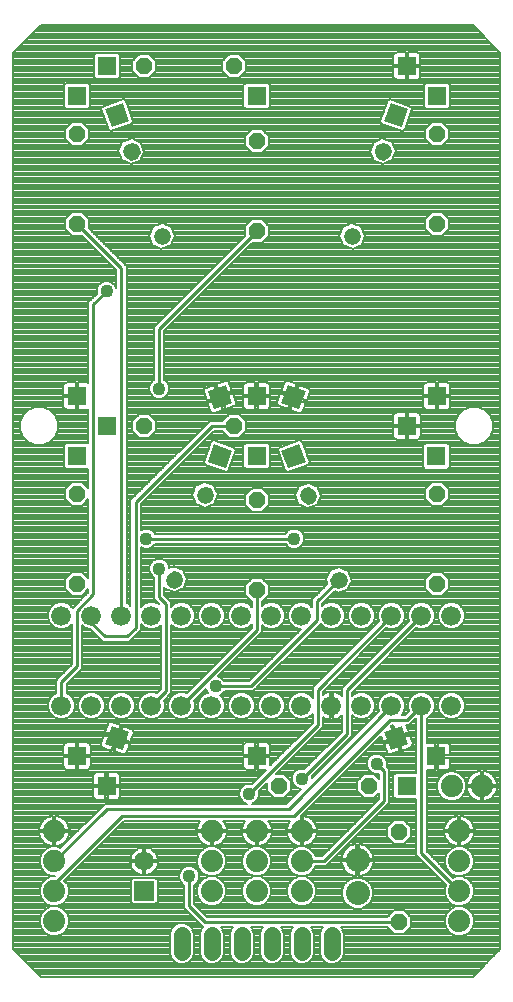
<source format=gbl>
G75*
%MOIN*%
%OFA0B0*%
%FSLAX25Y25*%
%IPPOS*%
%LPD*%
%AMOC8*
5,1,8,0,0,1.08239X$1,22.5*
%
%ADD10R,0.06337X0.06337*%
%ADD11R,0.06337X0.06337*%
%ADD12OC8,0.05600*%
%ADD13C,0.01120*%
%ADD14C,0.06600*%
%ADD15C,0.07400*%
%ADD16C,0.08000*%
%ADD17R,0.06500X0.06500*%
%ADD18C,0.06500*%
%ADD19C,0.05600*%
%ADD20C,0.00787*%
%ADD21C,0.01000*%
%ADD22C,0.04362*%
D10*
X0048844Y0093933D03*
X0038994Y0103933D03*
X0098844Y0103983D03*
X0148844Y0093933D03*
X0158794Y0103833D03*
X0158794Y0203833D03*
X0148944Y0213983D03*
X0158894Y0223933D03*
X0098844Y0223933D03*
X0098844Y0203983D03*
X0048944Y0213983D03*
X0038994Y0203933D03*
X0038894Y0223983D03*
X0038894Y0323983D03*
X0048894Y0333983D03*
X0098844Y0323933D03*
X0148894Y0333983D03*
X0158894Y0323933D03*
D11*
G36*
X0141335Y0315725D02*
X0143502Y0321678D01*
X0149455Y0319511D01*
X0147288Y0313558D01*
X0141335Y0315725D01*
G37*
G36*
X0107133Y0221755D02*
X0109300Y0227708D01*
X0115253Y0225541D01*
X0113086Y0219588D01*
X0107133Y0221755D01*
G37*
G36*
X0109300Y0199858D02*
X0107133Y0205811D01*
X0113086Y0207978D01*
X0115253Y0202025D01*
X0109300Y0199858D01*
G37*
G36*
X0082535Y0202025D02*
X0084702Y0207978D01*
X0090655Y0205811D01*
X0088488Y0199858D01*
X0082535Y0202025D01*
G37*
G36*
X0084702Y0219588D02*
X0082535Y0225541D01*
X0088488Y0227708D01*
X0090655Y0221755D01*
X0084702Y0219588D01*
G37*
G36*
X0050500Y0313558D02*
X0048333Y0319511D01*
X0054286Y0321678D01*
X0056453Y0315725D01*
X0050500Y0313558D01*
G37*
G36*
X0048333Y0108055D02*
X0050500Y0114008D01*
X0056453Y0111841D01*
X0054286Y0105888D01*
X0048333Y0108055D01*
G37*
G36*
X0143502Y0105888D02*
X0141335Y0111841D01*
X0147288Y0114008D01*
X0149455Y0108055D01*
X0143502Y0105888D01*
G37*
D12*
X0136394Y0093933D03*
X0146294Y0078633D03*
X0146294Y0048633D03*
X0106394Y0093933D03*
X0098994Y0159233D03*
X0098994Y0189233D03*
X0091394Y0213933D03*
X0061394Y0213933D03*
X0038894Y0191433D03*
X0038894Y0161433D03*
X0098894Y0278933D03*
X0098894Y0308933D03*
X0091444Y0333883D03*
X0061444Y0333883D03*
X0038894Y0311433D03*
X0038894Y0281433D03*
X0158894Y0281433D03*
X0158894Y0311433D03*
X0158894Y0191433D03*
X0158894Y0161433D03*
D13*
X0125768Y0164499D02*
X0126328Y0165059D01*
X0128011Y0164275D01*
X0128645Y0162534D01*
X0127861Y0160851D01*
X0126120Y0160217D01*
X0124437Y0161001D01*
X0123803Y0162742D01*
X0124587Y0164425D01*
X0126328Y0165059D01*
X0126289Y0164151D01*
X0127341Y0163660D01*
X0127737Y0162573D01*
X0127246Y0161521D01*
X0126159Y0161125D01*
X0125107Y0161616D01*
X0124711Y0162703D01*
X0125202Y0163755D01*
X0126289Y0164151D01*
X0126249Y0163243D01*
X0126671Y0163046D01*
X0126829Y0162613D01*
X0126632Y0162191D01*
X0126199Y0162033D01*
X0125777Y0162230D01*
X0125619Y0162663D01*
X0125816Y0163085D01*
X0126249Y0163243D01*
X0115507Y0192689D02*
X0116067Y0193249D01*
X0117750Y0192465D01*
X0118384Y0190724D01*
X0117600Y0189041D01*
X0115859Y0188407D01*
X0114176Y0189191D01*
X0113542Y0190932D01*
X0114326Y0192615D01*
X0116067Y0193249D01*
X0116028Y0192341D01*
X0117080Y0191850D01*
X0117476Y0190763D01*
X0116985Y0189711D01*
X0115898Y0189315D01*
X0114846Y0189806D01*
X0114450Y0190893D01*
X0114941Y0191945D01*
X0116028Y0192341D01*
X0115988Y0191433D01*
X0116410Y0191236D01*
X0116568Y0190803D01*
X0116371Y0190381D01*
X0115938Y0190223D01*
X0115516Y0190420D01*
X0115358Y0190853D01*
X0115555Y0191275D01*
X0115988Y0191433D01*
X0082701Y0192255D02*
X0083261Y0192815D01*
X0084045Y0191132D01*
X0083411Y0189391D01*
X0081728Y0188607D01*
X0079987Y0189241D01*
X0079203Y0190924D01*
X0079837Y0192665D01*
X0081520Y0193449D01*
X0083261Y0192815D01*
X0082646Y0192145D01*
X0083137Y0191093D01*
X0082741Y0190006D01*
X0081689Y0189515D01*
X0080602Y0189911D01*
X0080111Y0190963D01*
X0080507Y0192050D01*
X0081559Y0192541D01*
X0082646Y0192145D01*
X0082032Y0191475D01*
X0082229Y0191053D01*
X0082071Y0190620D01*
X0081649Y0190423D01*
X0081216Y0190581D01*
X0081019Y0191003D01*
X0081177Y0191436D01*
X0081599Y0191633D01*
X0082032Y0191475D01*
X0072440Y0164065D02*
X0073000Y0164625D01*
X0073784Y0162942D01*
X0073150Y0161201D01*
X0071467Y0160417D01*
X0069726Y0161051D01*
X0068942Y0162734D01*
X0069576Y0164475D01*
X0071259Y0165259D01*
X0073000Y0164625D01*
X0072385Y0163955D01*
X0072876Y0162903D01*
X0072480Y0161816D01*
X0071428Y0161325D01*
X0070341Y0161721D01*
X0069850Y0162773D01*
X0070246Y0163860D01*
X0071298Y0164351D01*
X0072385Y0163955D01*
X0071771Y0163285D01*
X0071968Y0162863D01*
X0071810Y0162430D01*
X0071388Y0162233D01*
X0070955Y0162391D01*
X0070758Y0162813D01*
X0070916Y0163246D01*
X0071338Y0163443D01*
X0071771Y0163285D01*
X0066868Y0279199D02*
X0067428Y0279759D01*
X0069111Y0278975D01*
X0069745Y0277234D01*
X0068961Y0275551D01*
X0067220Y0274917D01*
X0065537Y0275701D01*
X0064903Y0277442D01*
X0065687Y0279125D01*
X0067428Y0279759D01*
X0067389Y0278851D01*
X0068441Y0278360D01*
X0068837Y0277273D01*
X0068346Y0276221D01*
X0067259Y0275825D01*
X0066207Y0276316D01*
X0065811Y0277403D01*
X0066302Y0278455D01*
X0067389Y0278851D01*
X0067349Y0277943D01*
X0067771Y0277746D01*
X0067929Y0277313D01*
X0067732Y0276891D01*
X0067299Y0276733D01*
X0066877Y0276930D01*
X0066719Y0277363D01*
X0066916Y0277785D01*
X0067349Y0277943D01*
X0056607Y0307389D02*
X0057167Y0307949D01*
X0058850Y0307165D01*
X0059484Y0305424D01*
X0058700Y0303741D01*
X0056959Y0303107D01*
X0055276Y0303891D01*
X0054642Y0305632D01*
X0055426Y0307315D01*
X0057167Y0307949D01*
X0057128Y0307041D01*
X0058180Y0306550D01*
X0058576Y0305463D01*
X0058085Y0304411D01*
X0056998Y0304015D01*
X0055946Y0304506D01*
X0055550Y0305593D01*
X0056041Y0306645D01*
X0057128Y0307041D01*
X0057088Y0306133D01*
X0057510Y0305936D01*
X0057668Y0305503D01*
X0057471Y0305081D01*
X0057038Y0304923D01*
X0056616Y0305120D01*
X0056458Y0305553D01*
X0056655Y0305975D01*
X0057088Y0306133D01*
X0131740Y0278565D02*
X0132300Y0279125D01*
X0133084Y0277442D01*
X0132450Y0275701D01*
X0130767Y0274917D01*
X0129026Y0275551D01*
X0128242Y0277234D01*
X0128876Y0278975D01*
X0130559Y0279759D01*
X0132300Y0279125D01*
X0131685Y0278455D01*
X0132176Y0277403D01*
X0131780Y0276316D01*
X0130728Y0275825D01*
X0129641Y0276221D01*
X0129150Y0277273D01*
X0129546Y0278360D01*
X0130598Y0278851D01*
X0131685Y0278455D01*
X0131071Y0277785D01*
X0131268Y0277363D01*
X0131110Y0276930D01*
X0130688Y0276733D01*
X0130255Y0276891D01*
X0130058Y0277313D01*
X0130216Y0277746D01*
X0130638Y0277943D01*
X0131071Y0277785D01*
X0142001Y0306755D02*
X0142561Y0307315D01*
X0143345Y0305632D01*
X0142711Y0303891D01*
X0141028Y0303107D01*
X0139287Y0303741D01*
X0138503Y0305424D01*
X0139137Y0307165D01*
X0140820Y0307949D01*
X0142561Y0307315D01*
X0141946Y0306645D01*
X0142437Y0305593D01*
X0142041Y0304506D01*
X0140989Y0304015D01*
X0139902Y0304411D01*
X0139411Y0305463D01*
X0139807Y0306550D01*
X0140859Y0307041D01*
X0141946Y0306645D01*
X0141332Y0305975D01*
X0141529Y0305553D01*
X0141371Y0305120D01*
X0140949Y0304923D01*
X0140516Y0305081D01*
X0140319Y0305503D01*
X0140477Y0305936D01*
X0140899Y0306133D01*
X0141332Y0305975D01*
D14*
X0143794Y0150733D03*
X0153794Y0150733D03*
X0163794Y0150733D03*
X0163794Y0120733D03*
X0153794Y0120733D03*
X0143794Y0120733D03*
X0133794Y0120733D03*
X0123794Y0120733D03*
X0113794Y0120733D03*
X0103794Y0120733D03*
X0093794Y0120733D03*
X0083794Y0120733D03*
X0073794Y0120733D03*
X0063794Y0120733D03*
X0053794Y0120733D03*
X0043794Y0120733D03*
X0033794Y0120733D03*
X0033794Y0150733D03*
X0043794Y0150733D03*
X0053794Y0150733D03*
X0063794Y0150733D03*
X0073794Y0150733D03*
X0083794Y0150733D03*
X0093794Y0150733D03*
X0103794Y0150733D03*
X0113794Y0150733D03*
X0123794Y0150733D03*
X0133794Y0150733D03*
D15*
X0163894Y0093933D03*
X0166394Y0078933D03*
X0166394Y0068933D03*
X0166394Y0058933D03*
X0166394Y0048933D03*
X0173894Y0093933D03*
X0113894Y0078933D03*
X0113894Y0068933D03*
X0113894Y0058933D03*
X0098894Y0058933D03*
X0098894Y0068933D03*
X0098894Y0078933D03*
X0083894Y0078933D03*
X0083894Y0068933D03*
X0083894Y0058933D03*
X0031394Y0058933D03*
X0031394Y0068933D03*
X0031394Y0078933D03*
X0031394Y0048933D03*
D16*
X0132494Y0058233D03*
X0132494Y0069233D03*
D17*
X0061394Y0059012D03*
D18*
X0061394Y0068854D03*
D19*
X0073894Y0044233D02*
X0073894Y0038633D01*
X0083894Y0038633D02*
X0083894Y0044233D01*
X0093894Y0044233D02*
X0093894Y0038633D01*
X0103894Y0038633D02*
X0103894Y0044233D01*
X0113894Y0044233D02*
X0113894Y0038633D01*
X0123894Y0038633D02*
X0123894Y0044233D01*
D20*
X0072023Y0035085D02*
X0022213Y0035085D01*
X0022999Y0034299D02*
X0174789Y0034299D01*
X0175575Y0035085D02*
X0125764Y0035085D01*
X0126156Y0035247D02*
X0127279Y0036371D01*
X0127887Y0037839D01*
X0127887Y0045027D01*
X0127279Y0046495D01*
X0126835Y0046939D01*
X0142339Y0046939D01*
X0144639Y0044639D01*
X0147948Y0044639D01*
X0150287Y0046979D01*
X0150287Y0050287D01*
X0147948Y0052627D01*
X0144639Y0052627D01*
X0142339Y0050327D01*
X0082395Y0050327D01*
X0078087Y0054635D01*
X0078087Y0060982D01*
X0078305Y0061072D01*
X0079255Y0062021D01*
X0079768Y0063262D01*
X0079768Y0064604D01*
X0079255Y0065845D01*
X0078305Y0066794D01*
X0077065Y0067308D01*
X0075722Y0067308D01*
X0074482Y0066794D01*
X0073533Y0065845D01*
X0073019Y0064604D01*
X0073019Y0063262D01*
X0073533Y0062021D01*
X0074482Y0061072D01*
X0074700Y0060982D01*
X0074700Y0053232D01*
X0080000Y0047932D01*
X0080972Y0046959D01*
X0080508Y0046495D01*
X0079900Y0045027D01*
X0079900Y0037839D01*
X0080508Y0036371D01*
X0081631Y0035247D01*
X0083099Y0034639D01*
X0084688Y0034639D01*
X0086156Y0035247D01*
X0087279Y0036371D01*
X0087887Y0037839D01*
X0087887Y0045027D01*
X0087279Y0046495D01*
X0086835Y0046939D01*
X0090952Y0046939D01*
X0090508Y0046495D01*
X0089900Y0045027D01*
X0089900Y0037839D01*
X0090508Y0036371D01*
X0091631Y0035247D01*
X0093099Y0034639D01*
X0094688Y0034639D01*
X0096156Y0035247D01*
X0097279Y0036371D01*
X0097887Y0037839D01*
X0097887Y0045027D01*
X0097279Y0046495D01*
X0096835Y0046939D01*
X0100952Y0046939D01*
X0100508Y0046495D01*
X0099900Y0045027D01*
X0099900Y0037839D01*
X0100508Y0036371D01*
X0101631Y0035247D01*
X0103099Y0034639D01*
X0104688Y0034639D01*
X0106156Y0035247D01*
X0107279Y0036371D01*
X0107887Y0037839D01*
X0107887Y0045027D01*
X0107279Y0046495D01*
X0106835Y0046939D01*
X0110952Y0046939D01*
X0110508Y0046495D01*
X0109900Y0045027D01*
X0109900Y0037839D01*
X0110508Y0036371D01*
X0111631Y0035247D01*
X0113099Y0034639D01*
X0114688Y0034639D01*
X0116156Y0035247D01*
X0117279Y0036371D01*
X0117887Y0037839D01*
X0117887Y0045027D01*
X0117279Y0046495D01*
X0116835Y0046939D01*
X0120952Y0046939D01*
X0120508Y0046495D01*
X0119900Y0045027D01*
X0119900Y0037839D01*
X0120508Y0036371D01*
X0121631Y0035247D01*
X0123099Y0034639D01*
X0124688Y0034639D01*
X0126156Y0035247D01*
X0126780Y0035871D02*
X0176361Y0035871D01*
X0177147Y0036657D02*
X0127398Y0036657D01*
X0127723Y0037443D02*
X0177932Y0037443D01*
X0178718Y0038229D02*
X0127887Y0038229D01*
X0127887Y0039015D02*
X0179504Y0039015D01*
X0180000Y0039510D02*
X0170816Y0030327D01*
X0026971Y0030327D01*
X0017787Y0039510D01*
X0017787Y0338356D01*
X0026971Y0347539D01*
X0170816Y0347539D01*
X0180000Y0338356D01*
X0180000Y0039510D01*
X0180000Y0039801D02*
X0127887Y0039801D01*
X0127887Y0040586D02*
X0180000Y0040586D01*
X0180000Y0041372D02*
X0127887Y0041372D01*
X0127887Y0042158D02*
X0180000Y0042158D01*
X0180000Y0042944D02*
X0127887Y0042944D01*
X0127887Y0043730D02*
X0180000Y0043730D01*
X0180000Y0044516D02*
X0168518Y0044516D01*
X0169166Y0044784D02*
X0167367Y0044039D01*
X0165420Y0044039D01*
X0163622Y0044784D01*
X0162245Y0046161D01*
X0161500Y0047960D01*
X0161500Y0049906D01*
X0162245Y0051705D01*
X0163622Y0053082D01*
X0165420Y0053827D01*
X0167367Y0053827D01*
X0169166Y0053082D01*
X0170542Y0051705D01*
X0171287Y0049906D01*
X0171287Y0047960D01*
X0170542Y0046161D01*
X0169166Y0044784D01*
X0169683Y0045302D02*
X0180000Y0045302D01*
X0180000Y0046088D02*
X0170469Y0046088D01*
X0170838Y0046874D02*
X0180000Y0046874D01*
X0180000Y0047660D02*
X0171163Y0047660D01*
X0171287Y0048446D02*
X0180000Y0048446D01*
X0180000Y0049231D02*
X0171287Y0049231D01*
X0171241Y0050017D02*
X0180000Y0050017D01*
X0180000Y0050803D02*
X0170916Y0050803D01*
X0170590Y0051589D02*
X0180000Y0051589D01*
X0180000Y0052375D02*
X0169872Y0052375D01*
X0168974Y0053161D02*
X0180000Y0053161D01*
X0180000Y0053947D02*
X0135553Y0053947D01*
X0135436Y0053830D02*
X0136897Y0055291D01*
X0137687Y0057200D01*
X0137687Y0059266D01*
X0136897Y0061175D01*
X0135436Y0062636D01*
X0133527Y0063427D01*
X0131461Y0063427D01*
X0129552Y0062636D01*
X0128091Y0061175D01*
X0127300Y0059266D01*
X0127300Y0057200D01*
X0128091Y0055291D01*
X0129552Y0053830D01*
X0131461Y0053039D01*
X0133527Y0053039D01*
X0135436Y0053830D01*
X0136339Y0054733D02*
X0163746Y0054733D01*
X0163622Y0054784D02*
X0165420Y0054039D01*
X0167367Y0054039D01*
X0169166Y0054784D01*
X0170542Y0056161D01*
X0171287Y0057960D01*
X0171287Y0059906D01*
X0170542Y0061705D01*
X0169166Y0063082D01*
X0167367Y0063827D01*
X0165420Y0063827D01*
X0164342Y0063380D01*
X0155487Y0072235D01*
X0155487Y0099271D01*
X0158400Y0099271D01*
X0158400Y0103439D01*
X0159187Y0103439D01*
X0159187Y0099271D01*
X0162146Y0099271D01*
X0162500Y0099366D01*
X0162818Y0099549D01*
X0163077Y0099809D01*
X0163261Y0100127D01*
X0163356Y0100481D01*
X0163356Y0103439D01*
X0159187Y0103439D01*
X0159187Y0104227D01*
X0158400Y0104227D01*
X0158400Y0108395D01*
X0155487Y0108395D01*
X0155487Y0116571D01*
X0156339Y0116923D01*
X0157603Y0118188D01*
X0158287Y0119839D01*
X0158287Y0121627D01*
X0157603Y0123279D01*
X0156339Y0124543D01*
X0154688Y0125227D01*
X0152900Y0125227D01*
X0151248Y0124543D01*
X0149984Y0123279D01*
X0149300Y0121627D01*
X0149300Y0119839D01*
X0149653Y0118987D01*
X0148402Y0117736D01*
X0147152Y0117736D01*
X0147603Y0118188D01*
X0148287Y0119839D01*
X0148287Y0121627D01*
X0147603Y0123279D01*
X0146339Y0124543D01*
X0144688Y0125227D01*
X0142900Y0125227D01*
X0141248Y0124543D01*
X0139984Y0123279D01*
X0139300Y0121627D01*
X0139300Y0119839D01*
X0139653Y0118987D01*
X0117268Y0096603D01*
X0117268Y0097104D01*
X0117178Y0097322D01*
X0129595Y0109739D01*
X0130587Y0110732D01*
X0130587Y0117584D01*
X0131248Y0116923D01*
X0132900Y0116239D01*
X0134688Y0116239D01*
X0136339Y0116923D01*
X0137603Y0118188D01*
X0138287Y0119839D01*
X0138287Y0121627D01*
X0137603Y0123279D01*
X0136339Y0124543D01*
X0134688Y0125227D01*
X0132900Y0125227D01*
X0131248Y0124543D01*
X0130587Y0123882D01*
X0130587Y0125132D01*
X0152048Y0146592D01*
X0152900Y0146239D01*
X0154688Y0146239D01*
X0156339Y0146923D01*
X0157603Y0148188D01*
X0158287Y0149839D01*
X0158287Y0151627D01*
X0157603Y0153279D01*
X0156339Y0154543D01*
X0154688Y0155227D01*
X0152900Y0155227D01*
X0151248Y0154543D01*
X0149984Y0153279D01*
X0149300Y0151627D01*
X0149300Y0149839D01*
X0149653Y0148987D01*
X0128192Y0127527D01*
X0127200Y0126535D01*
X0127200Y0123965D01*
X0126851Y0124313D01*
X0126254Y0124747D01*
X0125595Y0125083D01*
X0124893Y0125311D01*
X0124187Y0125423D01*
X0124187Y0121127D01*
X0123400Y0121127D01*
X0123400Y0125423D01*
X0122695Y0125311D01*
X0121992Y0125083D01*
X0121334Y0124747D01*
X0120887Y0124423D01*
X0120887Y0125432D01*
X0142048Y0146592D01*
X0142900Y0146239D01*
X0144688Y0146239D01*
X0146339Y0146923D01*
X0147603Y0148188D01*
X0148287Y0149839D01*
X0148287Y0151627D01*
X0147603Y0153279D01*
X0146339Y0154543D01*
X0144688Y0155227D01*
X0142900Y0155227D01*
X0141248Y0154543D01*
X0139984Y0153279D01*
X0139300Y0151627D01*
X0139300Y0149839D01*
X0139653Y0148987D01*
X0118492Y0127827D01*
X0117500Y0126835D01*
X0117500Y0123382D01*
X0116339Y0124543D01*
X0114688Y0125227D01*
X0112900Y0125227D01*
X0111248Y0124543D01*
X0109984Y0123279D01*
X0109300Y0121627D01*
X0109300Y0119839D01*
X0109984Y0118188D01*
X0111248Y0116923D01*
X0112900Y0116239D01*
X0114688Y0116239D01*
X0116339Y0116923D01*
X0117500Y0118084D01*
X0117500Y0114935D01*
X0103406Y0100841D01*
X0103406Y0103589D01*
X0099237Y0103589D01*
X0099237Y0099421D01*
X0101986Y0099421D01*
X0097283Y0094718D01*
X0097065Y0094808D01*
X0095722Y0094808D01*
X0094482Y0094294D01*
X0093533Y0093345D01*
X0093019Y0092104D01*
X0093019Y0090762D01*
X0093533Y0089521D01*
X0094482Y0088572D01*
X0095557Y0088127D01*
X0048192Y0088127D01*
X0047200Y0087135D01*
X0033445Y0073380D01*
X0032367Y0073827D01*
X0030420Y0073827D01*
X0028622Y0073082D01*
X0027245Y0071705D01*
X0026500Y0069906D01*
X0026500Y0067960D01*
X0027245Y0066161D01*
X0028622Y0064784D01*
X0030420Y0064039D01*
X0031605Y0064039D01*
X0031392Y0063827D01*
X0030420Y0063827D01*
X0028622Y0063082D01*
X0027245Y0061705D01*
X0026500Y0059906D01*
X0026500Y0057960D01*
X0027245Y0056161D01*
X0028622Y0054784D01*
X0030420Y0054039D01*
X0032367Y0054039D01*
X0034166Y0054784D01*
X0035542Y0056161D01*
X0036287Y0057960D01*
X0036287Y0059906D01*
X0035542Y0061705D01*
X0034802Y0062446D01*
X0054595Y0082239D01*
X0080000Y0082239D01*
X0079537Y0081603D01*
X0079173Y0080888D01*
X0078925Y0080126D01*
X0078800Y0079334D01*
X0078800Y0079327D01*
X0083500Y0079327D01*
X0083500Y0078539D01*
X0084287Y0078539D01*
X0084287Y0073839D01*
X0084295Y0073839D01*
X0085086Y0073965D01*
X0085849Y0074213D01*
X0086563Y0074577D01*
X0087212Y0075048D01*
X0087779Y0075615D01*
X0088250Y0076263D01*
X0088614Y0076978D01*
X0088862Y0077740D01*
X0088987Y0078532D01*
X0088987Y0078539D01*
X0084287Y0078539D01*
X0084287Y0079327D01*
X0088987Y0079327D01*
X0088987Y0079334D01*
X0088862Y0080126D01*
X0088614Y0080888D01*
X0088250Y0081603D01*
X0087788Y0082239D01*
X0095000Y0082239D01*
X0094537Y0081603D01*
X0094173Y0080888D01*
X0093925Y0080126D01*
X0093800Y0079334D01*
X0093800Y0079327D01*
X0098500Y0079327D01*
X0098500Y0078539D01*
X0099287Y0078539D01*
X0099287Y0073839D01*
X0099295Y0073839D01*
X0100086Y0073965D01*
X0100849Y0074213D01*
X0101563Y0074577D01*
X0102212Y0075048D01*
X0102779Y0075615D01*
X0103250Y0076263D01*
X0103614Y0076978D01*
X0103862Y0077740D01*
X0103987Y0078532D01*
X0103987Y0078539D01*
X0099287Y0078539D01*
X0099287Y0079327D01*
X0103987Y0079327D01*
X0103987Y0079334D01*
X0103862Y0080126D01*
X0103614Y0080888D01*
X0103250Y0081603D01*
X0102788Y0082239D01*
X0110000Y0082239D01*
X0109537Y0081603D01*
X0109173Y0080888D01*
X0108925Y0080126D01*
X0108800Y0079334D01*
X0108800Y0079327D01*
X0113500Y0079327D01*
X0113500Y0083844D01*
X0140290Y0110634D01*
X0140973Y0108758D01*
X0144890Y0110184D01*
X0143542Y0113887D01*
X0144005Y0114349D01*
X0144212Y0114349D01*
X0145630Y0110453D01*
X0149547Y0111879D01*
X0148648Y0114349D01*
X0149805Y0114349D01*
X0150797Y0115341D01*
X0152048Y0116592D01*
X0152100Y0116571D01*
X0152100Y0098295D01*
X0145181Y0098295D01*
X0144481Y0097596D01*
X0144481Y0090270D01*
X0145181Y0089571D01*
X0152100Y0089571D01*
X0152100Y0070832D01*
X0153092Y0069839D01*
X0153092Y0069839D01*
X0161947Y0060985D01*
X0161500Y0059906D01*
X0161500Y0057960D01*
X0162245Y0056161D01*
X0163622Y0054784D01*
X0162887Y0055519D02*
X0136991Y0055519D01*
X0137317Y0056305D02*
X0162185Y0056305D01*
X0161860Y0057091D02*
X0137642Y0057091D01*
X0137687Y0057877D02*
X0161534Y0057877D01*
X0161500Y0058662D02*
X0137687Y0058662D01*
X0137612Y0059448D02*
X0161500Y0059448D01*
X0161636Y0060234D02*
X0137286Y0060234D01*
X0136961Y0061020D02*
X0161911Y0061020D01*
X0161125Y0061806D02*
X0136266Y0061806D01*
X0135480Y0062592D02*
X0160340Y0062592D01*
X0159554Y0063378D02*
X0133645Y0063378D01*
X0133757Y0063972D02*
X0134564Y0064235D01*
X0135321Y0064620D01*
X0136007Y0065119D01*
X0136608Y0065719D01*
X0137107Y0066406D01*
X0137492Y0067163D01*
X0137755Y0067970D01*
X0137887Y0068809D01*
X0137887Y0068839D01*
X0132887Y0068839D01*
X0132887Y0063839D01*
X0132918Y0063839D01*
X0133757Y0063972D01*
X0134347Y0064164D02*
X0158768Y0064164D01*
X0157982Y0064950D02*
X0135775Y0064950D01*
X0136620Y0065736D02*
X0157196Y0065736D01*
X0156410Y0066522D02*
X0137166Y0066522D01*
X0137539Y0067307D02*
X0155624Y0067307D01*
X0154838Y0068093D02*
X0137774Y0068093D01*
X0137887Y0069627D02*
X0137887Y0069658D01*
X0137755Y0070496D01*
X0137492Y0071304D01*
X0137107Y0072060D01*
X0136608Y0072747D01*
X0136007Y0073347D01*
X0135321Y0073846D01*
X0134564Y0074232D01*
X0133757Y0074494D01*
X0132918Y0074627D01*
X0132887Y0074627D01*
X0132887Y0069627D01*
X0132100Y0069627D01*
X0132100Y0074627D01*
X0132069Y0074627D01*
X0131231Y0074494D01*
X0130423Y0074232D01*
X0129667Y0073846D01*
X0128980Y0073347D01*
X0128380Y0072747D01*
X0127881Y0072060D01*
X0127495Y0071304D01*
X0127233Y0070496D01*
X0127100Y0069658D01*
X0127100Y0069627D01*
X0132100Y0069627D01*
X0132100Y0068839D01*
X0132887Y0068839D01*
X0132887Y0069627D01*
X0137887Y0069627D01*
X0137886Y0069665D02*
X0153266Y0069665D01*
X0152480Y0070451D02*
X0137762Y0070451D01*
X0137514Y0071237D02*
X0152100Y0071237D01*
X0152100Y0072023D02*
X0137126Y0072023D01*
X0136546Y0072809D02*
X0152100Y0072809D01*
X0152100Y0073595D02*
X0135667Y0073595D01*
X0134105Y0074381D02*
X0152100Y0074381D01*
X0152100Y0075167D02*
X0148475Y0075167D01*
X0147948Y0074639D02*
X0150287Y0076979D01*
X0150287Y0080287D01*
X0147948Y0082627D01*
X0144639Y0082627D01*
X0142300Y0080287D01*
X0142300Y0076979D01*
X0144639Y0074639D01*
X0147948Y0074639D01*
X0149261Y0075953D02*
X0152100Y0075953D01*
X0152100Y0076738D02*
X0150047Y0076738D01*
X0150287Y0077524D02*
X0152100Y0077524D01*
X0152100Y0078310D02*
X0150287Y0078310D01*
X0150287Y0079096D02*
X0152100Y0079096D01*
X0152100Y0079882D02*
X0150287Y0079882D01*
X0149907Y0080668D02*
X0152100Y0080668D01*
X0152100Y0081454D02*
X0149121Y0081454D01*
X0148335Y0082240D02*
X0152100Y0082240D01*
X0152100Y0083026D02*
X0137882Y0083026D01*
X0138668Y0083812D02*
X0152100Y0083812D01*
X0152100Y0084598D02*
X0139453Y0084598D01*
X0140239Y0085383D02*
X0152100Y0085383D01*
X0152100Y0086169D02*
X0141025Y0086169D01*
X0141811Y0086955D02*
X0152100Y0086955D01*
X0152100Y0087741D02*
X0142597Y0087741D01*
X0143087Y0088232D02*
X0143087Y0099635D01*
X0142178Y0100544D01*
X0142268Y0100762D01*
X0142268Y0102104D01*
X0141755Y0103345D01*
X0140805Y0104294D01*
X0139565Y0104808D01*
X0138222Y0104808D01*
X0136982Y0104294D01*
X0136033Y0103345D01*
X0135519Y0102104D01*
X0135519Y0100762D01*
X0136033Y0099521D01*
X0136982Y0098572D01*
X0138222Y0098058D01*
X0139565Y0098058D01*
X0139700Y0098114D01*
X0139700Y0096275D01*
X0138048Y0097927D01*
X0134739Y0097927D01*
X0132400Y0095587D01*
X0132400Y0092279D01*
X0134739Y0089939D01*
X0138048Y0089939D01*
X0139700Y0091591D01*
X0139700Y0089635D01*
X0120692Y0070627D01*
X0118489Y0070627D01*
X0118042Y0071705D01*
X0116666Y0073082D01*
X0114867Y0073827D01*
X0112920Y0073827D01*
X0111122Y0073082D01*
X0109745Y0071705D01*
X0109000Y0069906D01*
X0109000Y0067960D01*
X0109745Y0066161D01*
X0111122Y0064784D01*
X0112920Y0064039D01*
X0114867Y0064039D01*
X0116666Y0064784D01*
X0118042Y0066161D01*
X0118489Y0067239D01*
X0122095Y0067239D01*
X0123087Y0068232D01*
X0142095Y0087239D01*
X0142095Y0087239D01*
X0143087Y0088232D01*
X0143087Y0088527D02*
X0152100Y0088527D01*
X0152100Y0089313D02*
X0143087Y0089313D01*
X0143087Y0090099D02*
X0144653Y0090099D01*
X0144481Y0090885D02*
X0143087Y0090885D01*
X0143087Y0091671D02*
X0144481Y0091671D01*
X0144481Y0092457D02*
X0143087Y0092457D01*
X0143087Y0093243D02*
X0144481Y0093243D01*
X0144481Y0094029D02*
X0143087Y0094029D01*
X0143087Y0094814D02*
X0144481Y0094814D01*
X0144481Y0095600D02*
X0143087Y0095600D01*
X0143087Y0096386D02*
X0144481Y0096386D01*
X0144481Y0097172D02*
X0143087Y0097172D01*
X0143087Y0097958D02*
X0144844Y0097958D01*
X0143087Y0098744D02*
X0152100Y0098744D01*
X0152100Y0099530D02*
X0143087Y0099530D01*
X0142406Y0100316D02*
X0152100Y0100316D01*
X0152100Y0101102D02*
X0142268Y0101102D01*
X0142268Y0101888D02*
X0152100Y0101888D01*
X0152100Y0102674D02*
X0142033Y0102674D01*
X0141640Y0103459D02*
X0152100Y0103459D01*
X0152100Y0104245D02*
X0140854Y0104245D01*
X0142254Y0105238D02*
X0141242Y0108018D01*
X0145159Y0109444D01*
X0144890Y0110184D01*
X0145630Y0110453D01*
X0145899Y0109713D01*
X0147325Y0105796D01*
X0150105Y0106808D01*
X0150405Y0107018D01*
X0150641Y0107299D01*
X0150796Y0107632D01*
X0150860Y0107993D01*
X0150828Y0108359D01*
X0149816Y0111139D01*
X0145899Y0109713D01*
X0145159Y0109444D01*
X0146585Y0105527D01*
X0143805Y0104515D01*
X0143440Y0104483D01*
X0143078Y0104547D01*
X0142746Y0104702D01*
X0142465Y0104938D01*
X0142254Y0105238D01*
X0142399Y0105031D02*
X0134687Y0105031D01*
X0133901Y0104245D02*
X0136933Y0104245D01*
X0136147Y0103459D02*
X0133115Y0103459D01*
X0132329Y0102674D02*
X0135755Y0102674D01*
X0135519Y0101888D02*
X0131544Y0101888D01*
X0130758Y0101102D02*
X0135519Y0101102D01*
X0135704Y0100316D02*
X0129972Y0100316D01*
X0129186Y0099530D02*
X0136029Y0099530D01*
X0136810Y0098744D02*
X0128400Y0098744D01*
X0127614Y0097958D02*
X0139700Y0097958D01*
X0139700Y0097172D02*
X0138803Y0097172D01*
X0139588Y0096386D02*
X0139700Y0096386D01*
X0139700Y0090885D02*
X0138993Y0090885D01*
X0139700Y0090099D02*
X0138208Y0090099D01*
X0139378Y0089313D02*
X0118969Y0089313D01*
X0119755Y0090099D02*
X0134580Y0090099D01*
X0133794Y0090885D02*
X0120541Y0090885D01*
X0121327Y0091671D02*
X0133008Y0091671D01*
X0132400Y0092457D02*
X0122113Y0092457D01*
X0122898Y0093243D02*
X0132400Y0093243D01*
X0132400Y0094029D02*
X0123684Y0094029D01*
X0124470Y0094814D02*
X0132400Y0094814D01*
X0132413Y0095600D02*
X0125256Y0095600D01*
X0126042Y0096386D02*
X0133199Y0096386D01*
X0133985Y0097172D02*
X0126828Y0097172D01*
X0122553Y0101888D02*
X0121744Y0101888D01*
X0121767Y0101102D02*
X0120958Y0101102D01*
X0120981Y0100316D02*
X0120172Y0100316D01*
X0120195Y0099530D02*
X0119386Y0099530D01*
X0119409Y0098744D02*
X0118600Y0098744D01*
X0118623Y0097958D02*
X0117814Y0097958D01*
X0117838Y0097172D02*
X0117240Y0097172D01*
X0114783Y0099718D02*
X0114565Y0099808D01*
X0113222Y0099808D01*
X0111982Y0099294D01*
X0111033Y0098345D01*
X0110519Y0097104D01*
X0110519Y0095762D01*
X0111033Y0094521D01*
X0111982Y0093572D01*
X0113222Y0093058D01*
X0113724Y0093058D01*
X0108792Y0088127D01*
X0097230Y0088127D01*
X0098305Y0088572D01*
X0099255Y0089521D01*
X0099768Y0090762D01*
X0099768Y0092104D01*
X0099678Y0092322D01*
X0102400Y0095044D01*
X0102400Y0092279D01*
X0104739Y0089939D01*
X0108048Y0089939D01*
X0110387Y0092279D01*
X0110387Y0095587D01*
X0108048Y0097927D01*
X0105283Y0097927D01*
X0119895Y0112539D01*
X0120887Y0113532D01*
X0120887Y0117043D01*
X0121334Y0116719D01*
X0121992Y0116383D01*
X0122695Y0116155D01*
X0123400Y0116043D01*
X0123400Y0120339D01*
X0124187Y0120339D01*
X0124187Y0116043D01*
X0124893Y0116155D01*
X0125595Y0116383D01*
X0126254Y0116719D01*
X0126851Y0117153D01*
X0127200Y0117501D01*
X0127200Y0112135D01*
X0114783Y0099718D01*
X0115381Y0100316D02*
X0107672Y0100316D01*
X0108458Y0101102D02*
X0116167Y0101102D01*
X0116953Y0101888D02*
X0109244Y0101888D01*
X0110029Y0102674D02*
X0117739Y0102674D01*
X0118525Y0103459D02*
X0110815Y0103459D01*
X0111601Y0104245D02*
X0119311Y0104245D01*
X0120097Y0105031D02*
X0112387Y0105031D01*
X0113173Y0105817D02*
X0120883Y0105817D01*
X0121669Y0106603D02*
X0113959Y0106603D01*
X0114745Y0107389D02*
X0122454Y0107389D01*
X0123240Y0108175D02*
X0115531Y0108175D01*
X0116317Y0108961D02*
X0124026Y0108961D01*
X0124812Y0109747D02*
X0117103Y0109747D01*
X0117889Y0110533D02*
X0125598Y0110533D01*
X0126384Y0111319D02*
X0118674Y0111319D01*
X0119460Y0112105D02*
X0127170Y0112105D01*
X0127200Y0112890D02*
X0120246Y0112890D01*
X0120887Y0113676D02*
X0127200Y0113676D01*
X0127200Y0114462D02*
X0120887Y0114462D01*
X0120887Y0115248D02*
X0127200Y0115248D01*
X0127200Y0116034D02*
X0120887Y0116034D01*
X0120887Y0116820D02*
X0121194Y0116820D01*
X0123400Y0116820D02*
X0124187Y0116820D01*
X0124187Y0117606D02*
X0123400Y0117606D01*
X0123400Y0118392D02*
X0124187Y0118392D01*
X0124187Y0119178D02*
X0123400Y0119178D01*
X0123400Y0119964D02*
X0124187Y0119964D01*
X0124187Y0121535D02*
X0123400Y0121535D01*
X0123400Y0122321D02*
X0124187Y0122321D01*
X0124187Y0123107D02*
X0123400Y0123107D01*
X0123400Y0123893D02*
X0124187Y0123893D01*
X0124187Y0124679D02*
X0123400Y0124679D01*
X0121240Y0124679D02*
X0120887Y0124679D01*
X0120921Y0125465D02*
X0127200Y0125465D01*
X0127200Y0124679D02*
X0126348Y0124679D01*
X0127200Y0126251D02*
X0121707Y0126251D01*
X0122493Y0127037D02*
X0127702Y0127037D01*
X0128488Y0127823D02*
X0123279Y0127823D01*
X0124065Y0128609D02*
X0129274Y0128609D01*
X0130060Y0129395D02*
X0124850Y0129395D01*
X0125636Y0130181D02*
X0130846Y0130181D01*
X0131632Y0130966D02*
X0126422Y0130966D01*
X0127208Y0131752D02*
X0132418Y0131752D01*
X0133204Y0132538D02*
X0127994Y0132538D01*
X0128780Y0133324D02*
X0133990Y0133324D01*
X0134775Y0134110D02*
X0129566Y0134110D01*
X0130352Y0134896D02*
X0135561Y0134896D01*
X0136347Y0135682D02*
X0131138Y0135682D01*
X0131924Y0136468D02*
X0137133Y0136468D01*
X0137919Y0137254D02*
X0132710Y0137254D01*
X0133496Y0138040D02*
X0138705Y0138040D01*
X0139491Y0138826D02*
X0134281Y0138826D01*
X0135067Y0139611D02*
X0140277Y0139611D01*
X0141063Y0140397D02*
X0135853Y0140397D01*
X0136639Y0141183D02*
X0141849Y0141183D01*
X0142635Y0141969D02*
X0137425Y0141969D01*
X0138211Y0142755D02*
X0143421Y0142755D01*
X0144206Y0143541D02*
X0138997Y0143541D01*
X0139783Y0144327D02*
X0144992Y0144327D01*
X0145778Y0145113D02*
X0140569Y0145113D01*
X0141355Y0145899D02*
X0146564Y0145899D01*
X0147350Y0146685D02*
X0145763Y0146685D01*
X0146886Y0147471D02*
X0148136Y0147471D01*
X0147632Y0148257D02*
X0148922Y0148257D01*
X0149630Y0149042D02*
X0147957Y0149042D01*
X0148283Y0149828D02*
X0149304Y0149828D01*
X0149300Y0150614D02*
X0148287Y0150614D01*
X0148287Y0151400D02*
X0149300Y0151400D01*
X0149532Y0152186D02*
X0148056Y0152186D01*
X0147730Y0152972D02*
X0149857Y0152972D01*
X0150463Y0153758D02*
X0147124Y0153758D01*
X0146336Y0154544D02*
X0151251Y0154544D01*
X0154900Y0159779D02*
X0157239Y0157439D01*
X0160548Y0157439D01*
X0162887Y0159779D01*
X0162887Y0163087D01*
X0160548Y0165427D01*
X0157239Y0165427D01*
X0154900Y0163087D01*
X0154900Y0159779D01*
X0154900Y0160045D02*
X0129422Y0160045D01*
X0129144Y0159451D02*
X0130543Y0162449D01*
X0129411Y0165558D01*
X0126413Y0166956D01*
X0123304Y0165825D01*
X0121905Y0162826D01*
X0122469Y0161278D01*
X0118392Y0157201D01*
X0117400Y0156209D01*
X0117400Y0153482D01*
X0116339Y0154543D01*
X0114688Y0155227D01*
X0112900Y0155227D01*
X0111248Y0154543D01*
X0109984Y0153279D01*
X0109300Y0151627D01*
X0109300Y0149839D01*
X0109984Y0148188D01*
X0111248Y0146923D01*
X0112900Y0146239D01*
X0113627Y0146239D01*
X0096276Y0128888D01*
X0088164Y0128888D01*
X0088074Y0129106D01*
X0087124Y0130056D01*
X0085984Y0130528D01*
X0099695Y0144239D01*
X0100687Y0145232D01*
X0100687Y0147484D01*
X0101248Y0146923D01*
X0102900Y0146239D01*
X0104688Y0146239D01*
X0106339Y0146923D01*
X0107603Y0148188D01*
X0108287Y0149839D01*
X0108287Y0151627D01*
X0107603Y0153279D01*
X0106339Y0154543D01*
X0104688Y0155227D01*
X0102900Y0155227D01*
X0101248Y0154543D01*
X0100687Y0153982D01*
X0100687Y0155279D01*
X0102987Y0157579D01*
X0102987Y0160887D01*
X0100648Y0163227D01*
X0097339Y0163227D01*
X0095000Y0160887D01*
X0095000Y0157579D01*
X0097300Y0155279D01*
X0097300Y0153582D01*
X0096339Y0154543D01*
X0094688Y0155227D01*
X0092900Y0155227D01*
X0091248Y0154543D01*
X0089984Y0153279D01*
X0089300Y0151627D01*
X0089300Y0149839D01*
X0089984Y0148188D01*
X0091248Y0146923D01*
X0092900Y0146239D01*
X0094688Y0146239D01*
X0096339Y0146923D01*
X0097300Y0147884D01*
X0097300Y0146635D01*
X0075539Y0124874D01*
X0074688Y0125227D01*
X0072900Y0125227D01*
X0071248Y0124543D01*
X0069984Y0123279D01*
X0069300Y0121627D01*
X0069300Y0119839D01*
X0069984Y0118188D01*
X0071248Y0116923D01*
X0072900Y0116239D01*
X0074688Y0116239D01*
X0076339Y0116923D01*
X0077603Y0118188D01*
X0078287Y0119839D01*
X0078287Y0121627D01*
X0077935Y0122479D01*
X0081879Y0126423D01*
X0082352Y0125283D01*
X0082552Y0125083D01*
X0081248Y0124543D01*
X0079984Y0123279D01*
X0079300Y0121627D01*
X0079300Y0119839D01*
X0079984Y0118188D01*
X0081248Y0116923D01*
X0082900Y0116239D01*
X0084688Y0116239D01*
X0086339Y0116923D01*
X0087603Y0118188D01*
X0088287Y0119839D01*
X0088287Y0121627D01*
X0087603Y0123279D01*
X0086717Y0124165D01*
X0087124Y0124334D01*
X0088074Y0125283D01*
X0088164Y0125501D01*
X0097679Y0125501D01*
X0098671Y0126493D01*
X0120175Y0147997D01*
X0121248Y0146923D01*
X0122900Y0146239D01*
X0124688Y0146239D01*
X0126339Y0146923D01*
X0127603Y0148188D01*
X0128287Y0149839D01*
X0128287Y0151627D01*
X0127603Y0153279D01*
X0126339Y0154543D01*
X0124688Y0155227D01*
X0122900Y0155227D01*
X0121248Y0154543D01*
X0120787Y0154082D01*
X0120787Y0154806D01*
X0124852Y0158871D01*
X0126035Y0158319D01*
X0129144Y0159451D01*
X0128619Y0159259D02*
X0155420Y0159259D01*
X0156205Y0158473D02*
X0126459Y0158473D01*
X0125704Y0158473D02*
X0124455Y0158473D01*
X0123669Y0157687D02*
X0156991Y0157687D01*
X0156336Y0154544D02*
X0161251Y0154544D01*
X0161248Y0154543D02*
X0159984Y0153279D01*
X0159300Y0151627D01*
X0159300Y0149839D01*
X0159984Y0148188D01*
X0161248Y0146923D01*
X0162900Y0146239D01*
X0164688Y0146239D01*
X0166339Y0146923D01*
X0167603Y0148188D01*
X0168287Y0149839D01*
X0168287Y0151627D01*
X0167603Y0153279D01*
X0166339Y0154543D01*
X0164688Y0155227D01*
X0162900Y0155227D01*
X0161248Y0154543D01*
X0160463Y0153758D02*
X0157124Y0153758D01*
X0157730Y0152972D02*
X0159857Y0152972D01*
X0159532Y0152186D02*
X0158056Y0152186D01*
X0158287Y0151400D02*
X0159300Y0151400D01*
X0159300Y0150614D02*
X0158287Y0150614D01*
X0158283Y0149828D02*
X0159304Y0149828D01*
X0159630Y0149042D02*
X0157957Y0149042D01*
X0157632Y0148257D02*
X0159956Y0148257D01*
X0160701Y0147471D02*
X0156886Y0147471D01*
X0155763Y0146685D02*
X0161825Y0146685D01*
X0165763Y0146685D02*
X0180000Y0146685D01*
X0180000Y0147471D02*
X0166886Y0147471D01*
X0167632Y0148257D02*
X0180000Y0148257D01*
X0180000Y0149042D02*
X0167957Y0149042D01*
X0168283Y0149828D02*
X0180000Y0149828D01*
X0180000Y0150614D02*
X0168287Y0150614D01*
X0168287Y0151400D02*
X0180000Y0151400D01*
X0180000Y0152186D02*
X0168056Y0152186D01*
X0167730Y0152972D02*
X0180000Y0152972D01*
X0180000Y0153758D02*
X0167124Y0153758D01*
X0166336Y0154544D02*
X0180000Y0154544D01*
X0180000Y0155330D02*
X0121311Y0155330D01*
X0121251Y0154544D02*
X0120787Y0154544D01*
X0122097Y0156116D02*
X0180000Y0156116D01*
X0180000Y0156902D02*
X0122883Y0156902D01*
X0120450Y0159259D02*
X0102987Y0159259D01*
X0102987Y0158473D02*
X0119664Y0158473D01*
X0118879Y0157687D02*
X0102987Y0157687D01*
X0102310Y0156902D02*
X0118093Y0156902D01*
X0117400Y0156116D02*
X0101524Y0156116D01*
X0100738Y0155330D02*
X0117400Y0155330D01*
X0117400Y0154544D02*
X0116336Y0154544D01*
X0117124Y0153758D02*
X0117400Y0153758D01*
X0119649Y0147471D02*
X0120701Y0147471D01*
X0121825Y0146685D02*
X0118863Y0146685D01*
X0118077Y0145899D02*
X0136564Y0145899D01*
X0136339Y0146923D02*
X0137603Y0148188D01*
X0138287Y0149839D01*
X0138287Y0151627D01*
X0137603Y0153279D01*
X0136339Y0154543D01*
X0134688Y0155227D01*
X0132900Y0155227D01*
X0131248Y0154543D01*
X0129984Y0153279D01*
X0129300Y0151627D01*
X0129300Y0149839D01*
X0129984Y0148188D01*
X0131248Y0146923D01*
X0132900Y0146239D01*
X0134688Y0146239D01*
X0136339Y0146923D01*
X0135763Y0146685D02*
X0137350Y0146685D01*
X0136886Y0147471D02*
X0138136Y0147471D01*
X0137632Y0148257D02*
X0138922Y0148257D01*
X0139630Y0149042D02*
X0137957Y0149042D01*
X0138283Y0149828D02*
X0139304Y0149828D01*
X0139300Y0150614D02*
X0138287Y0150614D01*
X0138287Y0151400D02*
X0139300Y0151400D01*
X0139532Y0152186D02*
X0138056Y0152186D01*
X0137730Y0152972D02*
X0139857Y0152972D01*
X0140463Y0153758D02*
X0137124Y0153758D01*
X0136336Y0154544D02*
X0141251Y0154544D01*
X0135778Y0145113D02*
X0117291Y0145113D01*
X0116505Y0144327D02*
X0134992Y0144327D01*
X0134206Y0143541D02*
X0115719Y0143541D01*
X0114934Y0142755D02*
X0133421Y0142755D01*
X0132635Y0141969D02*
X0114148Y0141969D01*
X0113362Y0141183D02*
X0131849Y0141183D01*
X0131063Y0140397D02*
X0112576Y0140397D01*
X0111790Y0139611D02*
X0130277Y0139611D01*
X0129491Y0138826D02*
X0111004Y0138826D01*
X0110218Y0138040D02*
X0128705Y0138040D01*
X0127919Y0137254D02*
X0109432Y0137254D01*
X0108646Y0136468D02*
X0127133Y0136468D01*
X0126347Y0135682D02*
X0107860Y0135682D01*
X0107074Y0134896D02*
X0125561Y0134896D01*
X0124775Y0134110D02*
X0106289Y0134110D01*
X0105503Y0133324D02*
X0123990Y0133324D01*
X0123204Y0132538D02*
X0104717Y0132538D01*
X0103931Y0131752D02*
X0122418Y0131752D01*
X0121632Y0130966D02*
X0103145Y0130966D01*
X0102359Y0130181D02*
X0120846Y0130181D01*
X0120060Y0129395D02*
X0101573Y0129395D01*
X0100787Y0128609D02*
X0119274Y0128609D01*
X0118488Y0127823D02*
X0100001Y0127823D01*
X0099215Y0127037D02*
X0117702Y0127037D01*
X0117500Y0126251D02*
X0098429Y0126251D01*
X0096339Y0124543D02*
X0097603Y0123279D01*
X0098287Y0121627D01*
X0098287Y0119839D01*
X0097603Y0118188D01*
X0096339Y0116923D01*
X0094688Y0116239D01*
X0092900Y0116239D01*
X0091248Y0116923D01*
X0089984Y0118188D01*
X0089300Y0119839D01*
X0089300Y0121627D01*
X0089984Y0123279D01*
X0091248Y0124543D01*
X0092900Y0125227D01*
X0094688Y0125227D01*
X0096339Y0124543D01*
X0096010Y0124679D02*
X0101578Y0124679D01*
X0101248Y0124543D02*
X0099984Y0123279D01*
X0099300Y0121627D01*
X0099300Y0119839D01*
X0099984Y0118188D01*
X0101248Y0116923D01*
X0102900Y0116239D01*
X0104688Y0116239D01*
X0106339Y0116923D01*
X0107603Y0118188D01*
X0108287Y0119839D01*
X0108287Y0121627D01*
X0107603Y0123279D01*
X0106339Y0124543D01*
X0104688Y0125227D01*
X0102900Y0125227D01*
X0101248Y0124543D01*
X0100599Y0123893D02*
X0096989Y0123893D01*
X0097674Y0123107D02*
X0099913Y0123107D01*
X0099588Y0122321D02*
X0098000Y0122321D01*
X0098287Y0121535D02*
X0099300Y0121535D01*
X0099300Y0120750D02*
X0098287Y0120750D01*
X0098287Y0119964D02*
X0099300Y0119964D01*
X0099574Y0119178D02*
X0098013Y0119178D01*
X0097688Y0118392D02*
X0099900Y0118392D01*
X0100566Y0117606D02*
X0097022Y0117606D01*
X0096089Y0116820D02*
X0101498Y0116820D01*
X0106089Y0116820D02*
X0111498Y0116820D01*
X0110566Y0117606D02*
X0107022Y0117606D01*
X0107688Y0118392D02*
X0109900Y0118392D01*
X0109574Y0119178D02*
X0108013Y0119178D01*
X0108287Y0119964D02*
X0109300Y0119964D01*
X0109300Y0120750D02*
X0108287Y0120750D01*
X0108287Y0121535D02*
X0109300Y0121535D01*
X0109588Y0122321D02*
X0108000Y0122321D01*
X0107674Y0123107D02*
X0109913Y0123107D01*
X0110599Y0123893D02*
X0106989Y0123893D01*
X0106010Y0124679D02*
X0111578Y0124679D01*
X0116010Y0124679D02*
X0117500Y0124679D01*
X0117500Y0123893D02*
X0116989Y0123893D01*
X0117500Y0125465D02*
X0088149Y0125465D01*
X0087470Y0124679D02*
X0091578Y0124679D01*
X0090599Y0123893D02*
X0086989Y0123893D01*
X0087674Y0123107D02*
X0089913Y0123107D01*
X0089588Y0122321D02*
X0088000Y0122321D01*
X0088287Y0121535D02*
X0089300Y0121535D01*
X0089300Y0120750D02*
X0088287Y0120750D01*
X0088287Y0119964D02*
X0089300Y0119964D01*
X0089574Y0119178D02*
X0088013Y0119178D01*
X0087688Y0118392D02*
X0089900Y0118392D01*
X0090566Y0117606D02*
X0087022Y0117606D01*
X0086089Y0116820D02*
X0091498Y0116820D01*
X0095137Y0108450D02*
X0094819Y0108267D01*
X0094560Y0108007D01*
X0094376Y0107690D01*
X0094281Y0107335D01*
X0094281Y0104377D01*
X0098450Y0104377D01*
X0098450Y0108545D01*
X0095492Y0108545D01*
X0095137Y0108450D01*
X0094728Y0108175D02*
X0056114Y0108175D01*
X0056545Y0108018D02*
X0055533Y0105238D01*
X0055323Y0104938D01*
X0055042Y0104702D01*
X0054709Y0104547D01*
X0054348Y0104483D01*
X0053982Y0104515D01*
X0051202Y0105527D01*
X0052628Y0109444D01*
X0052897Y0110184D01*
X0052157Y0110453D01*
X0051888Y0109713D01*
X0052628Y0109444D01*
X0056545Y0108018D01*
X0056316Y0107389D02*
X0094296Y0107389D01*
X0094281Y0106603D02*
X0056030Y0106603D01*
X0055744Y0105817D02*
X0094281Y0105817D01*
X0094281Y0105031D02*
X0055388Y0105031D01*
X0052563Y0105031D02*
X0043556Y0105031D01*
X0043556Y0104327D02*
X0043556Y0107285D01*
X0043461Y0107640D01*
X0043277Y0107957D01*
X0043018Y0108217D01*
X0042700Y0108400D01*
X0042346Y0108495D01*
X0039387Y0108495D01*
X0039387Y0104327D01*
X0038600Y0104327D01*
X0038600Y0108495D01*
X0035642Y0108495D01*
X0035287Y0108400D01*
X0034969Y0108217D01*
X0034710Y0107957D01*
X0034526Y0107640D01*
X0034431Y0107285D01*
X0034431Y0104327D01*
X0038600Y0104327D01*
X0038600Y0103539D01*
X0039387Y0103539D01*
X0039387Y0099371D01*
X0042346Y0099371D01*
X0042700Y0099466D01*
X0043018Y0099649D01*
X0043277Y0099909D01*
X0043461Y0100227D01*
X0043556Y0100581D01*
X0043556Y0103539D01*
X0039387Y0103539D01*
X0039387Y0104327D01*
X0043556Y0104327D01*
X0043556Y0103459D02*
X0094281Y0103459D01*
X0094281Y0103589D02*
X0094281Y0100631D01*
X0094376Y0100277D01*
X0094560Y0099959D01*
X0094819Y0099699D01*
X0095137Y0099516D01*
X0095492Y0099421D01*
X0098450Y0099421D01*
X0098450Y0103589D01*
X0099237Y0103589D01*
X0099237Y0104377D01*
X0098450Y0104377D01*
X0098450Y0103589D01*
X0094281Y0103589D01*
X0094281Y0102674D02*
X0043556Y0102674D01*
X0043556Y0101888D02*
X0094281Y0101888D01*
X0094281Y0101102D02*
X0043556Y0101102D01*
X0043485Y0100316D02*
X0094366Y0100316D01*
X0095113Y0099530D02*
X0042811Y0099530D01*
X0044560Y0097957D02*
X0044376Y0097640D01*
X0044281Y0097285D01*
X0044281Y0094327D01*
X0048450Y0094327D01*
X0048450Y0098495D01*
X0045492Y0098495D01*
X0045137Y0098400D01*
X0044819Y0098217D01*
X0044560Y0097957D01*
X0044561Y0097958D02*
X0017787Y0097958D01*
X0017787Y0097172D02*
X0044281Y0097172D01*
X0044281Y0096386D02*
X0017787Y0096386D01*
X0017787Y0095600D02*
X0044281Y0095600D01*
X0044281Y0094814D02*
X0017787Y0094814D01*
X0017787Y0094029D02*
X0048450Y0094029D01*
X0048450Y0094327D02*
X0048450Y0093539D01*
X0049237Y0093539D01*
X0049237Y0089371D01*
X0052196Y0089371D01*
X0052550Y0089466D01*
X0052868Y0089649D01*
X0053127Y0089909D01*
X0053311Y0090227D01*
X0053406Y0090581D01*
X0053406Y0093539D01*
X0049237Y0093539D01*
X0049237Y0094327D01*
X0048450Y0094327D01*
X0048450Y0094814D02*
X0049237Y0094814D01*
X0049237Y0094327D02*
X0049237Y0098495D01*
X0052196Y0098495D01*
X0052550Y0098400D01*
X0052868Y0098217D01*
X0053127Y0097957D01*
X0053311Y0097640D01*
X0053406Y0097285D01*
X0053406Y0094327D01*
X0049237Y0094327D01*
X0049237Y0094029D02*
X0094216Y0094029D01*
X0093490Y0093243D02*
X0053406Y0093243D01*
X0053406Y0092457D02*
X0093165Y0092457D01*
X0093019Y0091671D02*
X0053406Y0091671D01*
X0053406Y0090885D02*
X0093019Y0090885D01*
X0093293Y0090099D02*
X0053237Y0090099D01*
X0053406Y0094814D02*
X0097380Y0094814D01*
X0098166Y0095600D02*
X0053406Y0095600D01*
X0053406Y0096386D02*
X0098952Y0096386D01*
X0099738Y0097172D02*
X0053406Y0097172D01*
X0053127Y0097958D02*
X0100523Y0097958D01*
X0101309Y0098744D02*
X0017787Y0098744D01*
X0017787Y0099530D02*
X0035176Y0099530D01*
X0035287Y0099466D02*
X0035642Y0099371D01*
X0038600Y0099371D01*
X0038600Y0103539D01*
X0034431Y0103539D01*
X0034431Y0100581D01*
X0034526Y0100227D01*
X0034710Y0099909D01*
X0034969Y0099649D01*
X0035287Y0099466D01*
X0034503Y0100316D02*
X0017787Y0100316D01*
X0017787Y0101102D02*
X0034431Y0101102D01*
X0034431Y0101888D02*
X0017787Y0101888D01*
X0017787Y0102674D02*
X0034431Y0102674D01*
X0034431Y0103459D02*
X0017787Y0103459D01*
X0017787Y0104245D02*
X0038600Y0104245D01*
X0038600Y0103459D02*
X0039387Y0103459D01*
X0039387Y0102674D02*
X0038600Y0102674D01*
X0038600Y0101888D02*
X0039387Y0101888D01*
X0039387Y0101102D02*
X0038600Y0101102D01*
X0038600Y0100316D02*
X0039387Y0100316D01*
X0039387Y0099530D02*
X0038600Y0099530D01*
X0039387Y0104245D02*
X0098450Y0104245D01*
X0098450Y0103459D02*
X0099237Y0103459D01*
X0099237Y0102674D02*
X0098450Y0102674D01*
X0098450Y0101888D02*
X0099237Y0101888D01*
X0099237Y0101102D02*
X0098450Y0101102D01*
X0098450Y0100316D02*
X0099237Y0100316D01*
X0099237Y0099530D02*
X0098450Y0099530D01*
X0099237Y0104245D02*
X0106811Y0104245D01*
X0106025Y0103459D02*
X0103406Y0103459D01*
X0103406Y0102674D02*
X0105239Y0102674D01*
X0104453Y0101888D02*
X0103406Y0101888D01*
X0103406Y0101102D02*
X0103667Y0101102D01*
X0103406Y0104377D02*
X0103406Y0107335D01*
X0103311Y0107690D01*
X0103127Y0108007D01*
X0102868Y0108267D01*
X0102550Y0108450D01*
X0102196Y0108545D01*
X0099237Y0108545D01*
X0099237Y0104377D01*
X0103406Y0104377D01*
X0103406Y0105031D02*
X0107597Y0105031D01*
X0108383Y0105817D02*
X0103406Y0105817D01*
X0103406Y0106603D02*
X0109169Y0106603D01*
X0109954Y0107389D02*
X0103391Y0107389D01*
X0102960Y0108175D02*
X0110740Y0108175D01*
X0111526Y0108961D02*
X0056888Y0108961D01*
X0056814Y0108758D02*
X0057826Y0111538D01*
X0057858Y0111903D01*
X0057794Y0112265D01*
X0057639Y0112597D01*
X0057403Y0112879D01*
X0057103Y0113089D01*
X0054323Y0114101D01*
X0052897Y0110184D01*
X0056814Y0108758D01*
X0056257Y0108961D02*
X0053955Y0108961D01*
X0054098Y0109747D02*
X0052738Y0109747D01*
X0053024Y0110533D02*
X0052186Y0110533D01*
X0052157Y0110453D02*
X0053583Y0114370D01*
X0050803Y0115382D01*
X0050438Y0115414D01*
X0050076Y0115350D01*
X0049744Y0115195D01*
X0049463Y0114959D01*
X0049252Y0114659D01*
X0048240Y0111879D01*
X0052157Y0110453D01*
X0051938Y0110533D02*
X0049636Y0110533D01*
X0049779Y0111319D02*
X0017787Y0111319D01*
X0017787Y0112105D02*
X0048322Y0112105D01*
X0048609Y0112890D02*
X0017787Y0112890D01*
X0017787Y0113676D02*
X0048895Y0113676D01*
X0049181Y0114462D02*
X0017787Y0114462D01*
X0017787Y0115248D02*
X0049857Y0115248D01*
X0051171Y0115248D02*
X0117500Y0115248D01*
X0117500Y0116034D02*
X0017787Y0116034D01*
X0017787Y0116820D02*
X0031498Y0116820D01*
X0031248Y0116923D02*
X0032900Y0116239D01*
X0034688Y0116239D01*
X0036339Y0116923D01*
X0037603Y0118188D01*
X0038287Y0119839D01*
X0038287Y0121627D01*
X0037603Y0123279D01*
X0036339Y0124543D01*
X0035487Y0124895D01*
X0035487Y0127932D01*
X0039695Y0132139D01*
X0040687Y0133132D01*
X0040687Y0147484D01*
X0041248Y0146923D01*
X0042900Y0146239D01*
X0043392Y0146239D01*
X0046500Y0143132D01*
X0046500Y0143132D01*
X0047492Y0142139D01*
X0056318Y0142139D01*
X0057310Y0143132D01*
X0059195Y0145017D01*
X0059195Y0145017D01*
X0060187Y0146009D01*
X0060187Y0147984D01*
X0061248Y0146923D01*
X0062900Y0146239D01*
X0064688Y0146239D01*
X0066339Y0146923D01*
X0067000Y0147584D01*
X0067000Y0126335D01*
X0065539Y0124874D01*
X0064688Y0125227D01*
X0062900Y0125227D01*
X0061248Y0124543D01*
X0059984Y0123279D01*
X0059300Y0121627D01*
X0059300Y0119839D01*
X0059984Y0118188D01*
X0061248Y0116923D01*
X0062900Y0116239D01*
X0064688Y0116239D01*
X0066339Y0116923D01*
X0067603Y0118188D01*
X0068287Y0119839D01*
X0068287Y0121627D01*
X0067935Y0122479D01*
X0070387Y0124932D01*
X0070387Y0147784D01*
X0071248Y0146923D01*
X0072900Y0146239D01*
X0074688Y0146239D01*
X0076339Y0146923D01*
X0077603Y0148188D01*
X0078287Y0149839D01*
X0078287Y0151627D01*
X0077603Y0153279D01*
X0076339Y0154543D01*
X0074688Y0155227D01*
X0072900Y0155227D01*
X0071248Y0154543D01*
X0070387Y0153682D01*
X0070387Y0155257D01*
X0069395Y0156249D01*
X0068087Y0157557D01*
X0068087Y0160413D01*
X0068443Y0159651D01*
X0071552Y0158519D01*
X0074550Y0159917D01*
X0075682Y0163026D01*
X0074284Y0166025D01*
X0071175Y0167156D01*
X0069768Y0166500D01*
X0069768Y0167104D01*
X0069255Y0168345D01*
X0068305Y0169294D01*
X0067065Y0169808D01*
X0065722Y0169808D01*
X0064482Y0169294D01*
X0063533Y0168345D01*
X0063019Y0167104D01*
X0063019Y0165762D01*
X0063533Y0164521D01*
X0064482Y0163572D01*
X0064700Y0163482D01*
X0064700Y0156154D01*
X0066292Y0154562D01*
X0064688Y0155227D01*
X0062900Y0155227D01*
X0061248Y0154543D01*
X0060187Y0153482D01*
X0060187Y0173521D01*
X0061304Y0173058D01*
X0062646Y0173058D01*
X0063886Y0173572D01*
X0064836Y0174521D01*
X0064926Y0174739D01*
X0108442Y0174739D01*
X0108533Y0174521D01*
X0109482Y0173572D01*
X0110722Y0173058D01*
X0112065Y0173058D01*
X0113305Y0173572D01*
X0114255Y0174521D01*
X0114768Y0175762D01*
X0114768Y0177104D01*
X0114255Y0178345D01*
X0113305Y0179294D01*
X0112065Y0179808D01*
X0110722Y0179808D01*
X0109482Y0179294D01*
X0108533Y0178345D01*
X0108442Y0178127D01*
X0064926Y0178127D01*
X0064836Y0178345D01*
X0063886Y0179294D01*
X0062646Y0179808D01*
X0061304Y0179808D01*
X0060187Y0179346D01*
X0060187Y0187832D01*
X0084595Y0212239D01*
X0087439Y0212239D01*
X0089739Y0209939D01*
X0093048Y0209939D01*
X0095387Y0212279D01*
X0095387Y0215587D01*
X0093048Y0217927D01*
X0089739Y0217927D01*
X0087439Y0215627D01*
X0083192Y0215627D01*
X0057792Y0190227D01*
X0056800Y0189235D01*
X0056800Y0154082D01*
X0056339Y0154543D01*
X0055487Y0154895D01*
X0055487Y0267235D01*
X0054495Y0268227D01*
X0042887Y0279835D01*
X0042887Y0283087D01*
X0040548Y0285427D01*
X0037239Y0285427D01*
X0034900Y0283087D01*
X0034900Y0279779D01*
X0037239Y0277439D01*
X0040492Y0277439D01*
X0052100Y0265832D01*
X0052100Y0259985D01*
X0051755Y0260819D01*
X0050805Y0261768D01*
X0049565Y0262282D01*
X0048222Y0262282D01*
X0046982Y0261768D01*
X0046033Y0260819D01*
X0045519Y0259579D01*
X0045519Y0258236D01*
X0045609Y0258018D01*
X0043774Y0256183D01*
X0042781Y0255190D01*
X0042781Y0228346D01*
X0042600Y0228450D01*
X0042246Y0228545D01*
X0039287Y0228545D01*
X0039287Y0224377D01*
X0038500Y0224377D01*
X0038500Y0228545D01*
X0035542Y0228545D01*
X0035187Y0228450D01*
X0034869Y0228267D01*
X0034610Y0228007D01*
X0034426Y0227690D01*
X0034331Y0227335D01*
X0034331Y0224377D01*
X0038500Y0224377D01*
X0038500Y0223589D01*
X0039287Y0223589D01*
X0039287Y0219421D01*
X0042246Y0219421D01*
X0042600Y0219516D01*
X0042781Y0219621D01*
X0042781Y0208170D01*
X0042657Y0208295D01*
X0035331Y0208295D01*
X0034631Y0207596D01*
X0034631Y0200270D01*
X0035331Y0199571D01*
X0042657Y0199571D01*
X0042781Y0199696D01*
X0042781Y0193193D01*
X0040548Y0195427D01*
X0037239Y0195427D01*
X0034900Y0193087D01*
X0034900Y0189779D01*
X0037239Y0187439D01*
X0040548Y0187439D01*
X0042781Y0189673D01*
X0042781Y0163193D01*
X0040548Y0165427D01*
X0037239Y0165427D01*
X0034900Y0163087D01*
X0034900Y0159779D01*
X0037239Y0157439D01*
X0040548Y0157439D01*
X0042781Y0159673D01*
X0042781Y0158622D01*
X0037521Y0153361D01*
X0036339Y0154543D01*
X0034688Y0155227D01*
X0032900Y0155227D01*
X0031248Y0154543D01*
X0029984Y0153279D01*
X0029300Y0151627D01*
X0029300Y0149839D01*
X0029984Y0148188D01*
X0031248Y0146923D01*
X0032900Y0146239D01*
X0034688Y0146239D01*
X0036339Y0146923D01*
X0037300Y0147884D01*
X0037300Y0134535D01*
X0032100Y0129335D01*
X0032100Y0124895D01*
X0031248Y0124543D01*
X0029984Y0123279D01*
X0029300Y0121627D01*
X0029300Y0119839D01*
X0029984Y0118188D01*
X0031248Y0116923D01*
X0030566Y0117606D02*
X0017787Y0117606D01*
X0017787Y0118392D02*
X0029900Y0118392D01*
X0029574Y0119178D02*
X0017787Y0119178D01*
X0017787Y0119964D02*
X0029300Y0119964D01*
X0029300Y0120750D02*
X0017787Y0120750D01*
X0017787Y0121535D02*
X0029300Y0121535D01*
X0029588Y0122321D02*
X0017787Y0122321D01*
X0017787Y0123107D02*
X0029913Y0123107D01*
X0030599Y0123893D02*
X0017787Y0123893D01*
X0017787Y0124679D02*
X0031578Y0124679D01*
X0032100Y0125465D02*
X0017787Y0125465D01*
X0017787Y0126251D02*
X0032100Y0126251D01*
X0032100Y0127037D02*
X0017787Y0127037D01*
X0017787Y0127823D02*
X0032100Y0127823D01*
X0032100Y0128609D02*
X0017787Y0128609D01*
X0017787Y0129395D02*
X0032160Y0129395D01*
X0032946Y0130181D02*
X0017787Y0130181D01*
X0017787Y0130966D02*
X0033732Y0130966D01*
X0034518Y0131752D02*
X0017787Y0131752D01*
X0017787Y0132538D02*
X0035304Y0132538D01*
X0036090Y0133324D02*
X0017787Y0133324D01*
X0017787Y0134110D02*
X0036875Y0134110D01*
X0037300Y0134896D02*
X0017787Y0134896D01*
X0017787Y0135682D02*
X0037300Y0135682D01*
X0037300Y0136468D02*
X0017787Y0136468D01*
X0017787Y0137254D02*
X0037300Y0137254D01*
X0037300Y0138040D02*
X0017787Y0138040D01*
X0017787Y0138826D02*
X0037300Y0138826D01*
X0037300Y0139611D02*
X0017787Y0139611D01*
X0017787Y0140397D02*
X0037300Y0140397D01*
X0037300Y0141183D02*
X0017787Y0141183D01*
X0017787Y0141969D02*
X0037300Y0141969D01*
X0037300Y0142755D02*
X0017787Y0142755D01*
X0017787Y0143541D02*
X0037300Y0143541D01*
X0037300Y0144327D02*
X0017787Y0144327D01*
X0017787Y0145113D02*
X0037300Y0145113D01*
X0037300Y0145899D02*
X0017787Y0145899D01*
X0017787Y0146685D02*
X0031825Y0146685D01*
X0030701Y0147471D02*
X0017787Y0147471D01*
X0017787Y0148257D02*
X0029956Y0148257D01*
X0029630Y0149042D02*
X0017787Y0149042D01*
X0017787Y0149828D02*
X0029304Y0149828D01*
X0029300Y0150614D02*
X0017787Y0150614D01*
X0017787Y0151400D02*
X0029300Y0151400D01*
X0029532Y0152186D02*
X0017787Y0152186D01*
X0017787Y0152972D02*
X0029857Y0152972D01*
X0030463Y0153758D02*
X0017787Y0153758D01*
X0017787Y0154544D02*
X0031251Y0154544D01*
X0036336Y0154544D02*
X0038704Y0154544D01*
X0039490Y0155330D02*
X0017787Y0155330D01*
X0017787Y0156116D02*
X0040276Y0156116D01*
X0041062Y0156902D02*
X0017787Y0156902D01*
X0017787Y0157687D02*
X0036991Y0157687D01*
X0036205Y0158473D02*
X0017787Y0158473D01*
X0017787Y0159259D02*
X0035420Y0159259D01*
X0034900Y0160045D02*
X0017787Y0160045D01*
X0017787Y0160831D02*
X0034900Y0160831D01*
X0034900Y0161617D02*
X0017787Y0161617D01*
X0017787Y0162403D02*
X0034900Y0162403D01*
X0035002Y0163189D02*
X0017787Y0163189D01*
X0017787Y0163975D02*
X0035787Y0163975D01*
X0036573Y0164761D02*
X0017787Y0164761D01*
X0017787Y0165547D02*
X0042781Y0165547D01*
X0042781Y0166333D02*
X0017787Y0166333D01*
X0017787Y0167118D02*
X0042781Y0167118D01*
X0042781Y0167904D02*
X0017787Y0167904D01*
X0017787Y0168690D02*
X0042781Y0168690D01*
X0042781Y0169476D02*
X0017787Y0169476D01*
X0017787Y0170262D02*
X0042781Y0170262D01*
X0042781Y0171048D02*
X0017787Y0171048D01*
X0017787Y0171834D02*
X0042781Y0171834D01*
X0042781Y0172620D02*
X0017787Y0172620D01*
X0017787Y0173406D02*
X0042781Y0173406D01*
X0042781Y0174192D02*
X0017787Y0174192D01*
X0017787Y0174978D02*
X0042781Y0174978D01*
X0042781Y0175763D02*
X0017787Y0175763D01*
X0017787Y0176549D02*
X0042781Y0176549D01*
X0042781Y0177335D02*
X0017787Y0177335D01*
X0017787Y0178121D02*
X0042781Y0178121D01*
X0042781Y0178907D02*
X0017787Y0178907D01*
X0017787Y0179693D02*
X0042781Y0179693D01*
X0042781Y0180479D02*
X0017787Y0180479D01*
X0017787Y0181265D02*
X0042781Y0181265D01*
X0042781Y0182051D02*
X0017787Y0182051D01*
X0017787Y0182837D02*
X0042781Y0182837D01*
X0042781Y0183623D02*
X0017787Y0183623D01*
X0017787Y0184409D02*
X0042781Y0184409D01*
X0042781Y0185194D02*
X0017787Y0185194D01*
X0017787Y0185980D02*
X0042781Y0185980D01*
X0042781Y0186766D02*
X0017787Y0186766D01*
X0017787Y0187552D02*
X0037127Y0187552D01*
X0036341Y0188338D02*
X0017787Y0188338D01*
X0017787Y0189124D02*
X0035555Y0189124D01*
X0034900Y0189910D02*
X0017787Y0189910D01*
X0017787Y0190696D02*
X0034900Y0190696D01*
X0034900Y0191482D02*
X0017787Y0191482D01*
X0017787Y0192268D02*
X0034900Y0192268D01*
X0034900Y0193054D02*
X0017787Y0193054D01*
X0017787Y0193839D02*
X0035652Y0193839D01*
X0036438Y0194625D02*
X0017787Y0194625D01*
X0017787Y0195411D02*
X0037224Y0195411D01*
X0040563Y0195411D02*
X0042781Y0195411D01*
X0042781Y0194625D02*
X0041349Y0194625D01*
X0042135Y0193839D02*
X0042781Y0193839D01*
X0042781Y0196197D02*
X0017787Y0196197D01*
X0017787Y0196983D02*
X0042781Y0196983D01*
X0042781Y0197769D02*
X0017787Y0197769D01*
X0017787Y0198555D02*
X0042781Y0198555D01*
X0042781Y0199341D02*
X0017787Y0199341D01*
X0017787Y0200127D02*
X0034775Y0200127D01*
X0034631Y0200913D02*
X0017787Y0200913D01*
X0017787Y0201699D02*
X0034631Y0201699D01*
X0034631Y0202485D02*
X0017787Y0202485D01*
X0017787Y0203270D02*
X0034631Y0203270D01*
X0034631Y0204056D02*
X0017787Y0204056D01*
X0017787Y0204842D02*
X0034631Y0204842D01*
X0034631Y0205628D02*
X0017787Y0205628D01*
X0017787Y0206414D02*
X0034631Y0206414D01*
X0034631Y0207200D02*
X0017787Y0207200D01*
X0017787Y0207986D02*
X0024044Y0207986D01*
X0025122Y0207539D02*
X0022772Y0208513D01*
X0020973Y0210311D01*
X0020000Y0212661D01*
X0020000Y0215205D01*
X0020973Y0217555D01*
X0022772Y0219353D01*
X0025122Y0220327D01*
X0027665Y0220327D01*
X0030015Y0219353D01*
X0031814Y0217555D01*
X0032787Y0215205D01*
X0032787Y0212661D01*
X0031814Y0210311D01*
X0030015Y0208513D01*
X0027665Y0207539D01*
X0025122Y0207539D01*
X0028744Y0207986D02*
X0035021Y0207986D01*
X0032153Y0211130D02*
X0042781Y0211130D01*
X0042781Y0211915D02*
X0032478Y0211915D01*
X0032787Y0212701D02*
X0042781Y0212701D01*
X0042781Y0213487D02*
X0032787Y0213487D01*
X0032787Y0214273D02*
X0042781Y0214273D01*
X0042781Y0215059D02*
X0032787Y0215059D01*
X0032522Y0215845D02*
X0042781Y0215845D01*
X0042781Y0216631D02*
X0032197Y0216631D01*
X0031871Y0217417D02*
X0042781Y0217417D01*
X0042781Y0218203D02*
X0031166Y0218203D01*
X0030380Y0218989D02*
X0042781Y0218989D01*
X0039287Y0219775D02*
X0038500Y0219775D01*
X0038500Y0219421D02*
X0038500Y0223589D01*
X0034331Y0223589D01*
X0034331Y0220631D01*
X0034426Y0220277D01*
X0034610Y0219959D01*
X0034869Y0219699D01*
X0035187Y0219516D01*
X0035542Y0219421D01*
X0038500Y0219421D01*
X0038500Y0220561D02*
X0039287Y0220561D01*
X0039287Y0221346D02*
X0038500Y0221346D01*
X0038500Y0222132D02*
X0039287Y0222132D01*
X0039287Y0222918D02*
X0038500Y0222918D01*
X0038500Y0223704D02*
X0017787Y0223704D01*
X0017787Y0222918D02*
X0034331Y0222918D01*
X0034331Y0222132D02*
X0017787Y0222132D01*
X0017787Y0221346D02*
X0034331Y0221346D01*
X0034350Y0220561D02*
X0017787Y0220561D01*
X0017787Y0219775D02*
X0023789Y0219775D01*
X0022407Y0218989D02*
X0017787Y0218989D01*
X0017787Y0218203D02*
X0021621Y0218203D01*
X0020916Y0217417D02*
X0017787Y0217417D01*
X0017787Y0216631D02*
X0020591Y0216631D01*
X0020265Y0215845D02*
X0017787Y0215845D01*
X0017787Y0215059D02*
X0020000Y0215059D01*
X0020000Y0214273D02*
X0017787Y0214273D01*
X0017787Y0213487D02*
X0020000Y0213487D01*
X0020000Y0212701D02*
X0017787Y0212701D01*
X0017787Y0211915D02*
X0020309Y0211915D01*
X0020634Y0211130D02*
X0017787Y0211130D01*
X0017787Y0210344D02*
X0020960Y0210344D01*
X0021727Y0209558D02*
X0017787Y0209558D01*
X0017787Y0208772D02*
X0022513Y0208772D01*
X0028999Y0219775D02*
X0034794Y0219775D01*
X0034331Y0224490D02*
X0017787Y0224490D01*
X0017787Y0225276D02*
X0034331Y0225276D01*
X0034331Y0226062D02*
X0017787Y0226062D01*
X0017787Y0226848D02*
X0034331Y0226848D01*
X0034412Y0227634D02*
X0017787Y0227634D01*
X0017787Y0228420D02*
X0035134Y0228420D01*
X0038500Y0228420D02*
X0039287Y0228420D01*
X0039287Y0227634D02*
X0038500Y0227634D01*
X0038500Y0226848D02*
X0039287Y0226848D01*
X0039287Y0226062D02*
X0038500Y0226062D01*
X0038500Y0225276D02*
X0039287Y0225276D01*
X0039287Y0224490D02*
X0038500Y0224490D01*
X0042653Y0228420D02*
X0042781Y0228420D01*
X0042781Y0229206D02*
X0017787Y0229206D01*
X0017787Y0229991D02*
X0042781Y0229991D01*
X0042781Y0230777D02*
X0017787Y0230777D01*
X0017787Y0231563D02*
X0042781Y0231563D01*
X0042781Y0232349D02*
X0017787Y0232349D01*
X0017787Y0233135D02*
X0042781Y0233135D01*
X0042781Y0233921D02*
X0017787Y0233921D01*
X0017787Y0234707D02*
X0042781Y0234707D01*
X0042781Y0235493D02*
X0017787Y0235493D01*
X0017787Y0236279D02*
X0042781Y0236279D01*
X0042781Y0237065D02*
X0017787Y0237065D01*
X0017787Y0237851D02*
X0042781Y0237851D01*
X0042781Y0238637D02*
X0017787Y0238637D01*
X0017787Y0239422D02*
X0042781Y0239422D01*
X0042781Y0240208D02*
X0017787Y0240208D01*
X0017787Y0240994D02*
X0042781Y0240994D01*
X0042781Y0241780D02*
X0017787Y0241780D01*
X0017787Y0242566D02*
X0042781Y0242566D01*
X0042781Y0243352D02*
X0017787Y0243352D01*
X0017787Y0244138D02*
X0042781Y0244138D01*
X0042781Y0244924D02*
X0017787Y0244924D01*
X0017787Y0245710D02*
X0042781Y0245710D01*
X0042781Y0246496D02*
X0017787Y0246496D01*
X0017787Y0247282D02*
X0042781Y0247282D01*
X0042781Y0248067D02*
X0017787Y0248067D01*
X0017787Y0248853D02*
X0042781Y0248853D01*
X0042781Y0249639D02*
X0017787Y0249639D01*
X0017787Y0250425D02*
X0042781Y0250425D01*
X0042781Y0251211D02*
X0017787Y0251211D01*
X0017787Y0251997D02*
X0042781Y0251997D01*
X0042781Y0252783D02*
X0017787Y0252783D01*
X0017787Y0253569D02*
X0042781Y0253569D01*
X0042781Y0254355D02*
X0017787Y0254355D01*
X0017787Y0255141D02*
X0042781Y0255141D01*
X0043518Y0255927D02*
X0017787Y0255927D01*
X0017787Y0256712D02*
X0044304Y0256712D01*
X0045089Y0257498D02*
X0017787Y0257498D01*
X0017787Y0258284D02*
X0045519Y0258284D01*
X0045519Y0259070D02*
X0017787Y0259070D01*
X0017787Y0259856D02*
X0045634Y0259856D01*
X0045959Y0260642D02*
X0017787Y0260642D01*
X0017787Y0261428D02*
X0046642Y0261428D01*
X0048058Y0262214D02*
X0017787Y0262214D01*
X0017787Y0263000D02*
X0052100Y0263000D01*
X0052100Y0263786D02*
X0017787Y0263786D01*
X0017787Y0264572D02*
X0052100Y0264572D01*
X0052100Y0265358D02*
X0017787Y0265358D01*
X0017787Y0266143D02*
X0051788Y0266143D01*
X0051002Y0266929D02*
X0017787Y0266929D01*
X0017787Y0267715D02*
X0050216Y0267715D01*
X0049430Y0268501D02*
X0017787Y0268501D01*
X0017787Y0269287D02*
X0048644Y0269287D01*
X0047858Y0270073D02*
X0017787Y0270073D01*
X0017787Y0270859D02*
X0047073Y0270859D01*
X0046287Y0271645D02*
X0017787Y0271645D01*
X0017787Y0272431D02*
X0045501Y0272431D01*
X0044715Y0273217D02*
X0017787Y0273217D01*
X0017787Y0274003D02*
X0043929Y0274003D01*
X0043143Y0274788D02*
X0017787Y0274788D01*
X0017787Y0275574D02*
X0042357Y0275574D01*
X0041571Y0276360D02*
X0017787Y0276360D01*
X0017787Y0277146D02*
X0040785Y0277146D01*
X0043218Y0279504D02*
X0063928Y0279504D01*
X0064294Y0280290D02*
X0042887Y0280290D01*
X0042887Y0281076D02*
X0065918Y0281076D01*
X0064404Y0280525D02*
X0063005Y0277526D01*
X0064137Y0274417D01*
X0067135Y0273019D01*
X0070244Y0274151D01*
X0071643Y0277149D01*
X0070511Y0280258D01*
X0067513Y0281656D01*
X0064404Y0280525D01*
X0063561Y0278718D02*
X0044004Y0278718D01*
X0044790Y0277932D02*
X0063195Y0277932D01*
X0063144Y0277146D02*
X0045576Y0277146D01*
X0046362Y0276360D02*
X0063430Y0276360D01*
X0063716Y0275574D02*
X0047148Y0275574D01*
X0047934Y0274788D02*
X0064002Y0274788D01*
X0065026Y0274003D02*
X0048719Y0274003D01*
X0049505Y0273217D02*
X0066712Y0273217D01*
X0067678Y0273217D02*
X0090782Y0273217D01*
X0091568Y0274003D02*
X0069838Y0274003D01*
X0070542Y0274788D02*
X0092354Y0274788D01*
X0093140Y0275574D02*
X0070908Y0275574D01*
X0071275Y0276360D02*
X0093926Y0276360D01*
X0094712Y0277146D02*
X0071641Y0277146D01*
X0071358Y0277932D02*
X0094900Y0277932D01*
X0094900Y0277335D02*
X0094900Y0280587D01*
X0097239Y0282927D01*
X0100548Y0282927D01*
X0102887Y0280587D01*
X0102887Y0277279D01*
X0100548Y0274939D01*
X0097295Y0274939D01*
X0068087Y0245732D01*
X0068087Y0229384D01*
X0068305Y0229294D01*
X0069255Y0228345D01*
X0069768Y0227104D01*
X0069768Y0225762D01*
X0069255Y0224521D01*
X0068305Y0223572D01*
X0067065Y0223058D01*
X0065722Y0223058D01*
X0064482Y0223572D01*
X0063533Y0224521D01*
X0063019Y0225762D01*
X0063019Y0227104D01*
X0063533Y0228345D01*
X0064482Y0229294D01*
X0064700Y0229384D01*
X0064700Y0247135D01*
X0065692Y0248127D01*
X0094900Y0277335D01*
X0094900Y0278718D02*
X0071072Y0278718D01*
X0070786Y0279504D02*
X0094900Y0279504D01*
X0094900Y0280290D02*
X0070443Y0280290D01*
X0068757Y0281076D02*
X0095388Y0281076D01*
X0096174Y0281862D02*
X0042887Y0281862D01*
X0042887Y0282648D02*
X0096960Y0282648D01*
X0100827Y0282648D02*
X0154900Y0282648D01*
X0154900Y0283087D02*
X0154900Y0279779D01*
X0157239Y0277439D01*
X0160548Y0277439D01*
X0162887Y0279779D01*
X0162887Y0283087D01*
X0160548Y0285427D01*
X0157239Y0285427D01*
X0154900Y0283087D01*
X0155246Y0283434D02*
X0042541Y0283434D01*
X0041755Y0284219D02*
X0156032Y0284219D01*
X0156818Y0285005D02*
X0040969Y0285005D01*
X0036818Y0285005D02*
X0017787Y0285005D01*
X0017787Y0284219D02*
X0036032Y0284219D01*
X0035246Y0283434D02*
X0017787Y0283434D01*
X0017787Y0282648D02*
X0034900Y0282648D01*
X0034900Y0281862D02*
X0017787Y0281862D01*
X0017787Y0281076D02*
X0034900Y0281076D01*
X0034900Y0280290D02*
X0017787Y0280290D01*
X0017787Y0279504D02*
X0035175Y0279504D01*
X0035961Y0278718D02*
X0017787Y0278718D01*
X0017787Y0277932D02*
X0036747Y0277932D01*
X0049730Y0262214D02*
X0052100Y0262214D01*
X0052100Y0261428D02*
X0051146Y0261428D01*
X0051828Y0260642D02*
X0052100Y0260642D01*
X0055487Y0260642D02*
X0078207Y0260642D01*
X0077422Y0259856D02*
X0055487Y0259856D01*
X0055487Y0259070D02*
X0076636Y0259070D01*
X0075850Y0258284D02*
X0055487Y0258284D01*
X0055487Y0257498D02*
X0075064Y0257498D01*
X0074278Y0256712D02*
X0055487Y0256712D01*
X0055487Y0255927D02*
X0073492Y0255927D01*
X0072706Y0255141D02*
X0055487Y0255141D01*
X0055487Y0254355D02*
X0071920Y0254355D01*
X0071134Y0253569D02*
X0055487Y0253569D01*
X0055487Y0252783D02*
X0070348Y0252783D01*
X0069562Y0251997D02*
X0055487Y0251997D01*
X0055487Y0251211D02*
X0068776Y0251211D01*
X0067991Y0250425D02*
X0055487Y0250425D01*
X0055487Y0249639D02*
X0067205Y0249639D01*
X0066419Y0248853D02*
X0055487Y0248853D01*
X0055487Y0248067D02*
X0065633Y0248067D01*
X0064847Y0247282D02*
X0055487Y0247282D01*
X0055487Y0246496D02*
X0064700Y0246496D01*
X0064700Y0245710D02*
X0055487Y0245710D01*
X0055487Y0244924D02*
X0064700Y0244924D01*
X0064700Y0244138D02*
X0055487Y0244138D01*
X0055487Y0243352D02*
X0064700Y0243352D01*
X0064700Y0242566D02*
X0055487Y0242566D01*
X0055487Y0241780D02*
X0064700Y0241780D01*
X0064700Y0240994D02*
X0055487Y0240994D01*
X0055487Y0240208D02*
X0064700Y0240208D01*
X0064700Y0239422D02*
X0055487Y0239422D01*
X0055487Y0238637D02*
X0064700Y0238637D01*
X0064700Y0237851D02*
X0055487Y0237851D01*
X0055487Y0237065D02*
X0064700Y0237065D01*
X0064700Y0236279D02*
X0055487Y0236279D01*
X0055487Y0235493D02*
X0064700Y0235493D01*
X0064700Y0234707D02*
X0055487Y0234707D01*
X0055487Y0233921D02*
X0064700Y0233921D01*
X0064700Y0233135D02*
X0055487Y0233135D01*
X0055487Y0232349D02*
X0064700Y0232349D01*
X0064700Y0231563D02*
X0055487Y0231563D01*
X0055487Y0230777D02*
X0064700Y0230777D01*
X0064700Y0229991D02*
X0055487Y0229991D01*
X0055487Y0229206D02*
X0064393Y0229206D01*
X0063608Y0228420D02*
X0055487Y0228420D01*
X0055487Y0227634D02*
X0063238Y0227634D01*
X0063019Y0226848D02*
X0055487Y0226848D01*
X0055487Y0226062D02*
X0063019Y0226062D01*
X0063220Y0225276D02*
X0055487Y0225276D01*
X0055487Y0224490D02*
X0063564Y0224490D01*
X0064350Y0223704D02*
X0055487Y0223704D01*
X0055487Y0222918D02*
X0082005Y0222918D01*
X0082173Y0222458D02*
X0081161Y0225238D01*
X0081129Y0225603D01*
X0081193Y0225965D01*
X0081348Y0226297D01*
X0081584Y0226579D01*
X0081884Y0226789D01*
X0084664Y0227801D01*
X0086090Y0223884D01*
X0086830Y0224153D01*
X0090747Y0225579D01*
X0089735Y0228359D01*
X0089525Y0228659D01*
X0089244Y0228895D01*
X0088911Y0229050D01*
X0088550Y0229114D01*
X0088184Y0229082D01*
X0085404Y0228070D01*
X0086830Y0224153D01*
X0087099Y0223413D01*
X0088525Y0219496D01*
X0091305Y0220508D01*
X0091605Y0220718D01*
X0091841Y0220999D01*
X0091996Y0221332D01*
X0092060Y0221693D01*
X0092028Y0222059D01*
X0091016Y0224839D01*
X0087099Y0223413D01*
X0086359Y0223144D01*
X0082442Y0221718D01*
X0083454Y0218938D01*
X0083665Y0218638D01*
X0083946Y0218402D01*
X0084278Y0218247D01*
X0084640Y0218183D01*
X0085005Y0218215D01*
X0087785Y0219227D01*
X0086359Y0223144D01*
X0086090Y0223884D01*
X0082173Y0222458D01*
X0082578Y0221346D02*
X0055487Y0221346D01*
X0055487Y0220561D02*
X0082864Y0220561D01*
X0083150Y0219775D02*
X0055487Y0219775D01*
X0055487Y0218989D02*
X0083436Y0218989D01*
X0084527Y0218203D02*
X0055487Y0218203D01*
X0055487Y0217417D02*
X0059230Y0217417D01*
X0059739Y0217927D02*
X0057400Y0215587D01*
X0057400Y0212279D01*
X0059739Y0209939D01*
X0063048Y0209939D01*
X0065387Y0212279D01*
X0065387Y0215587D01*
X0063048Y0217927D01*
X0059739Y0217927D01*
X0058444Y0216631D02*
X0055487Y0216631D01*
X0055487Y0215845D02*
X0057658Y0215845D01*
X0057400Y0215059D02*
X0055487Y0215059D01*
X0055487Y0214273D02*
X0057400Y0214273D01*
X0057400Y0213487D02*
X0055487Y0213487D01*
X0055487Y0212701D02*
X0057400Y0212701D01*
X0057763Y0211915D02*
X0055487Y0211915D01*
X0055487Y0211130D02*
X0058549Y0211130D01*
X0059335Y0210344D02*
X0055487Y0210344D01*
X0055487Y0209558D02*
X0077123Y0209558D01*
X0077909Y0210344D02*
X0063452Y0210344D01*
X0064238Y0211130D02*
X0078695Y0211130D01*
X0079481Y0211915D02*
X0065024Y0211915D01*
X0065387Y0212701D02*
X0080267Y0212701D01*
X0081053Y0213487D02*
X0065387Y0213487D01*
X0065387Y0214273D02*
X0081839Y0214273D01*
X0082624Y0215059D02*
X0065387Y0215059D01*
X0065130Y0215845D02*
X0087658Y0215845D01*
X0088444Y0216631D02*
X0064344Y0216631D01*
X0063558Y0217417D02*
X0089230Y0217417D01*
X0089290Y0219775D02*
X0094694Y0219775D01*
X0094819Y0219649D02*
X0095137Y0219466D01*
X0095492Y0219371D01*
X0098450Y0219371D01*
X0098450Y0223539D01*
X0099237Y0223539D01*
X0099237Y0219371D01*
X0102196Y0219371D01*
X0102550Y0219466D01*
X0102868Y0219649D01*
X0103127Y0219909D01*
X0103311Y0220227D01*
X0103406Y0220581D01*
X0103406Y0223539D01*
X0099237Y0223539D01*
X0099237Y0224327D01*
X0098450Y0224327D01*
X0098450Y0228495D01*
X0095492Y0228495D01*
X0095137Y0228400D01*
X0094819Y0228217D01*
X0094560Y0227957D01*
X0094376Y0227640D01*
X0094281Y0227285D01*
X0094281Y0224327D01*
X0098450Y0224327D01*
X0098450Y0223539D01*
X0094281Y0223539D01*
X0094281Y0220581D01*
X0094376Y0220227D01*
X0094560Y0219909D01*
X0094819Y0219649D01*
X0094287Y0220561D02*
X0091380Y0220561D01*
X0091999Y0221346D02*
X0094281Y0221346D01*
X0094281Y0222132D02*
X0092002Y0222132D01*
X0091715Y0222918D02*
X0094281Y0222918D01*
X0094281Y0224490D02*
X0091143Y0224490D01*
X0091429Y0223704D02*
X0098450Y0223704D01*
X0098450Y0222918D02*
X0099237Y0222918D01*
X0099237Y0222132D02*
X0098450Y0222132D01*
X0098450Y0221346D02*
X0099237Y0221346D01*
X0099237Y0220561D02*
X0098450Y0220561D01*
X0098450Y0219775D02*
X0099237Y0219775D01*
X0099237Y0223704D02*
X0106358Y0223704D01*
X0106072Y0222918D02*
X0103406Y0222918D01*
X0103406Y0222132D02*
X0105786Y0222132D01*
X0105759Y0222059D02*
X0105727Y0221693D01*
X0105791Y0221332D01*
X0105946Y0220999D01*
X0106182Y0220718D01*
X0106482Y0220508D01*
X0109262Y0219496D01*
X0110688Y0223413D01*
X0111428Y0223144D01*
X0111697Y0223884D01*
X0110957Y0224153D01*
X0110688Y0223413D01*
X0106771Y0224839D01*
X0105759Y0222059D01*
X0105788Y0221346D02*
X0103406Y0221346D01*
X0103400Y0220561D02*
X0106407Y0220561D01*
X0108497Y0219775D02*
X0102993Y0219775D01*
X0103406Y0224327D02*
X0103406Y0227285D01*
X0103311Y0227640D01*
X0103127Y0227957D01*
X0102868Y0228217D01*
X0102550Y0228400D01*
X0102196Y0228495D01*
X0099237Y0228495D01*
X0099237Y0224327D01*
X0103406Y0224327D01*
X0103406Y0224490D02*
X0106644Y0224490D01*
X0107729Y0224490D02*
X0110031Y0224490D01*
X0109889Y0223704D02*
X0110794Y0223704D01*
X0110957Y0224153D02*
X0107040Y0225579D01*
X0108052Y0228359D01*
X0108263Y0228659D01*
X0108544Y0228895D01*
X0108876Y0229050D01*
X0109238Y0229114D01*
X0109603Y0229082D01*
X0112383Y0228070D01*
X0110957Y0224153D01*
X0111080Y0224490D02*
X0111918Y0224490D01*
X0111697Y0223884D02*
X0113123Y0227801D01*
X0115903Y0226789D01*
X0116203Y0226579D01*
X0116439Y0226297D01*
X0116594Y0225965D01*
X0116658Y0225603D01*
X0116626Y0225238D01*
X0115614Y0222458D01*
X0111697Y0223884D01*
X0111632Y0223704D02*
X0112191Y0223704D01*
X0112048Y0222918D02*
X0114350Y0222918D01*
X0114207Y0222132D02*
X0154331Y0222132D01*
X0154331Y0221346D02*
X0115210Y0221346D01*
X0115345Y0221718D02*
X0114333Y0218938D01*
X0114123Y0218638D01*
X0113842Y0218402D01*
X0113509Y0218247D01*
X0113148Y0218183D01*
X0112782Y0218215D01*
X0110002Y0219227D01*
X0111428Y0223144D01*
X0115345Y0221718D01*
X0114924Y0220561D02*
X0154337Y0220561D01*
X0154331Y0220581D02*
X0154426Y0220227D01*
X0154610Y0219909D01*
X0154869Y0219649D01*
X0155187Y0219466D01*
X0155542Y0219371D01*
X0158500Y0219371D01*
X0158500Y0223539D01*
X0159287Y0223539D01*
X0159287Y0219371D01*
X0162246Y0219371D01*
X0162600Y0219466D01*
X0162918Y0219649D01*
X0163177Y0219909D01*
X0163361Y0220227D01*
X0163456Y0220581D01*
X0163456Y0223539D01*
X0159287Y0223539D01*
X0159287Y0224327D01*
X0158500Y0224327D01*
X0158500Y0228495D01*
X0155542Y0228495D01*
X0155187Y0228400D01*
X0154869Y0228217D01*
X0154610Y0227957D01*
X0154426Y0227640D01*
X0154331Y0227285D01*
X0154331Y0224327D01*
X0158500Y0224327D01*
X0158500Y0223539D01*
X0154331Y0223539D01*
X0154331Y0220581D01*
X0154744Y0219775D02*
X0114638Y0219775D01*
X0114352Y0218989D02*
X0167407Y0218989D01*
X0167772Y0219353D02*
X0165973Y0217555D01*
X0165000Y0215205D01*
X0165000Y0212661D01*
X0165973Y0210311D01*
X0167772Y0208513D01*
X0170122Y0207539D01*
X0172665Y0207539D01*
X0175015Y0208513D01*
X0176814Y0210311D01*
X0177787Y0212661D01*
X0177787Y0215205D01*
X0176814Y0217555D01*
X0175015Y0219353D01*
X0172665Y0220327D01*
X0170122Y0220327D01*
X0167772Y0219353D01*
X0168789Y0219775D02*
X0163043Y0219775D01*
X0163450Y0220561D02*
X0180000Y0220561D01*
X0180000Y0221346D02*
X0163456Y0221346D01*
X0163456Y0222132D02*
X0180000Y0222132D01*
X0180000Y0222918D02*
X0163456Y0222918D01*
X0163456Y0224327D02*
X0163456Y0227285D01*
X0163361Y0227640D01*
X0163177Y0227957D01*
X0162918Y0228217D01*
X0162600Y0228400D01*
X0162246Y0228495D01*
X0159287Y0228495D01*
X0159287Y0224327D01*
X0163456Y0224327D01*
X0163456Y0224490D02*
X0180000Y0224490D01*
X0180000Y0223704D02*
X0159287Y0223704D01*
X0159287Y0222918D02*
X0158500Y0222918D01*
X0158500Y0222132D02*
X0159287Y0222132D01*
X0159287Y0221346D02*
X0158500Y0221346D01*
X0158500Y0220561D02*
X0159287Y0220561D01*
X0159287Y0219775D02*
X0158500Y0219775D01*
X0158500Y0223704D02*
X0116068Y0223704D01*
X0115782Y0222918D02*
X0154331Y0222918D01*
X0154331Y0224490D02*
X0116354Y0224490D01*
X0116630Y0225276D02*
X0154331Y0225276D01*
X0154331Y0226062D02*
X0116549Y0226062D01*
X0115741Y0226848D02*
X0154331Y0226848D01*
X0154425Y0227634D02*
X0113582Y0227634D01*
X0113062Y0227634D02*
X0112224Y0227634D01*
X0111938Y0226848D02*
X0112776Y0226848D01*
X0112490Y0226062D02*
X0111652Y0226062D01*
X0111366Y0225276D02*
X0112204Y0225276D01*
X0111346Y0222918D02*
X0110508Y0222918D01*
X0110222Y0222132D02*
X0111060Y0222132D01*
X0110774Y0221346D02*
X0109936Y0221346D01*
X0109650Y0220561D02*
X0110488Y0220561D01*
X0110202Y0219775D02*
X0109364Y0219775D01*
X0110656Y0218989D02*
X0087131Y0218989D01*
X0087586Y0219775D02*
X0088424Y0219775D01*
X0088138Y0220561D02*
X0087300Y0220561D01*
X0087014Y0221346D02*
X0087851Y0221346D01*
X0087565Y0222132D02*
X0086728Y0222132D01*
X0086442Y0222918D02*
X0087279Y0222918D01*
X0086993Y0223704D02*
X0087899Y0223704D01*
X0087756Y0224490D02*
X0090058Y0224490D01*
X0089915Y0225276D02*
X0094281Y0225276D01*
X0094281Y0226062D02*
X0090571Y0226062D01*
X0090285Y0226848D02*
X0094281Y0226848D01*
X0094375Y0227634D02*
X0089999Y0227634D01*
X0089693Y0228420D02*
X0095209Y0228420D01*
X0098450Y0228420D02*
X0099237Y0228420D01*
X0099237Y0227634D02*
X0098450Y0227634D01*
X0098450Y0226848D02*
X0099237Y0226848D01*
X0099237Y0226062D02*
X0098450Y0226062D01*
X0098450Y0225276D02*
X0099237Y0225276D01*
X0099237Y0224490D02*
X0098450Y0224490D01*
X0102478Y0228420D02*
X0108095Y0228420D01*
X0107788Y0227634D02*
X0103312Y0227634D01*
X0103406Y0226848D02*
X0107502Y0226848D01*
X0107216Y0226062D02*
X0103406Y0226062D01*
X0103406Y0225276D02*
X0107872Y0225276D01*
X0111423Y0228420D02*
X0155259Y0228420D01*
X0158500Y0228420D02*
X0159287Y0228420D01*
X0159287Y0227634D02*
X0158500Y0227634D01*
X0158500Y0226848D02*
X0159287Y0226848D01*
X0159287Y0226062D02*
X0158500Y0226062D01*
X0158500Y0225276D02*
X0159287Y0225276D01*
X0159287Y0224490D02*
X0158500Y0224490D01*
X0163456Y0225276D02*
X0180000Y0225276D01*
X0180000Y0226062D02*
X0163456Y0226062D01*
X0163456Y0226848D02*
X0180000Y0226848D01*
X0180000Y0227634D02*
X0163362Y0227634D01*
X0162528Y0228420D02*
X0180000Y0228420D01*
X0180000Y0229206D02*
X0068394Y0229206D01*
X0068087Y0229991D02*
X0180000Y0229991D01*
X0180000Y0230777D02*
X0068087Y0230777D01*
X0068087Y0231563D02*
X0180000Y0231563D01*
X0180000Y0232349D02*
X0068087Y0232349D01*
X0068087Y0233135D02*
X0180000Y0233135D01*
X0180000Y0233921D02*
X0068087Y0233921D01*
X0068087Y0234707D02*
X0180000Y0234707D01*
X0180000Y0235493D02*
X0068087Y0235493D01*
X0068087Y0236279D02*
X0180000Y0236279D01*
X0180000Y0237065D02*
X0068087Y0237065D01*
X0068087Y0237851D02*
X0180000Y0237851D01*
X0180000Y0238637D02*
X0068087Y0238637D01*
X0068087Y0239422D02*
X0180000Y0239422D01*
X0180000Y0240208D02*
X0068087Y0240208D01*
X0068087Y0240994D02*
X0180000Y0240994D01*
X0180000Y0241780D02*
X0068087Y0241780D01*
X0068087Y0242566D02*
X0180000Y0242566D01*
X0180000Y0243352D02*
X0068087Y0243352D01*
X0068087Y0244138D02*
X0180000Y0244138D01*
X0180000Y0244924D02*
X0068087Y0244924D01*
X0068087Y0245710D02*
X0180000Y0245710D01*
X0180000Y0246496D02*
X0068852Y0246496D01*
X0069637Y0247282D02*
X0180000Y0247282D01*
X0180000Y0248067D02*
X0070423Y0248067D01*
X0071209Y0248853D02*
X0180000Y0248853D01*
X0180000Y0249639D02*
X0071995Y0249639D01*
X0072781Y0250425D02*
X0180000Y0250425D01*
X0180000Y0251211D02*
X0073567Y0251211D01*
X0074353Y0251997D02*
X0180000Y0251997D01*
X0180000Y0252783D02*
X0075139Y0252783D01*
X0075925Y0253569D02*
X0180000Y0253569D01*
X0180000Y0254355D02*
X0076711Y0254355D01*
X0077497Y0255141D02*
X0180000Y0255141D01*
X0180000Y0255927D02*
X0078282Y0255927D01*
X0079068Y0256712D02*
X0180000Y0256712D01*
X0180000Y0257498D02*
X0079854Y0257498D01*
X0080640Y0258284D02*
X0180000Y0258284D01*
X0180000Y0259070D02*
X0081426Y0259070D01*
X0082212Y0259856D02*
X0180000Y0259856D01*
X0180000Y0260642D02*
X0082998Y0260642D01*
X0083784Y0261428D02*
X0180000Y0261428D01*
X0180000Y0262214D02*
X0084570Y0262214D01*
X0085356Y0263000D02*
X0180000Y0263000D01*
X0180000Y0263786D02*
X0086142Y0263786D01*
X0086928Y0264572D02*
X0180000Y0264572D01*
X0180000Y0265358D02*
X0087713Y0265358D01*
X0088499Y0266143D02*
X0180000Y0266143D01*
X0180000Y0266929D02*
X0089285Y0266929D01*
X0090071Y0267715D02*
X0180000Y0267715D01*
X0180000Y0268501D02*
X0090857Y0268501D01*
X0091643Y0269287D02*
X0180000Y0269287D01*
X0180000Y0270073D02*
X0092429Y0270073D01*
X0093215Y0270859D02*
X0180000Y0270859D01*
X0180000Y0271645D02*
X0094001Y0271645D01*
X0094787Y0272431D02*
X0180000Y0272431D01*
X0180000Y0273217D02*
X0131276Y0273217D01*
X0130852Y0273019D02*
X0133850Y0274417D01*
X0134982Y0277526D01*
X0133584Y0280525D01*
X0130475Y0281656D01*
X0127476Y0280258D01*
X0126345Y0277149D01*
X0127743Y0274151D01*
X0130852Y0273019D01*
X0130309Y0273217D02*
X0095573Y0273217D01*
X0096358Y0274003D02*
X0128150Y0274003D01*
X0127446Y0274788D02*
X0097144Y0274788D01*
X0101183Y0275574D02*
X0127079Y0275574D01*
X0126713Y0276360D02*
X0101969Y0276360D01*
X0102755Y0277146D02*
X0126346Y0277146D01*
X0126630Y0277932D02*
X0102887Y0277932D01*
X0102887Y0278718D02*
X0126916Y0278718D01*
X0127202Y0279504D02*
X0102887Y0279504D01*
X0102887Y0280290D02*
X0127545Y0280290D01*
X0129230Y0281076D02*
X0102399Y0281076D01*
X0101613Y0281862D02*
X0154900Y0281862D01*
X0154900Y0281076D02*
X0132070Y0281076D01*
X0133693Y0280290D02*
X0154900Y0280290D01*
X0155175Y0279504D02*
X0134060Y0279504D01*
X0134426Y0278718D02*
X0155961Y0278718D01*
X0156747Y0277932D02*
X0134793Y0277932D01*
X0134844Y0277146D02*
X0180000Y0277146D01*
X0180000Y0276360D02*
X0134558Y0276360D01*
X0134272Y0275574D02*
X0180000Y0275574D01*
X0180000Y0274788D02*
X0133986Y0274788D01*
X0132961Y0274003D02*
X0180000Y0274003D01*
X0180000Y0277932D02*
X0161041Y0277932D01*
X0161827Y0278718D02*
X0180000Y0278718D01*
X0180000Y0279504D02*
X0162613Y0279504D01*
X0162887Y0280290D02*
X0180000Y0280290D01*
X0180000Y0281076D02*
X0162887Y0281076D01*
X0162887Y0281862D02*
X0180000Y0281862D01*
X0180000Y0282648D02*
X0162887Y0282648D01*
X0162541Y0283434D02*
X0180000Y0283434D01*
X0180000Y0284219D02*
X0161755Y0284219D01*
X0160969Y0285005D02*
X0180000Y0285005D01*
X0180000Y0285791D02*
X0017787Y0285791D01*
X0017787Y0286577D02*
X0180000Y0286577D01*
X0180000Y0287363D02*
X0017787Y0287363D01*
X0017787Y0288149D02*
X0180000Y0288149D01*
X0180000Y0288935D02*
X0017787Y0288935D01*
X0017787Y0289721D02*
X0180000Y0289721D01*
X0180000Y0290507D02*
X0017787Y0290507D01*
X0017787Y0291293D02*
X0180000Y0291293D01*
X0180000Y0292079D02*
X0017787Y0292079D01*
X0017787Y0292864D02*
X0180000Y0292864D01*
X0180000Y0293650D02*
X0017787Y0293650D01*
X0017787Y0294436D02*
X0180000Y0294436D01*
X0180000Y0295222D02*
X0017787Y0295222D01*
X0017787Y0296008D02*
X0180000Y0296008D01*
X0180000Y0296794D02*
X0017787Y0296794D01*
X0017787Y0297580D02*
X0180000Y0297580D01*
X0180000Y0298366D02*
X0017787Y0298366D01*
X0017787Y0299152D02*
X0180000Y0299152D01*
X0180000Y0299938D02*
X0017787Y0299938D01*
X0017787Y0300724D02*
X0180000Y0300724D01*
X0180000Y0301510D02*
X0141755Y0301510D01*
X0141113Y0301210D02*
X0144111Y0302608D01*
X0145243Y0305717D01*
X0143844Y0308716D01*
X0140735Y0309847D01*
X0137737Y0308449D01*
X0136605Y0305340D01*
X0138004Y0302341D01*
X0141113Y0301210D01*
X0140289Y0301510D02*
X0057698Y0301510D01*
X0056875Y0301210D02*
X0059984Y0302341D01*
X0061382Y0305340D01*
X0060250Y0308449D01*
X0057252Y0309847D01*
X0054143Y0308716D01*
X0052745Y0305717D01*
X0053876Y0302608D01*
X0056875Y0301210D01*
X0056232Y0301510D02*
X0017787Y0301510D01*
X0017787Y0302295D02*
X0054547Y0302295D01*
X0053704Y0303081D02*
X0017787Y0303081D01*
X0017787Y0303867D02*
X0053418Y0303867D01*
X0053132Y0304653D02*
X0017787Y0304653D01*
X0017787Y0305439D02*
X0052846Y0305439D01*
X0052982Y0306225D02*
X0017787Y0306225D01*
X0017787Y0307011D02*
X0053348Y0307011D01*
X0053715Y0307797D02*
X0040905Y0307797D01*
X0040548Y0307439D02*
X0042887Y0309779D01*
X0042887Y0313087D01*
X0040548Y0315427D01*
X0037239Y0315427D01*
X0034900Y0313087D01*
X0034900Y0309779D01*
X0037239Y0307439D01*
X0040548Y0307439D01*
X0041691Y0308583D02*
X0054081Y0308583D01*
X0055938Y0309369D02*
X0042477Y0309369D01*
X0042887Y0310155D02*
X0094900Y0310155D01*
X0094900Y0310587D02*
X0094900Y0307279D01*
X0097239Y0304939D01*
X0100548Y0304939D01*
X0102887Y0307279D01*
X0102887Y0310587D01*
X0100548Y0312927D01*
X0097239Y0312927D01*
X0094900Y0310587D01*
X0095253Y0310940D02*
X0042887Y0310940D01*
X0042887Y0311726D02*
X0096039Y0311726D01*
X0096825Y0312512D02*
X0051120Y0312512D01*
X0050443Y0312266D02*
X0049546Y0312684D01*
X0047041Y0319568D01*
X0047459Y0320464D01*
X0054343Y0322970D01*
X0055239Y0322552D01*
X0057745Y0315668D01*
X0057327Y0314771D01*
X0050443Y0312266D01*
X0049914Y0312512D02*
X0042887Y0312512D01*
X0042676Y0313298D02*
X0049323Y0313298D01*
X0049037Y0314084D02*
X0041891Y0314084D01*
X0041105Y0314870D02*
X0048751Y0314870D01*
X0048465Y0315656D02*
X0017787Y0315656D01*
X0017787Y0316442D02*
X0048178Y0316442D01*
X0047892Y0317228D02*
X0017787Y0317228D01*
X0017787Y0318014D02*
X0047606Y0318014D01*
X0047320Y0318800D02*
X0017787Y0318800D01*
X0017787Y0319586D02*
X0047049Y0319586D01*
X0047416Y0320371D02*
X0043256Y0320371D01*
X0043256Y0320320D02*
X0043256Y0327646D01*
X0042557Y0328345D01*
X0035231Y0328345D01*
X0034531Y0327646D01*
X0034531Y0320320D01*
X0035231Y0319621D01*
X0042557Y0319621D01*
X0043256Y0320320D01*
X0043256Y0321157D02*
X0049364Y0321157D01*
X0051523Y0321943D02*
X0043256Y0321943D01*
X0043256Y0322729D02*
X0053682Y0322729D01*
X0054858Y0322729D02*
X0094481Y0322729D01*
X0094481Y0321943D02*
X0055460Y0321943D01*
X0055747Y0321157D02*
X0094481Y0321157D01*
X0094481Y0320371D02*
X0056033Y0320371D01*
X0056319Y0319586D02*
X0095166Y0319586D01*
X0095181Y0319571D02*
X0094481Y0320270D01*
X0094481Y0327596D01*
X0095181Y0328295D01*
X0102507Y0328295D01*
X0103206Y0327596D01*
X0103206Y0320270D01*
X0102507Y0319571D01*
X0095181Y0319571D01*
X0094481Y0323515D02*
X0043256Y0323515D01*
X0043256Y0324301D02*
X0094481Y0324301D01*
X0094481Y0325087D02*
X0043256Y0325087D01*
X0043256Y0325873D02*
X0094481Y0325873D01*
X0094481Y0326659D02*
X0043256Y0326659D01*
X0043256Y0327445D02*
X0094481Y0327445D01*
X0095116Y0328231D02*
X0042671Y0328231D01*
X0044531Y0330320D02*
X0045231Y0329621D01*
X0052557Y0329621D01*
X0053256Y0330320D01*
X0053256Y0337646D01*
X0052557Y0338345D01*
X0045231Y0338345D01*
X0044531Y0337646D01*
X0044531Y0330320D01*
X0044531Y0330588D02*
X0017787Y0330588D01*
X0017787Y0329802D02*
X0045049Y0329802D01*
X0044531Y0331374D02*
X0017787Y0331374D01*
X0017787Y0332160D02*
X0044531Y0332160D01*
X0044531Y0332946D02*
X0017787Y0332946D01*
X0017787Y0333732D02*
X0044531Y0333732D01*
X0044531Y0334518D02*
X0017787Y0334518D01*
X0017787Y0335304D02*
X0044531Y0335304D01*
X0044531Y0336090D02*
X0017787Y0336090D01*
X0017787Y0336876D02*
X0044531Y0336876D01*
X0044547Y0337662D02*
X0017787Y0337662D01*
X0017879Y0338447D02*
X0145182Y0338447D01*
X0145187Y0338450D02*
X0144869Y0338267D01*
X0144610Y0338007D01*
X0144426Y0337690D01*
X0144331Y0337335D01*
X0144331Y0334377D01*
X0148500Y0334377D01*
X0148500Y0338545D01*
X0145542Y0338545D01*
X0145187Y0338450D01*
X0144419Y0337662D02*
X0093313Y0337662D01*
X0093098Y0337877D02*
X0089789Y0337877D01*
X0087450Y0335537D01*
X0087450Y0332229D01*
X0089789Y0329889D01*
X0093098Y0329889D01*
X0095437Y0332229D01*
X0095437Y0335537D01*
X0093098Y0337877D01*
X0094099Y0336876D02*
X0144331Y0336876D01*
X0144331Y0336090D02*
X0094885Y0336090D01*
X0095437Y0335304D02*
X0144331Y0335304D01*
X0144331Y0334518D02*
X0095437Y0334518D01*
X0095437Y0333732D02*
X0148500Y0333732D01*
X0148500Y0333589D02*
X0144331Y0333589D01*
X0144331Y0330631D01*
X0144426Y0330277D01*
X0144610Y0329959D01*
X0144869Y0329699D01*
X0145187Y0329516D01*
X0145542Y0329421D01*
X0148500Y0329421D01*
X0148500Y0333589D01*
X0149287Y0333589D01*
X0149287Y0329421D01*
X0152246Y0329421D01*
X0152600Y0329516D01*
X0152918Y0329699D01*
X0153177Y0329959D01*
X0153361Y0330277D01*
X0153456Y0330631D01*
X0153456Y0333589D01*
X0149287Y0333589D01*
X0149287Y0334377D01*
X0148500Y0334377D01*
X0148500Y0333589D01*
X0148500Y0332946D02*
X0149287Y0332946D01*
X0149287Y0332160D02*
X0148500Y0332160D01*
X0148500Y0331374D02*
X0149287Y0331374D01*
X0149287Y0330588D02*
X0148500Y0330588D01*
X0148500Y0329802D02*
X0149287Y0329802D01*
X0149287Y0333732D02*
X0180000Y0333732D01*
X0180000Y0334518D02*
X0153456Y0334518D01*
X0153456Y0334377D02*
X0153456Y0337335D01*
X0153361Y0337690D01*
X0153177Y0338007D01*
X0152918Y0338267D01*
X0152600Y0338450D01*
X0152246Y0338545D01*
X0149287Y0338545D01*
X0149287Y0334377D01*
X0153456Y0334377D01*
X0153456Y0335304D02*
X0180000Y0335304D01*
X0180000Y0336090D02*
X0153456Y0336090D01*
X0153456Y0336876D02*
X0180000Y0336876D01*
X0180000Y0337662D02*
X0153368Y0337662D01*
X0152605Y0338447D02*
X0179908Y0338447D01*
X0179122Y0339233D02*
X0018665Y0339233D01*
X0019451Y0340019D02*
X0178337Y0340019D01*
X0177551Y0340805D02*
X0020237Y0340805D01*
X0021023Y0341591D02*
X0176765Y0341591D01*
X0175979Y0342377D02*
X0021809Y0342377D01*
X0022595Y0343163D02*
X0175193Y0343163D01*
X0174407Y0343949D02*
X0023380Y0343949D01*
X0024166Y0344735D02*
X0173621Y0344735D01*
X0172835Y0345521D02*
X0024952Y0345521D01*
X0025738Y0346307D02*
X0172049Y0346307D01*
X0171263Y0347092D02*
X0026524Y0347092D01*
X0017787Y0329016D02*
X0180000Y0329016D01*
X0180000Y0328231D02*
X0162621Y0328231D01*
X0162557Y0328295D02*
X0155231Y0328295D01*
X0154531Y0327596D01*
X0154531Y0320270D01*
X0155231Y0319571D01*
X0162557Y0319571D01*
X0163256Y0320270D01*
X0163256Y0327596D01*
X0162557Y0328295D01*
X0163256Y0327445D02*
X0180000Y0327445D01*
X0180000Y0326659D02*
X0163256Y0326659D01*
X0163256Y0325873D02*
X0180000Y0325873D01*
X0180000Y0325087D02*
X0163256Y0325087D01*
X0163256Y0324301D02*
X0180000Y0324301D01*
X0180000Y0323515D02*
X0163256Y0323515D01*
X0163256Y0322729D02*
X0180000Y0322729D01*
X0180000Y0321943D02*
X0163256Y0321943D01*
X0163256Y0321157D02*
X0180000Y0321157D01*
X0180000Y0320371D02*
X0163256Y0320371D01*
X0162571Y0319586D02*
X0180000Y0319586D01*
X0180000Y0318800D02*
X0150467Y0318800D01*
X0150747Y0319568D02*
X0150329Y0320464D01*
X0143445Y0322970D01*
X0142548Y0322552D01*
X0140043Y0315668D01*
X0140461Y0314771D01*
X0147345Y0312266D01*
X0148241Y0312684D01*
X0150747Y0319568D01*
X0150738Y0319586D02*
X0155216Y0319586D01*
X0154531Y0320371D02*
X0150372Y0320371D01*
X0148424Y0321157D02*
X0154531Y0321157D01*
X0154531Y0321943D02*
X0146264Y0321943D01*
X0144105Y0322729D02*
X0154531Y0322729D01*
X0154531Y0323515D02*
X0103206Y0323515D01*
X0103206Y0322729D02*
X0142929Y0322729D01*
X0142327Y0321943D02*
X0103206Y0321943D01*
X0103206Y0321157D02*
X0142041Y0321157D01*
X0141755Y0320371D02*
X0103206Y0320371D01*
X0102521Y0319586D02*
X0141469Y0319586D01*
X0141183Y0318800D02*
X0056605Y0318800D01*
X0056891Y0318014D02*
X0140897Y0318014D01*
X0140611Y0317228D02*
X0057177Y0317228D01*
X0057463Y0316442D02*
X0140325Y0316442D01*
X0140048Y0315656D02*
X0057739Y0315656D01*
X0057373Y0314870D02*
X0140415Y0314870D01*
X0142349Y0314084D02*
X0055439Y0314084D01*
X0053279Y0313298D02*
X0144508Y0313298D01*
X0146667Y0312512D02*
X0100962Y0312512D01*
X0101748Y0311726D02*
X0154900Y0311726D01*
X0154900Y0310940D02*
X0102534Y0310940D01*
X0102887Y0310155D02*
X0154900Y0310155D01*
X0154900Y0309779D02*
X0157239Y0307439D01*
X0160548Y0307439D01*
X0162887Y0309779D01*
X0162887Y0313087D01*
X0160548Y0315427D01*
X0157239Y0315427D01*
X0154900Y0313087D01*
X0154900Y0309779D01*
X0155310Y0309369D02*
X0142050Y0309369D01*
X0143906Y0308583D02*
X0156096Y0308583D01*
X0156882Y0307797D02*
X0144273Y0307797D01*
X0144639Y0307011D02*
X0180000Y0307011D01*
X0180000Y0307797D02*
X0160905Y0307797D01*
X0161691Y0308583D02*
X0180000Y0308583D01*
X0180000Y0309369D02*
X0162477Y0309369D01*
X0162887Y0310155D02*
X0180000Y0310155D01*
X0180000Y0310940D02*
X0162887Y0310940D01*
X0162887Y0311726D02*
X0180000Y0311726D01*
X0180000Y0312512D02*
X0162887Y0312512D01*
X0162676Y0313298D02*
X0180000Y0313298D01*
X0180000Y0314084D02*
X0161891Y0314084D01*
X0161105Y0314870D02*
X0180000Y0314870D01*
X0180000Y0315656D02*
X0149323Y0315656D01*
X0149609Y0316442D02*
X0180000Y0316442D01*
X0180000Y0317228D02*
X0149895Y0317228D01*
X0150181Y0318014D02*
X0180000Y0318014D01*
X0180000Y0329802D02*
X0153021Y0329802D01*
X0153444Y0330588D02*
X0180000Y0330588D01*
X0180000Y0331374D02*
X0153456Y0331374D01*
X0153456Y0332160D02*
X0180000Y0332160D01*
X0180000Y0332946D02*
X0153456Y0332946D01*
X0149287Y0334518D02*
X0148500Y0334518D01*
X0148500Y0335304D02*
X0149287Y0335304D01*
X0149287Y0336090D02*
X0148500Y0336090D01*
X0148500Y0336876D02*
X0149287Y0336876D01*
X0149287Y0337662D02*
X0148500Y0337662D01*
X0148500Y0338447D02*
X0149287Y0338447D01*
X0144331Y0332946D02*
X0095437Y0332946D01*
X0095369Y0332160D02*
X0144331Y0332160D01*
X0144331Y0331374D02*
X0094583Y0331374D01*
X0093797Y0330588D02*
X0144343Y0330588D01*
X0144766Y0329802D02*
X0052738Y0329802D01*
X0053256Y0330588D02*
X0059091Y0330588D01*
X0059789Y0329889D02*
X0057450Y0332229D01*
X0057450Y0335537D01*
X0059789Y0337877D01*
X0063098Y0337877D01*
X0065437Y0335537D01*
X0065437Y0332229D01*
X0063098Y0329889D01*
X0059789Y0329889D01*
X0058305Y0331374D02*
X0053256Y0331374D01*
X0053256Y0332160D02*
X0057519Y0332160D01*
X0057450Y0332946D02*
X0053256Y0332946D01*
X0053256Y0333732D02*
X0057450Y0333732D01*
X0057450Y0334518D02*
X0053256Y0334518D01*
X0053256Y0335304D02*
X0057450Y0335304D01*
X0058002Y0336090D02*
X0053256Y0336090D01*
X0053256Y0336876D02*
X0058788Y0336876D01*
X0059574Y0337662D02*
X0053240Y0337662D01*
X0063313Y0337662D02*
X0089574Y0337662D01*
X0088788Y0336876D02*
X0064099Y0336876D01*
X0064885Y0336090D02*
X0088002Y0336090D01*
X0087450Y0335304D02*
X0065437Y0335304D01*
X0065437Y0334518D02*
X0087450Y0334518D01*
X0087450Y0333732D02*
X0065437Y0333732D01*
X0065437Y0332946D02*
X0087450Y0332946D01*
X0087519Y0332160D02*
X0065369Y0332160D01*
X0064583Y0331374D02*
X0088305Y0331374D01*
X0089091Y0330588D02*
X0063797Y0330588D01*
X0058278Y0309369D02*
X0094900Y0309369D01*
X0094900Y0308583D02*
X0059963Y0308583D01*
X0060488Y0307797D02*
X0094900Y0307797D01*
X0095168Y0307011D02*
X0060774Y0307011D01*
X0061060Y0306225D02*
X0095954Y0306225D01*
X0096740Y0305439D02*
X0061346Y0305439D01*
X0061062Y0304653D02*
X0136926Y0304653D01*
X0136641Y0305439D02*
X0101048Y0305439D01*
X0101834Y0306225D02*
X0136928Y0306225D01*
X0137214Y0307011D02*
X0102619Y0307011D01*
X0102887Y0307797D02*
X0137500Y0307797D01*
X0138024Y0308583D02*
X0102887Y0308583D01*
X0102887Y0309369D02*
X0139709Y0309369D01*
X0137292Y0303867D02*
X0060695Y0303867D01*
X0060329Y0303081D02*
X0137659Y0303081D01*
X0138130Y0302295D02*
X0059858Y0302295D01*
X0050291Y0272431D02*
X0089996Y0272431D01*
X0089210Y0271645D02*
X0051077Y0271645D01*
X0051863Y0270859D02*
X0088424Y0270859D01*
X0087638Y0270073D02*
X0052649Y0270073D01*
X0053435Y0269287D02*
X0086852Y0269287D01*
X0086067Y0268501D02*
X0054221Y0268501D01*
X0055007Y0267715D02*
X0085281Y0267715D01*
X0084495Y0266929D02*
X0055487Y0266929D01*
X0055487Y0266143D02*
X0083709Y0266143D01*
X0082923Y0265358D02*
X0055487Y0265358D01*
X0055487Y0264572D02*
X0082137Y0264572D01*
X0081351Y0263786D02*
X0055487Y0263786D01*
X0055487Y0263000D02*
X0080565Y0263000D01*
X0079779Y0262214D02*
X0055487Y0262214D01*
X0055487Y0261428D02*
X0078993Y0261428D01*
X0086364Y0228420D02*
X0069180Y0228420D01*
X0069549Y0227634D02*
X0084205Y0227634D01*
X0084725Y0227634D02*
X0085563Y0227634D01*
X0085849Y0226848D02*
X0085011Y0226848D01*
X0085297Y0226062D02*
X0086135Y0226062D01*
X0086421Y0225276D02*
X0085583Y0225276D01*
X0085869Y0224490D02*
X0086707Y0224490D01*
X0086155Y0223704D02*
X0085597Y0223704D01*
X0085740Y0222918D02*
X0083437Y0222918D01*
X0083580Y0222132D02*
X0055487Y0222132D01*
X0055487Y0208772D02*
X0076337Y0208772D01*
X0075551Y0207986D02*
X0055487Y0207986D01*
X0055487Y0207200D02*
X0074765Y0207200D01*
X0073979Y0206414D02*
X0055487Y0206414D01*
X0055487Y0205628D02*
X0073194Y0205628D01*
X0072408Y0204842D02*
X0055487Y0204842D01*
X0055487Y0204056D02*
X0071622Y0204056D01*
X0070836Y0203270D02*
X0055487Y0203270D01*
X0055487Y0202485D02*
X0070050Y0202485D01*
X0069264Y0201699D02*
X0055487Y0201699D01*
X0055487Y0200913D02*
X0068478Y0200913D01*
X0067692Y0200127D02*
X0055487Y0200127D01*
X0055487Y0199341D02*
X0066906Y0199341D01*
X0066120Y0198555D02*
X0055487Y0198555D01*
X0055487Y0197769D02*
X0065334Y0197769D01*
X0064548Y0196983D02*
X0055487Y0196983D01*
X0055487Y0196197D02*
X0063763Y0196197D01*
X0062977Y0195411D02*
X0055487Y0195411D01*
X0055487Y0194625D02*
X0062191Y0194625D01*
X0061405Y0193839D02*
X0055487Y0193839D01*
X0055487Y0193054D02*
X0060619Y0193054D01*
X0059833Y0192268D02*
X0055487Y0192268D01*
X0055487Y0191482D02*
X0059047Y0191482D01*
X0058261Y0190696D02*
X0055487Y0190696D01*
X0055487Y0189910D02*
X0057475Y0189910D01*
X0056800Y0189124D02*
X0055487Y0189124D01*
X0055487Y0188338D02*
X0056800Y0188338D01*
X0056800Y0187552D02*
X0055487Y0187552D01*
X0055487Y0186766D02*
X0056800Y0186766D01*
X0056800Y0185980D02*
X0055487Y0185980D01*
X0055487Y0185194D02*
X0056800Y0185194D01*
X0056800Y0184409D02*
X0055487Y0184409D01*
X0055487Y0183623D02*
X0056800Y0183623D01*
X0056800Y0182837D02*
X0055487Y0182837D01*
X0055487Y0182051D02*
X0056800Y0182051D01*
X0056800Y0181265D02*
X0055487Y0181265D01*
X0055487Y0180479D02*
X0056800Y0180479D01*
X0056800Y0179693D02*
X0055487Y0179693D01*
X0055487Y0178907D02*
X0056800Y0178907D01*
X0056800Y0178121D02*
X0055487Y0178121D01*
X0055487Y0177335D02*
X0056800Y0177335D01*
X0056800Y0176549D02*
X0055487Y0176549D01*
X0055487Y0175763D02*
X0056800Y0175763D01*
X0056800Y0174978D02*
X0055487Y0174978D01*
X0055487Y0174192D02*
X0056800Y0174192D01*
X0056800Y0173406D02*
X0055487Y0173406D01*
X0055487Y0172620D02*
X0056800Y0172620D01*
X0056800Y0171834D02*
X0055487Y0171834D01*
X0055487Y0171048D02*
X0056800Y0171048D01*
X0056800Y0170262D02*
X0055487Y0170262D01*
X0055487Y0169476D02*
X0056800Y0169476D01*
X0056800Y0168690D02*
X0055487Y0168690D01*
X0055487Y0167904D02*
X0056800Y0167904D01*
X0056800Y0167118D02*
X0055487Y0167118D01*
X0055487Y0166333D02*
X0056800Y0166333D01*
X0056800Y0165547D02*
X0055487Y0165547D01*
X0055487Y0164761D02*
X0056800Y0164761D01*
X0056800Y0163975D02*
X0055487Y0163975D01*
X0055487Y0163189D02*
X0056800Y0163189D01*
X0056800Y0162403D02*
X0055487Y0162403D01*
X0055487Y0161617D02*
X0056800Y0161617D01*
X0056800Y0160831D02*
X0055487Y0160831D01*
X0055487Y0160045D02*
X0056800Y0160045D01*
X0056800Y0159259D02*
X0055487Y0159259D01*
X0055487Y0158473D02*
X0056800Y0158473D01*
X0056800Y0157687D02*
X0055487Y0157687D01*
X0055487Y0156902D02*
X0056800Y0156902D01*
X0056800Y0156116D02*
X0055487Y0156116D01*
X0055487Y0155330D02*
X0056800Y0155330D01*
X0056800Y0154544D02*
X0056336Y0154544D01*
X0060187Y0154544D02*
X0061251Y0154544D01*
X0060464Y0153758D02*
X0060187Y0153758D01*
X0060187Y0155330D02*
X0065524Y0155330D01*
X0064738Y0156116D02*
X0060187Y0156116D01*
X0060187Y0156902D02*
X0064700Y0156902D01*
X0064700Y0157687D02*
X0060187Y0157687D01*
X0060187Y0158473D02*
X0064700Y0158473D01*
X0064700Y0159259D02*
X0060187Y0159259D01*
X0060187Y0160045D02*
X0064700Y0160045D01*
X0064700Y0160831D02*
X0060187Y0160831D01*
X0060187Y0161617D02*
X0064700Y0161617D01*
X0064700Y0162403D02*
X0060187Y0162403D01*
X0060187Y0163189D02*
X0064700Y0163189D01*
X0064079Y0163975D02*
X0060187Y0163975D01*
X0060187Y0164761D02*
X0063434Y0164761D01*
X0063108Y0165547D02*
X0060187Y0165547D01*
X0060187Y0166333D02*
X0063019Y0166333D01*
X0063025Y0167118D02*
X0060187Y0167118D01*
X0060187Y0167904D02*
X0063350Y0167904D01*
X0063878Y0168690D02*
X0060187Y0168690D01*
X0060187Y0169476D02*
X0064922Y0169476D01*
X0067866Y0169476D02*
X0180000Y0169476D01*
X0180000Y0168690D02*
X0068909Y0168690D01*
X0069437Y0167904D02*
X0180000Y0167904D01*
X0180000Y0167118D02*
X0071279Y0167118D01*
X0071094Y0167118D02*
X0069763Y0167118D01*
X0073438Y0166333D02*
X0124699Y0166333D01*
X0123174Y0165547D02*
X0074507Y0165547D01*
X0074873Y0164761D02*
X0122807Y0164761D01*
X0122441Y0163975D02*
X0075240Y0163975D01*
X0075606Y0163189D02*
X0097302Y0163189D01*
X0096516Y0162403D02*
X0075455Y0162403D01*
X0075169Y0161617D02*
X0095730Y0161617D01*
X0095000Y0160831D02*
X0074883Y0160831D01*
X0074597Y0160045D02*
X0095000Y0160045D01*
X0095000Y0159259D02*
X0073139Y0159259D01*
X0071251Y0154544D02*
X0070387Y0154544D01*
X0070387Y0153758D02*
X0070464Y0153758D01*
X0070315Y0155330D02*
X0097249Y0155330D01*
X0097300Y0154544D02*
X0096336Y0154544D01*
X0097124Y0153758D02*
X0097300Y0153758D01*
X0096463Y0156116D02*
X0069529Y0156116D01*
X0068743Y0156902D02*
X0095677Y0156902D01*
X0095000Y0157687D02*
X0068087Y0157687D01*
X0068087Y0158473D02*
X0095000Y0158473D01*
X0091251Y0154544D02*
X0086336Y0154544D01*
X0086339Y0154543D02*
X0084688Y0155227D01*
X0082900Y0155227D01*
X0081248Y0154543D01*
X0079984Y0153279D01*
X0079300Y0151627D01*
X0079300Y0149839D01*
X0079984Y0148188D01*
X0081248Y0146923D01*
X0082900Y0146239D01*
X0084688Y0146239D01*
X0086339Y0146923D01*
X0087603Y0148188D01*
X0088287Y0149839D01*
X0088287Y0151627D01*
X0087603Y0153279D01*
X0086339Y0154543D01*
X0087124Y0153758D02*
X0090463Y0153758D01*
X0089857Y0152972D02*
X0087730Y0152972D01*
X0088056Y0152186D02*
X0089532Y0152186D01*
X0089300Y0151400D02*
X0088287Y0151400D01*
X0088287Y0150614D02*
X0089300Y0150614D01*
X0089304Y0149828D02*
X0088283Y0149828D01*
X0087957Y0149042D02*
X0089630Y0149042D01*
X0089956Y0148257D02*
X0087632Y0148257D01*
X0086886Y0147471D02*
X0090701Y0147471D01*
X0091825Y0146685D02*
X0085763Y0146685D01*
X0081825Y0146685D02*
X0075763Y0146685D01*
X0076886Y0147471D02*
X0080701Y0147471D01*
X0079956Y0148257D02*
X0077632Y0148257D01*
X0077957Y0149042D02*
X0079630Y0149042D01*
X0079304Y0149828D02*
X0078283Y0149828D01*
X0078287Y0150614D02*
X0079300Y0150614D01*
X0079300Y0151400D02*
X0078287Y0151400D01*
X0078056Y0152186D02*
X0079532Y0152186D01*
X0079857Y0152972D02*
X0077730Y0152972D01*
X0077124Y0153758D02*
X0080463Y0153758D01*
X0081251Y0154544D02*
X0076336Y0154544D01*
X0070701Y0147471D02*
X0070387Y0147471D01*
X0070387Y0146685D02*
X0071825Y0146685D01*
X0070387Y0145899D02*
X0096564Y0145899D01*
X0097300Y0146685D02*
X0095763Y0146685D01*
X0096886Y0147471D02*
X0097300Y0147471D01*
X0095778Y0145113D02*
X0070387Y0145113D01*
X0070387Y0144327D02*
X0094992Y0144327D01*
X0094206Y0143541D02*
X0070387Y0143541D01*
X0070387Y0142755D02*
X0093421Y0142755D01*
X0092635Y0141969D02*
X0070387Y0141969D01*
X0070387Y0141183D02*
X0091849Y0141183D01*
X0091063Y0140397D02*
X0070387Y0140397D01*
X0070387Y0139611D02*
X0090277Y0139611D01*
X0089491Y0138826D02*
X0070387Y0138826D01*
X0070387Y0138040D02*
X0088705Y0138040D01*
X0087919Y0137254D02*
X0070387Y0137254D01*
X0070387Y0136468D02*
X0087133Y0136468D01*
X0086347Y0135682D02*
X0070387Y0135682D01*
X0070387Y0134896D02*
X0085561Y0134896D01*
X0084775Y0134110D02*
X0070387Y0134110D01*
X0070387Y0133324D02*
X0083990Y0133324D01*
X0083204Y0132538D02*
X0070387Y0132538D01*
X0070387Y0131752D02*
X0082418Y0131752D01*
X0081632Y0130966D02*
X0070387Y0130966D01*
X0070387Y0130181D02*
X0080846Y0130181D01*
X0080060Y0129395D02*
X0070387Y0129395D01*
X0070387Y0128609D02*
X0079274Y0128609D01*
X0078488Y0127823D02*
X0070387Y0127823D01*
X0070387Y0127037D02*
X0077702Y0127037D01*
X0076916Y0126251D02*
X0070387Y0126251D01*
X0070387Y0125465D02*
X0076130Y0125465D01*
X0078563Y0123107D02*
X0079913Y0123107D01*
X0079588Y0122321D02*
X0078000Y0122321D01*
X0078287Y0121535D02*
X0079300Y0121535D01*
X0079300Y0120750D02*
X0078287Y0120750D01*
X0078287Y0119964D02*
X0079300Y0119964D01*
X0079574Y0119178D02*
X0078013Y0119178D01*
X0077688Y0118392D02*
X0079900Y0118392D01*
X0080566Y0117606D02*
X0077022Y0117606D01*
X0076089Y0116820D02*
X0081498Y0116820D01*
X0080599Y0123893D02*
X0079349Y0123893D01*
X0080135Y0124679D02*
X0081578Y0124679D01*
X0080921Y0125465D02*
X0082276Y0125465D01*
X0081951Y0126251D02*
X0081707Y0126251D01*
X0086422Y0130966D02*
X0098354Y0130966D01*
X0097568Y0130181D02*
X0086823Y0130181D01*
X0087785Y0129395D02*
X0096783Y0129395D01*
X0099140Y0131752D02*
X0087208Y0131752D01*
X0087994Y0132538D02*
X0099926Y0132538D01*
X0100712Y0133324D02*
X0088780Y0133324D01*
X0089566Y0134110D02*
X0101498Y0134110D01*
X0102284Y0134896D02*
X0090352Y0134896D01*
X0091138Y0135682D02*
X0103070Y0135682D01*
X0103856Y0136468D02*
X0091924Y0136468D01*
X0092710Y0137254D02*
X0104642Y0137254D01*
X0105428Y0138040D02*
X0093496Y0138040D01*
X0094281Y0138826D02*
X0106214Y0138826D01*
X0106999Y0139611D02*
X0095067Y0139611D01*
X0095853Y0140397D02*
X0107785Y0140397D01*
X0108571Y0141183D02*
X0096639Y0141183D01*
X0097425Y0141969D02*
X0109357Y0141969D01*
X0110143Y0142755D02*
X0098211Y0142755D01*
X0098997Y0143541D02*
X0110929Y0143541D01*
X0111715Y0144327D02*
X0099783Y0144327D01*
X0100569Y0145113D02*
X0112501Y0145113D01*
X0113287Y0145899D02*
X0100687Y0145899D01*
X0100687Y0146685D02*
X0101825Y0146685D01*
X0100701Y0147471D02*
X0100687Y0147471D01*
X0105763Y0146685D02*
X0111825Y0146685D01*
X0110701Y0147471D02*
X0106886Y0147471D01*
X0107632Y0148257D02*
X0109956Y0148257D01*
X0109630Y0149042D02*
X0107957Y0149042D01*
X0108283Y0149828D02*
X0109304Y0149828D01*
X0109300Y0150614D02*
X0108287Y0150614D01*
X0108287Y0151400D02*
X0109300Y0151400D01*
X0109532Y0152186D02*
X0108056Y0152186D01*
X0107730Y0152972D02*
X0109857Y0152972D01*
X0110463Y0153758D02*
X0107124Y0153758D01*
X0106336Y0154544D02*
X0111251Y0154544D01*
X0102987Y0160045D02*
X0121236Y0160045D01*
X0122022Y0160831D02*
X0102987Y0160831D01*
X0102258Y0161617D02*
X0122345Y0161617D01*
X0122059Y0162403D02*
X0101472Y0162403D01*
X0100686Y0163189D02*
X0122074Y0163189D01*
X0126336Y0154544D02*
X0131251Y0154544D01*
X0130463Y0153758D02*
X0127124Y0153758D01*
X0127730Y0152972D02*
X0129857Y0152972D01*
X0129532Y0152186D02*
X0128056Y0152186D01*
X0128287Y0151400D02*
X0129300Y0151400D01*
X0129300Y0150614D02*
X0128287Y0150614D01*
X0128283Y0149828D02*
X0129304Y0149828D01*
X0129630Y0149042D02*
X0127957Y0149042D01*
X0127632Y0148257D02*
X0129956Y0148257D01*
X0130701Y0147471D02*
X0126886Y0147471D01*
X0125763Y0146685D02*
X0131825Y0146685D01*
X0129788Y0160831D02*
X0154900Y0160831D01*
X0154900Y0161617D02*
X0130155Y0161617D01*
X0130521Y0162403D02*
X0154900Y0162403D01*
X0155002Y0163189D02*
X0130273Y0163189D01*
X0129987Y0163975D02*
X0155787Y0163975D01*
X0156573Y0164761D02*
X0129701Y0164761D01*
X0129415Y0165547D02*
X0180000Y0165547D01*
X0180000Y0166333D02*
X0127750Y0166333D01*
X0114444Y0174978D02*
X0180000Y0174978D01*
X0180000Y0175763D02*
X0114768Y0175763D01*
X0114768Y0176549D02*
X0180000Y0176549D01*
X0180000Y0177335D02*
X0114673Y0177335D01*
X0114347Y0178121D02*
X0180000Y0178121D01*
X0180000Y0178907D02*
X0113692Y0178907D01*
X0112342Y0179693D02*
X0180000Y0179693D01*
X0180000Y0180479D02*
X0060187Y0180479D01*
X0060187Y0181265D02*
X0180000Y0181265D01*
X0180000Y0182051D02*
X0060187Y0182051D01*
X0060187Y0182837D02*
X0180000Y0182837D01*
X0180000Y0183623D02*
X0060187Y0183623D01*
X0060187Y0184409D02*
X0180000Y0184409D01*
X0180000Y0185194D02*
X0060187Y0185194D01*
X0060187Y0185980D02*
X0096598Y0185980D01*
X0097339Y0185239D02*
X0100648Y0185239D01*
X0102987Y0187579D01*
X0102987Y0190887D01*
X0100648Y0193227D01*
X0097339Y0193227D01*
X0095000Y0190887D01*
X0095000Y0187579D01*
X0097339Y0185239D01*
X0095813Y0186766D02*
X0081934Y0186766D01*
X0081813Y0186710D02*
X0084811Y0188108D01*
X0085943Y0191217D01*
X0084544Y0194216D01*
X0081435Y0195347D01*
X0078437Y0193949D01*
X0077305Y0190840D01*
X0078704Y0187841D01*
X0081813Y0186710D01*
X0081658Y0186766D02*
X0060187Y0186766D01*
X0060187Y0187552D02*
X0079498Y0187552D01*
X0078472Y0188338D02*
X0060694Y0188338D01*
X0061480Y0189124D02*
X0078105Y0189124D01*
X0077739Y0189910D02*
X0062266Y0189910D01*
X0063052Y0190696D02*
X0077373Y0190696D01*
X0077539Y0191482D02*
X0063838Y0191482D01*
X0064624Y0192268D02*
X0077825Y0192268D01*
X0078111Y0193054D02*
X0065409Y0193054D01*
X0066195Y0193839D02*
X0078397Y0193839D01*
X0079888Y0194625D02*
X0066981Y0194625D01*
X0067767Y0195411D02*
X0157224Y0195411D01*
X0157239Y0195427D02*
X0154900Y0193087D01*
X0154900Y0189779D01*
X0157239Y0187439D01*
X0160548Y0187439D01*
X0162887Y0189779D01*
X0162887Y0193087D01*
X0160548Y0195427D01*
X0157239Y0195427D01*
X0156438Y0194625D02*
X0117271Y0194625D01*
X0116152Y0195147D02*
X0119150Y0193749D01*
X0120282Y0190640D01*
X0118884Y0187641D01*
X0115775Y0186510D01*
X0112776Y0187908D01*
X0111645Y0191017D01*
X0113043Y0194016D01*
X0116152Y0195147D01*
X0114719Y0194625D02*
X0083418Y0194625D01*
X0084720Y0193839D02*
X0112961Y0193839D01*
X0112594Y0193054D02*
X0100821Y0193054D01*
X0101607Y0192268D02*
X0112228Y0192268D01*
X0111861Y0191482D02*
X0102393Y0191482D01*
X0102987Y0190696D02*
X0111762Y0190696D01*
X0112048Y0189910D02*
X0102987Y0189910D01*
X0102987Y0189124D02*
X0112334Y0189124D01*
X0112620Y0188338D02*
X0102987Y0188338D01*
X0102961Y0187552D02*
X0113540Y0187552D01*
X0115225Y0186766D02*
X0102175Y0186766D01*
X0101389Y0185980D02*
X0180000Y0185980D01*
X0180000Y0186766D02*
X0116479Y0186766D01*
X0118639Y0187552D02*
X0157127Y0187552D01*
X0156341Y0188338D02*
X0119209Y0188338D01*
X0119575Y0189124D02*
X0155555Y0189124D01*
X0154900Y0189910D02*
X0119942Y0189910D01*
X0120262Y0190696D02*
X0154900Y0190696D01*
X0154900Y0191482D02*
X0119976Y0191482D01*
X0119690Y0192268D02*
X0154900Y0192268D01*
X0154900Y0193054D02*
X0119404Y0193054D01*
X0118956Y0193839D02*
X0155652Y0193839D01*
X0155131Y0199471D02*
X0154431Y0200170D01*
X0154431Y0207496D01*
X0155131Y0208195D01*
X0162457Y0208195D01*
X0163156Y0207496D01*
X0163156Y0200170D01*
X0162457Y0199471D01*
X0155131Y0199471D01*
X0154475Y0200127D02*
X0113531Y0200127D01*
X0111372Y0199341D02*
X0180000Y0199341D01*
X0180000Y0200127D02*
X0163113Y0200127D01*
X0163156Y0200913D02*
X0180000Y0200913D01*
X0180000Y0201699D02*
X0163156Y0201699D01*
X0163156Y0202485D02*
X0180000Y0202485D01*
X0180000Y0203270D02*
X0163156Y0203270D01*
X0163156Y0204056D02*
X0180000Y0204056D01*
X0180000Y0204842D02*
X0163156Y0204842D01*
X0163156Y0205628D02*
X0180000Y0205628D01*
X0180000Y0206414D02*
X0163156Y0206414D01*
X0163156Y0207200D02*
X0180000Y0207200D01*
X0180000Y0207986D02*
X0173744Y0207986D01*
X0175275Y0208772D02*
X0180000Y0208772D01*
X0180000Y0209558D02*
X0176060Y0209558D01*
X0176827Y0210344D02*
X0180000Y0210344D01*
X0180000Y0211130D02*
X0177153Y0211130D01*
X0177478Y0211915D02*
X0180000Y0211915D01*
X0180000Y0212701D02*
X0177787Y0212701D01*
X0177787Y0213487D02*
X0180000Y0213487D01*
X0180000Y0214273D02*
X0177787Y0214273D01*
X0177787Y0215059D02*
X0180000Y0215059D01*
X0180000Y0215845D02*
X0177522Y0215845D01*
X0177197Y0216631D02*
X0180000Y0216631D01*
X0180000Y0217417D02*
X0176871Y0217417D01*
X0176166Y0218203D02*
X0180000Y0218203D01*
X0180000Y0218989D02*
X0175380Y0218989D01*
X0173999Y0219775D02*
X0180000Y0219775D01*
X0169044Y0207986D02*
X0162666Y0207986D01*
X0165960Y0210344D02*
X0153429Y0210344D01*
X0153411Y0210277D02*
X0153506Y0210631D01*
X0153506Y0213589D01*
X0149337Y0213589D01*
X0149337Y0209421D01*
X0152296Y0209421D01*
X0152650Y0209516D01*
X0152968Y0209699D01*
X0153227Y0209959D01*
X0153411Y0210277D01*
X0153506Y0211130D02*
X0165634Y0211130D01*
X0165309Y0211915D02*
X0153506Y0211915D01*
X0153506Y0212701D02*
X0165000Y0212701D01*
X0165000Y0213487D02*
X0153506Y0213487D01*
X0153506Y0214377D02*
X0153506Y0217335D01*
X0153411Y0217690D01*
X0153227Y0218007D01*
X0152968Y0218267D01*
X0152650Y0218450D01*
X0152296Y0218545D01*
X0149337Y0218545D01*
X0149337Y0214377D01*
X0148550Y0214377D01*
X0148550Y0218545D01*
X0145592Y0218545D01*
X0145237Y0218450D01*
X0144919Y0218267D01*
X0144660Y0218007D01*
X0144476Y0217690D01*
X0144381Y0217335D01*
X0144381Y0214377D01*
X0148550Y0214377D01*
X0148550Y0213589D01*
X0149337Y0213589D01*
X0149337Y0214377D01*
X0153506Y0214377D01*
X0153506Y0215059D02*
X0165000Y0215059D01*
X0165000Y0214273D02*
X0149337Y0214273D01*
X0149337Y0213487D02*
X0148550Y0213487D01*
X0148550Y0213589D02*
X0148550Y0209421D01*
X0145592Y0209421D01*
X0145237Y0209516D01*
X0144919Y0209699D01*
X0144660Y0209959D01*
X0144476Y0210277D01*
X0144381Y0210631D01*
X0144381Y0213589D01*
X0148550Y0213589D01*
X0148550Y0214273D02*
X0095387Y0214273D01*
X0095387Y0213487D02*
X0144381Y0213487D01*
X0144381Y0212701D02*
X0095387Y0212701D01*
X0095024Y0211915D02*
X0144381Y0211915D01*
X0144381Y0211130D02*
X0094238Y0211130D01*
X0093452Y0210344D02*
X0144459Y0210344D01*
X0145165Y0209558D02*
X0081914Y0209558D01*
X0082700Y0210344D02*
X0089335Y0210344D01*
X0088549Y0211130D02*
X0083485Y0211130D01*
X0084271Y0211915D02*
X0087763Y0211915D01*
X0086012Y0208772D02*
X0111775Y0208772D01*
X0113143Y0209270D02*
X0106259Y0206764D01*
X0105841Y0205868D01*
X0108346Y0198984D01*
X0109243Y0198566D01*
X0116127Y0201071D01*
X0116545Y0201968D01*
X0114039Y0208852D01*
X0113143Y0209270D01*
X0114068Y0208772D02*
X0167513Y0208772D01*
X0166727Y0209558D02*
X0152723Y0209558D01*
X0154921Y0207986D02*
X0114354Y0207986D01*
X0114640Y0207200D02*
X0154431Y0207200D01*
X0154431Y0206414D02*
X0114926Y0206414D01*
X0115212Y0205628D02*
X0154431Y0205628D01*
X0154431Y0204842D02*
X0115498Y0204842D01*
X0115784Y0204056D02*
X0154431Y0204056D01*
X0154431Y0203270D02*
X0116070Y0203270D01*
X0116356Y0202485D02*
X0154431Y0202485D01*
X0154431Y0201699D02*
X0116419Y0201699D01*
X0115691Y0200913D02*
X0154431Y0200913D01*
X0160563Y0195411D02*
X0180000Y0195411D01*
X0180000Y0194625D02*
X0161349Y0194625D01*
X0162135Y0193839D02*
X0180000Y0193839D01*
X0180000Y0193054D02*
X0162887Y0193054D01*
X0162887Y0192268D02*
X0180000Y0192268D01*
X0180000Y0191482D02*
X0162887Y0191482D01*
X0162887Y0190696D02*
X0180000Y0190696D01*
X0180000Y0189910D02*
X0162887Y0189910D01*
X0162233Y0189124D02*
X0180000Y0189124D01*
X0180000Y0188338D02*
X0161447Y0188338D01*
X0160661Y0187552D02*
X0180000Y0187552D01*
X0180000Y0196197D02*
X0068553Y0196197D01*
X0069339Y0196983D02*
X0180000Y0196983D01*
X0180000Y0197769D02*
X0070125Y0197769D01*
X0070911Y0198555D02*
X0180000Y0198555D01*
X0166621Y0218203D02*
X0153032Y0218203D01*
X0153484Y0217417D02*
X0165916Y0217417D01*
X0165591Y0216631D02*
X0153506Y0216631D01*
X0153506Y0215845D02*
X0165265Y0215845D01*
X0149337Y0215845D02*
X0148550Y0215845D01*
X0148550Y0215059D02*
X0149337Y0215059D01*
X0149337Y0216631D02*
X0148550Y0216631D01*
X0148550Y0217417D02*
X0149337Y0217417D01*
X0149337Y0218203D02*
X0148550Y0218203D01*
X0148550Y0212701D02*
X0149337Y0212701D01*
X0149337Y0211915D02*
X0148550Y0211915D01*
X0148550Y0211130D02*
X0149337Y0211130D01*
X0149337Y0210344D02*
X0148550Y0210344D01*
X0148550Y0209558D02*
X0149337Y0209558D01*
X0144381Y0215059D02*
X0095387Y0215059D01*
X0095130Y0215845D02*
X0144381Y0215845D01*
X0144381Y0216631D02*
X0094344Y0216631D01*
X0093558Y0217417D02*
X0144403Y0217417D01*
X0144855Y0218203D02*
X0113260Y0218203D01*
X0112921Y0218203D02*
X0084866Y0218203D01*
X0081719Y0223704D02*
X0068437Y0223704D01*
X0069223Y0224490D02*
X0081433Y0224490D01*
X0081158Y0225276D02*
X0069567Y0225276D01*
X0069768Y0226062D02*
X0081238Y0226062D01*
X0082046Y0226848D02*
X0069768Y0226848D01*
X0081128Y0208772D02*
X0083719Y0208772D01*
X0083748Y0208852D02*
X0081243Y0201968D01*
X0081661Y0201071D01*
X0088545Y0198566D01*
X0089441Y0198984D01*
X0091947Y0205868D01*
X0091529Y0206764D01*
X0084645Y0209270D01*
X0083748Y0208852D01*
X0083433Y0207986D02*
X0080342Y0207986D01*
X0079556Y0207200D02*
X0083147Y0207200D01*
X0082861Y0206414D02*
X0078770Y0206414D01*
X0077984Y0205628D02*
X0082575Y0205628D01*
X0082289Y0204842D02*
X0077198Y0204842D01*
X0076412Y0204056D02*
X0082003Y0204056D01*
X0081717Y0203270D02*
X0075626Y0203270D01*
X0074840Y0202485D02*
X0081431Y0202485D01*
X0081368Y0201699D02*
X0074054Y0201699D01*
X0073269Y0200913D02*
X0082097Y0200913D01*
X0084256Y0200127D02*
X0072483Y0200127D01*
X0071697Y0199341D02*
X0086415Y0199341D01*
X0089571Y0199341D02*
X0108216Y0199341D01*
X0107930Y0200127D02*
X0103013Y0200127D01*
X0103206Y0200320D02*
X0103206Y0207646D01*
X0102507Y0208345D01*
X0095181Y0208345D01*
X0094481Y0207646D01*
X0094481Y0200320D01*
X0095181Y0199621D01*
X0102507Y0199621D01*
X0103206Y0200320D01*
X0103206Y0200913D02*
X0107644Y0200913D01*
X0107358Y0201699D02*
X0103206Y0201699D01*
X0103206Y0202485D02*
X0107072Y0202485D01*
X0106786Y0203270D02*
X0103206Y0203270D01*
X0103206Y0204056D02*
X0106500Y0204056D01*
X0106214Y0204842D02*
X0103206Y0204842D01*
X0103206Y0205628D02*
X0105928Y0205628D01*
X0106096Y0206414D02*
X0103206Y0206414D01*
X0103206Y0207200D02*
X0107457Y0207200D01*
X0109616Y0207986D02*
X0102866Y0207986D01*
X0094821Y0207986D02*
X0088172Y0207986D01*
X0090331Y0207200D02*
X0094481Y0207200D01*
X0094481Y0206414D02*
X0091692Y0206414D01*
X0091859Y0205628D02*
X0094481Y0205628D01*
X0094481Y0204842D02*
X0091573Y0204842D01*
X0091287Y0204056D02*
X0094481Y0204056D01*
X0094481Y0203270D02*
X0091001Y0203270D01*
X0090715Y0202485D02*
X0094481Y0202485D01*
X0094481Y0201699D02*
X0090429Y0201699D01*
X0090143Y0200913D02*
X0094481Y0200913D01*
X0094675Y0200127D02*
X0089857Y0200127D01*
X0085086Y0193054D02*
X0097166Y0193054D01*
X0096380Y0192268D02*
X0085453Y0192268D01*
X0085819Y0191482D02*
X0095594Y0191482D01*
X0095000Y0190696D02*
X0085753Y0190696D01*
X0085467Y0189910D02*
X0095000Y0189910D01*
X0095000Y0189124D02*
X0085181Y0189124D01*
X0084895Y0188338D02*
X0095000Y0188338D01*
X0095027Y0187552D02*
X0083619Y0187552D01*
X0064273Y0178907D02*
X0109095Y0178907D01*
X0110445Y0179693D02*
X0062923Y0179693D01*
X0061026Y0179693D02*
X0060187Y0179693D01*
X0060187Y0173406D02*
X0060465Y0173406D01*
X0060187Y0172620D02*
X0180000Y0172620D01*
X0180000Y0173406D02*
X0112904Y0173406D01*
X0113925Y0174192D02*
X0180000Y0174192D01*
X0180000Y0171834D02*
X0060187Y0171834D01*
X0060187Y0171048D02*
X0180000Y0171048D01*
X0180000Y0170262D02*
X0060187Y0170262D01*
X0063485Y0173406D02*
X0109884Y0173406D01*
X0108862Y0174192D02*
X0064506Y0174192D01*
X0068087Y0160045D02*
X0068259Y0160045D01*
X0068087Y0159259D02*
X0069518Y0159259D01*
X0067000Y0147471D02*
X0066886Y0147471D01*
X0067000Y0146685D02*
X0065763Y0146685D01*
X0067000Y0145899D02*
X0060077Y0145899D01*
X0060187Y0146685D02*
X0061825Y0146685D01*
X0060701Y0147471D02*
X0060187Y0147471D01*
X0059291Y0145113D02*
X0067000Y0145113D01*
X0067000Y0144327D02*
X0058505Y0144327D01*
X0057719Y0143541D02*
X0067000Y0143541D01*
X0067000Y0142755D02*
X0056934Y0142755D01*
X0057310Y0143132D02*
X0057310Y0143132D01*
X0067000Y0141969D02*
X0040687Y0141969D01*
X0040687Y0141183D02*
X0067000Y0141183D01*
X0067000Y0140397D02*
X0040687Y0140397D01*
X0040687Y0139611D02*
X0067000Y0139611D01*
X0067000Y0138826D02*
X0040687Y0138826D01*
X0040687Y0138040D02*
X0067000Y0138040D01*
X0067000Y0137254D02*
X0040687Y0137254D01*
X0040687Y0136468D02*
X0067000Y0136468D01*
X0067000Y0135682D02*
X0040687Y0135682D01*
X0040687Y0134896D02*
X0067000Y0134896D01*
X0067000Y0134110D02*
X0040687Y0134110D01*
X0040687Y0133324D02*
X0067000Y0133324D01*
X0067000Y0132538D02*
X0040094Y0132538D01*
X0039308Y0131752D02*
X0067000Y0131752D01*
X0067000Y0130966D02*
X0038522Y0130966D01*
X0037736Y0130181D02*
X0067000Y0130181D01*
X0067000Y0129395D02*
X0036950Y0129395D01*
X0036165Y0128609D02*
X0067000Y0128609D01*
X0067000Y0127823D02*
X0035487Y0127823D01*
X0035487Y0127037D02*
X0067000Y0127037D01*
X0066916Y0126251D02*
X0035487Y0126251D01*
X0035487Y0125465D02*
X0066130Y0125465D01*
X0068563Y0123107D02*
X0069913Y0123107D01*
X0069588Y0122321D02*
X0068000Y0122321D01*
X0068287Y0121535D02*
X0069300Y0121535D01*
X0069300Y0120750D02*
X0068287Y0120750D01*
X0068287Y0119964D02*
X0069300Y0119964D01*
X0069574Y0119178D02*
X0068013Y0119178D01*
X0067688Y0118392D02*
X0069900Y0118392D01*
X0070566Y0117606D02*
X0067022Y0117606D01*
X0066089Y0116820D02*
X0071498Y0116820D01*
X0070599Y0123893D02*
X0069349Y0123893D01*
X0070135Y0124679D02*
X0071578Y0124679D01*
X0061578Y0124679D02*
X0056010Y0124679D01*
X0056339Y0124543D02*
X0054688Y0125227D01*
X0052900Y0125227D01*
X0051248Y0124543D01*
X0049984Y0123279D01*
X0049300Y0121627D01*
X0049300Y0119839D01*
X0049984Y0118188D01*
X0051248Y0116923D01*
X0052900Y0116239D01*
X0054688Y0116239D01*
X0056339Y0116923D01*
X0057603Y0118188D01*
X0058287Y0119839D01*
X0058287Y0121627D01*
X0057603Y0123279D01*
X0056339Y0124543D01*
X0056989Y0123893D02*
X0060599Y0123893D01*
X0059913Y0123107D02*
X0057674Y0123107D01*
X0058000Y0122321D02*
X0059588Y0122321D01*
X0059300Y0121535D02*
X0058287Y0121535D01*
X0058287Y0120750D02*
X0059300Y0120750D01*
X0059300Y0119964D02*
X0058287Y0119964D01*
X0058013Y0119178D02*
X0059574Y0119178D01*
X0059900Y0118392D02*
X0057688Y0118392D01*
X0057022Y0117606D02*
X0060566Y0117606D01*
X0061498Y0116820D02*
X0056089Y0116820D01*
X0055489Y0113676D02*
X0116242Y0113676D01*
X0115456Y0112890D02*
X0057387Y0112890D01*
X0057823Y0112105D02*
X0114670Y0112105D01*
X0113884Y0111319D02*
X0057746Y0111319D01*
X0057460Y0110533D02*
X0113098Y0110533D01*
X0112312Y0109747D02*
X0057174Y0109747D01*
X0053310Y0111319D02*
X0052472Y0111319D01*
X0052758Y0112105D02*
X0053596Y0112105D01*
X0053882Y0112890D02*
X0053045Y0112890D01*
X0053331Y0113676D02*
X0054168Y0113676D01*
X0053330Y0114462D02*
X0117028Y0114462D01*
X0117500Y0116820D02*
X0116089Y0116820D01*
X0117022Y0117606D02*
X0117500Y0117606D01*
X0126393Y0116820D02*
X0127200Y0116820D01*
X0129603Y0109747D02*
X0130412Y0109747D01*
X0130389Y0110533D02*
X0131198Y0110533D01*
X0130587Y0111319D02*
X0131984Y0111319D01*
X0132770Y0112105D02*
X0130587Y0112105D01*
X0130587Y0112890D02*
X0133556Y0112890D01*
X0134342Y0113676D02*
X0130587Y0113676D01*
X0130587Y0114462D02*
X0135128Y0114462D01*
X0135914Y0115248D02*
X0130587Y0115248D01*
X0130587Y0116034D02*
X0136699Y0116034D01*
X0136089Y0116820D02*
X0137485Y0116820D01*
X0137022Y0117606D02*
X0138271Y0117606D01*
X0137688Y0118392D02*
X0139057Y0118392D01*
X0139574Y0119178D02*
X0138013Y0119178D01*
X0138287Y0119964D02*
X0139300Y0119964D01*
X0139300Y0120750D02*
X0138287Y0120750D01*
X0138287Y0121535D02*
X0139300Y0121535D01*
X0139588Y0122321D02*
X0138000Y0122321D01*
X0137674Y0123107D02*
X0139913Y0123107D01*
X0140599Y0123893D02*
X0136989Y0123893D01*
X0136010Y0124679D02*
X0141578Y0124679D01*
X0146010Y0124679D02*
X0151578Y0124679D01*
X0150599Y0123893D02*
X0146989Y0123893D01*
X0147674Y0123107D02*
X0149913Y0123107D01*
X0149588Y0122321D02*
X0148000Y0122321D01*
X0148287Y0121535D02*
X0149300Y0121535D01*
X0149300Y0120750D02*
X0148287Y0120750D01*
X0148287Y0119964D02*
X0149300Y0119964D01*
X0149574Y0119178D02*
X0148013Y0119178D01*
X0147688Y0118392D02*
X0149057Y0118392D01*
X0151490Y0116034D02*
X0152100Y0116034D01*
X0152100Y0115248D02*
X0150704Y0115248D01*
X0149918Y0114462D02*
X0152100Y0114462D01*
X0152100Y0113676D02*
X0148893Y0113676D01*
X0149179Y0112890D02*
X0152100Y0112890D01*
X0152100Y0112105D02*
X0149465Y0112105D01*
X0148008Y0111319D02*
X0152100Y0111319D01*
X0152100Y0110533D02*
X0150037Y0110533D01*
X0150323Y0109747D02*
X0152100Y0109747D01*
X0152100Y0108961D02*
X0150609Y0108961D01*
X0150844Y0108175D02*
X0152100Y0108175D01*
X0152100Y0107389D02*
X0150683Y0107389D01*
X0149543Y0106603D02*
X0152100Y0106603D01*
X0152100Y0105817D02*
X0147383Y0105817D01*
X0147317Y0105817D02*
X0146479Y0105817D01*
X0146193Y0106603D02*
X0147031Y0106603D01*
X0146745Y0107389D02*
X0145907Y0107389D01*
X0145621Y0108175D02*
X0146459Y0108175D01*
X0146173Y0108961D02*
X0145335Y0108961D01*
X0145049Y0109747D02*
X0143690Y0109747D01*
X0143832Y0108961D02*
X0141530Y0108961D01*
X0140899Y0108961D02*
X0138617Y0108961D01*
X0139403Y0109747D02*
X0140613Y0109747D01*
X0140327Y0110533D02*
X0140189Y0110533D01*
X0141673Y0108175D02*
X0137831Y0108175D01*
X0137045Y0107389D02*
X0141471Y0107389D01*
X0141757Y0106603D02*
X0136259Y0106603D01*
X0135473Y0105817D02*
X0142043Y0105817D01*
X0145224Y0105031D02*
X0152100Y0105031D01*
X0155487Y0108961D02*
X0180000Y0108961D01*
X0180000Y0109747D02*
X0155487Y0109747D01*
X0155487Y0110533D02*
X0180000Y0110533D01*
X0180000Y0111319D02*
X0155487Y0111319D01*
X0155487Y0112105D02*
X0180000Y0112105D01*
X0180000Y0112890D02*
X0155487Y0112890D01*
X0155487Y0113676D02*
X0180000Y0113676D01*
X0180000Y0114462D02*
X0155487Y0114462D01*
X0155487Y0115248D02*
X0180000Y0115248D01*
X0180000Y0116034D02*
X0155487Y0116034D01*
X0156089Y0116820D02*
X0161498Y0116820D01*
X0161248Y0116923D02*
X0162900Y0116239D01*
X0164688Y0116239D01*
X0166339Y0116923D01*
X0167603Y0118188D01*
X0168287Y0119839D01*
X0168287Y0121627D01*
X0167603Y0123279D01*
X0166339Y0124543D01*
X0164688Y0125227D01*
X0162900Y0125227D01*
X0161248Y0124543D01*
X0159984Y0123279D01*
X0159300Y0121627D01*
X0159300Y0119839D01*
X0159984Y0118188D01*
X0161248Y0116923D01*
X0160566Y0117606D02*
X0157022Y0117606D01*
X0157688Y0118392D02*
X0159900Y0118392D01*
X0159574Y0119178D02*
X0158013Y0119178D01*
X0158287Y0119964D02*
X0159300Y0119964D01*
X0159300Y0120750D02*
X0158287Y0120750D01*
X0158287Y0121535D02*
X0159300Y0121535D01*
X0159588Y0122321D02*
X0158000Y0122321D01*
X0157674Y0123107D02*
X0159913Y0123107D01*
X0160599Y0123893D02*
X0156989Y0123893D01*
X0156010Y0124679D02*
X0161578Y0124679D01*
X0166010Y0124679D02*
X0180000Y0124679D01*
X0180000Y0123893D02*
X0166989Y0123893D01*
X0167674Y0123107D02*
X0180000Y0123107D01*
X0180000Y0122321D02*
X0168000Y0122321D01*
X0168287Y0121535D02*
X0180000Y0121535D01*
X0180000Y0120750D02*
X0168287Y0120750D01*
X0168287Y0119964D02*
X0180000Y0119964D01*
X0180000Y0119178D02*
X0168013Y0119178D01*
X0167688Y0118392D02*
X0180000Y0118392D01*
X0180000Y0117606D02*
X0167022Y0117606D01*
X0166089Y0116820D02*
X0180000Y0116820D01*
X0180000Y0108175D02*
X0162717Y0108175D01*
X0162818Y0108117D02*
X0162500Y0108300D01*
X0162146Y0108395D01*
X0159187Y0108395D01*
X0159187Y0104227D01*
X0163356Y0104227D01*
X0163356Y0107185D01*
X0163261Y0107540D01*
X0163077Y0107857D01*
X0162818Y0108117D01*
X0163301Y0107389D02*
X0180000Y0107389D01*
X0180000Y0106603D02*
X0163356Y0106603D01*
X0163356Y0105817D02*
X0180000Y0105817D01*
X0180000Y0105031D02*
X0163356Y0105031D01*
X0163356Y0104245D02*
X0180000Y0104245D01*
X0180000Y0103459D02*
X0159187Y0103459D01*
X0159187Y0102674D02*
X0158400Y0102674D01*
X0158400Y0101888D02*
X0159187Y0101888D01*
X0159187Y0101102D02*
X0158400Y0101102D01*
X0158400Y0100316D02*
X0159187Y0100316D01*
X0159187Y0099530D02*
X0158400Y0099530D01*
X0160212Y0097172D02*
X0155487Y0097172D01*
X0155487Y0096386D02*
X0159613Y0096386D01*
X0159745Y0096705D02*
X0159000Y0094906D01*
X0159000Y0092960D01*
X0159745Y0091161D01*
X0161122Y0089784D01*
X0162920Y0089039D01*
X0164867Y0089039D01*
X0166666Y0089784D01*
X0168042Y0091161D01*
X0168787Y0092960D01*
X0168787Y0094906D01*
X0168042Y0096705D01*
X0166666Y0098082D01*
X0164867Y0098827D01*
X0162920Y0098827D01*
X0161122Y0098082D01*
X0159745Y0096705D01*
X0159287Y0095600D02*
X0155487Y0095600D01*
X0155487Y0094814D02*
X0159000Y0094814D01*
X0159000Y0094029D02*
X0155487Y0094029D01*
X0155487Y0093243D02*
X0159000Y0093243D01*
X0159208Y0092457D02*
X0155487Y0092457D01*
X0155487Y0091671D02*
X0159534Y0091671D01*
X0160021Y0090885D02*
X0155487Y0090885D01*
X0155487Y0090099D02*
X0160807Y0090099D01*
X0162260Y0089313D02*
X0155487Y0089313D01*
X0155487Y0088527D02*
X0180000Y0088527D01*
X0180000Y0087741D02*
X0155487Y0087741D01*
X0155487Y0086955D02*
X0180000Y0086955D01*
X0180000Y0086169D02*
X0155487Y0086169D01*
X0155487Y0085383D02*
X0180000Y0085383D01*
X0180000Y0084598D02*
X0155487Y0084598D01*
X0155487Y0083812D02*
X0164925Y0083812D01*
X0165201Y0083901D02*
X0164438Y0083654D01*
X0163724Y0083290D01*
X0163075Y0082818D01*
X0162508Y0082251D01*
X0162037Y0081603D01*
X0161673Y0080888D01*
X0161425Y0080126D01*
X0161300Y0079334D01*
X0161300Y0079327D01*
X0166000Y0079327D01*
X0166000Y0084027D01*
X0165993Y0084027D01*
X0165201Y0083901D01*
X0166000Y0083812D02*
X0166787Y0083812D01*
X0166787Y0084027D02*
X0166787Y0079327D01*
X0166000Y0079327D01*
X0166000Y0078539D01*
X0166787Y0078539D01*
X0166787Y0073839D01*
X0166795Y0073839D01*
X0167586Y0073965D01*
X0168349Y0074213D01*
X0169063Y0074577D01*
X0169712Y0075048D01*
X0170279Y0075615D01*
X0170750Y0076263D01*
X0171114Y0076978D01*
X0171362Y0077740D01*
X0171487Y0078532D01*
X0171487Y0078539D01*
X0166787Y0078539D01*
X0166787Y0079327D01*
X0171487Y0079327D01*
X0171487Y0079334D01*
X0171362Y0080126D01*
X0171114Y0080888D01*
X0170750Y0081603D01*
X0170279Y0082251D01*
X0169712Y0082818D01*
X0169063Y0083290D01*
X0168349Y0083654D01*
X0167586Y0083901D01*
X0166795Y0084027D01*
X0166787Y0084027D01*
X0166787Y0083026D02*
X0166000Y0083026D01*
X0166000Y0082240D02*
X0166787Y0082240D01*
X0166787Y0081454D02*
X0166000Y0081454D01*
X0166000Y0080668D02*
X0166787Y0080668D01*
X0166787Y0079882D02*
X0166000Y0079882D01*
X0166000Y0079096D02*
X0155487Y0079096D01*
X0155487Y0078310D02*
X0161335Y0078310D01*
X0161300Y0078532D02*
X0161425Y0077740D01*
X0161673Y0076978D01*
X0162037Y0076263D01*
X0162508Y0075615D01*
X0163075Y0075048D01*
X0163724Y0074577D01*
X0164438Y0074213D01*
X0165201Y0073965D01*
X0165993Y0073839D01*
X0166000Y0073839D01*
X0166000Y0078539D01*
X0161300Y0078539D01*
X0161300Y0078532D01*
X0161496Y0077524D02*
X0155487Y0077524D01*
X0155487Y0076738D02*
X0161795Y0076738D01*
X0162263Y0075953D02*
X0155487Y0075953D01*
X0155487Y0075167D02*
X0162957Y0075167D01*
X0164108Y0074381D02*
X0155487Y0074381D01*
X0155487Y0073595D02*
X0164860Y0073595D01*
X0165420Y0073827D02*
X0163622Y0073082D01*
X0162245Y0071705D01*
X0161500Y0069906D01*
X0161500Y0067960D01*
X0162245Y0066161D01*
X0163622Y0064784D01*
X0165420Y0064039D01*
X0167367Y0064039D01*
X0169166Y0064784D01*
X0170542Y0066161D01*
X0171287Y0067960D01*
X0171287Y0069906D01*
X0170542Y0071705D01*
X0169166Y0073082D01*
X0167367Y0073827D01*
X0165420Y0073827D01*
X0166000Y0074381D02*
X0166787Y0074381D01*
X0166787Y0075167D02*
X0166000Y0075167D01*
X0166000Y0075953D02*
X0166787Y0075953D01*
X0166787Y0076738D02*
X0166000Y0076738D01*
X0166000Y0077524D02*
X0166787Y0077524D01*
X0166787Y0078310D02*
X0166000Y0078310D01*
X0166787Y0079096D02*
X0180000Y0079096D01*
X0180000Y0078310D02*
X0171452Y0078310D01*
X0171292Y0077524D02*
X0180000Y0077524D01*
X0180000Y0076738D02*
X0170992Y0076738D01*
X0170524Y0075953D02*
X0180000Y0075953D01*
X0180000Y0075167D02*
X0169831Y0075167D01*
X0168679Y0074381D02*
X0180000Y0074381D01*
X0180000Y0073595D02*
X0167927Y0073595D01*
X0169439Y0072809D02*
X0180000Y0072809D01*
X0180000Y0072023D02*
X0170225Y0072023D01*
X0170736Y0071237D02*
X0180000Y0071237D01*
X0180000Y0070451D02*
X0171062Y0070451D01*
X0171287Y0069665D02*
X0180000Y0069665D01*
X0180000Y0068879D02*
X0171287Y0068879D01*
X0171287Y0068093D02*
X0180000Y0068093D01*
X0180000Y0067307D02*
X0171017Y0067307D01*
X0170692Y0066522D02*
X0180000Y0066522D01*
X0180000Y0065736D02*
X0170117Y0065736D01*
X0169331Y0064950D02*
X0180000Y0064950D01*
X0180000Y0064164D02*
X0167668Y0064164D01*
X0168451Y0063378D02*
X0180000Y0063378D01*
X0180000Y0062592D02*
X0169655Y0062592D01*
X0170441Y0061806D02*
X0180000Y0061806D01*
X0180000Y0061020D02*
X0170826Y0061020D01*
X0171152Y0060234D02*
X0180000Y0060234D01*
X0180000Y0059448D02*
X0171287Y0059448D01*
X0171287Y0058662D02*
X0180000Y0058662D01*
X0180000Y0057877D02*
X0171253Y0057877D01*
X0170927Y0057091D02*
X0180000Y0057091D01*
X0180000Y0056305D02*
X0170602Y0056305D01*
X0169900Y0055519D02*
X0180000Y0055519D01*
X0180000Y0054733D02*
X0169041Y0054733D01*
X0164270Y0044516D02*
X0127887Y0044516D01*
X0127774Y0045302D02*
X0143977Y0045302D01*
X0143191Y0046088D02*
X0127448Y0046088D01*
X0126901Y0046874D02*
X0142405Y0046874D01*
X0142816Y0050803D02*
X0081919Y0050803D01*
X0081133Y0051589D02*
X0143602Y0051589D01*
X0144388Y0052375D02*
X0080347Y0052375D01*
X0079561Y0053161D02*
X0131167Y0053161D01*
X0129435Y0053947D02*
X0078775Y0053947D01*
X0078087Y0054733D02*
X0081246Y0054733D01*
X0081122Y0054784D02*
X0082920Y0054039D01*
X0084867Y0054039D01*
X0086666Y0054784D01*
X0088042Y0056161D01*
X0088787Y0057960D01*
X0088787Y0059906D01*
X0088042Y0061705D01*
X0086666Y0063082D01*
X0084867Y0063827D01*
X0082920Y0063827D01*
X0081122Y0063082D01*
X0079745Y0061705D01*
X0079000Y0059906D01*
X0079000Y0057960D01*
X0079745Y0056161D01*
X0081122Y0054784D01*
X0080387Y0055519D02*
X0078087Y0055519D01*
X0078087Y0056305D02*
X0079685Y0056305D01*
X0079360Y0057091D02*
X0078087Y0057091D01*
X0078087Y0057877D02*
X0079034Y0057877D01*
X0079000Y0058662D02*
X0078087Y0058662D01*
X0078087Y0059448D02*
X0079000Y0059448D01*
X0079136Y0060234D02*
X0078087Y0060234D01*
X0078180Y0061020D02*
X0079461Y0061020D01*
X0079846Y0061806D02*
X0079039Y0061806D01*
X0079491Y0062592D02*
X0080632Y0062592D01*
X0079768Y0063378D02*
X0081837Y0063378D01*
X0082620Y0064164D02*
X0079768Y0064164D01*
X0079625Y0064950D02*
X0080956Y0064950D01*
X0081122Y0064784D02*
X0082920Y0064039D01*
X0084867Y0064039D01*
X0086666Y0064784D01*
X0088042Y0066161D01*
X0088787Y0067960D01*
X0088787Y0069906D01*
X0088042Y0071705D01*
X0086666Y0073082D01*
X0084867Y0073827D01*
X0082920Y0073827D01*
X0081122Y0073082D01*
X0079745Y0071705D01*
X0079000Y0069906D01*
X0079000Y0067960D01*
X0079745Y0066161D01*
X0081122Y0064784D01*
X0080170Y0065736D02*
X0079300Y0065736D01*
X0079596Y0066522D02*
X0078578Y0066522D01*
X0079270Y0067307D02*
X0077066Y0067307D01*
X0075722Y0067307D02*
X0065774Y0067307D01*
X0065697Y0067072D02*
X0065923Y0067767D01*
X0066037Y0068489D01*
X0066037Y0068559D01*
X0061689Y0068559D01*
X0061689Y0064211D01*
X0061759Y0064211D01*
X0062481Y0064325D01*
X0063176Y0064551D01*
X0063828Y0064883D01*
X0064419Y0065312D01*
X0064936Y0065829D01*
X0065365Y0066420D01*
X0065697Y0067072D01*
X0065417Y0066522D02*
X0074210Y0066522D01*
X0073488Y0065736D02*
X0064842Y0065736D01*
X0063920Y0064950D02*
X0073162Y0064950D01*
X0073019Y0064164D02*
X0036520Y0064164D01*
X0037306Y0064950D02*
X0058868Y0064950D01*
X0058960Y0064883D02*
X0059611Y0064551D01*
X0060306Y0064325D01*
X0061028Y0064211D01*
X0061098Y0064211D01*
X0061098Y0068559D01*
X0056750Y0068559D01*
X0056750Y0068489D01*
X0056864Y0067767D01*
X0057090Y0067072D01*
X0057422Y0066420D01*
X0057852Y0065829D01*
X0058369Y0065312D01*
X0058960Y0064883D01*
X0057945Y0065736D02*
X0038092Y0065736D01*
X0038877Y0066522D02*
X0057371Y0066522D01*
X0057014Y0067307D02*
X0039663Y0067307D01*
X0040449Y0068093D02*
X0056813Y0068093D01*
X0056750Y0069150D02*
X0061098Y0069150D01*
X0061098Y0068559D01*
X0061689Y0068559D01*
X0061689Y0069150D01*
X0061098Y0069150D01*
X0061098Y0073498D01*
X0061028Y0073498D01*
X0060306Y0073384D01*
X0059611Y0073158D01*
X0058960Y0072826D01*
X0058369Y0072396D01*
X0057852Y0071879D01*
X0057422Y0071288D01*
X0057090Y0070637D01*
X0056864Y0069942D01*
X0056750Y0069220D01*
X0056750Y0069150D01*
X0056821Y0069665D02*
X0042021Y0069665D01*
X0041235Y0068879D02*
X0061098Y0068879D01*
X0061689Y0068879D02*
X0079000Y0068879D01*
X0079000Y0068093D02*
X0065975Y0068093D01*
X0066037Y0069150D02*
X0066037Y0069220D01*
X0065923Y0069942D01*
X0065697Y0070637D01*
X0065365Y0071288D01*
X0064936Y0071879D01*
X0064419Y0072396D01*
X0063828Y0072826D01*
X0063176Y0073158D01*
X0062481Y0073384D01*
X0061759Y0073498D01*
X0061689Y0073498D01*
X0061689Y0069150D01*
X0066037Y0069150D01*
X0065967Y0069665D02*
X0079000Y0069665D01*
X0079226Y0070451D02*
X0065758Y0070451D01*
X0065391Y0071237D02*
X0079551Y0071237D01*
X0080063Y0072023D02*
X0064792Y0072023D01*
X0063851Y0072809D02*
X0080849Y0072809D01*
X0082360Y0073595D02*
X0045951Y0073595D01*
X0046737Y0074381D02*
X0081608Y0074381D01*
X0081938Y0074213D02*
X0082701Y0073965D01*
X0083493Y0073839D01*
X0083500Y0073839D01*
X0083500Y0078539D01*
X0078800Y0078539D01*
X0078800Y0078532D01*
X0078925Y0077740D01*
X0079173Y0076978D01*
X0079537Y0076263D01*
X0080008Y0075615D01*
X0080575Y0075048D01*
X0081224Y0074577D01*
X0081938Y0074213D01*
X0083500Y0074381D02*
X0084287Y0074381D01*
X0084287Y0075167D02*
X0083500Y0075167D01*
X0083500Y0075953D02*
X0084287Y0075953D01*
X0084287Y0076738D02*
X0083500Y0076738D01*
X0083500Y0077524D02*
X0084287Y0077524D01*
X0084287Y0078310D02*
X0083500Y0078310D01*
X0083500Y0079096D02*
X0051452Y0079096D01*
X0050666Y0078310D02*
X0078835Y0078310D01*
X0078996Y0077524D02*
X0049880Y0077524D01*
X0049094Y0076738D02*
X0079295Y0076738D01*
X0079763Y0075953D02*
X0048308Y0075953D01*
X0047522Y0075167D02*
X0080457Y0075167D01*
X0078887Y0079882D02*
X0052238Y0079882D01*
X0053024Y0080668D02*
X0079102Y0080668D01*
X0079461Y0081454D02*
X0053810Y0081454D01*
X0048450Y0089371D02*
X0045492Y0089371D01*
X0045137Y0089466D01*
X0044819Y0089649D01*
X0044560Y0089909D01*
X0044376Y0090227D01*
X0044281Y0090581D01*
X0044281Y0093539D01*
X0048450Y0093539D01*
X0048450Y0089371D01*
X0048450Y0090099D02*
X0049237Y0090099D01*
X0049237Y0090885D02*
X0048450Y0090885D01*
X0048450Y0091671D02*
X0049237Y0091671D01*
X0049237Y0092457D02*
X0048450Y0092457D01*
X0048450Y0093243D02*
X0049237Y0093243D01*
X0049237Y0095600D02*
X0048450Y0095600D01*
X0048450Y0096386D02*
X0049237Y0096386D01*
X0049237Y0097172D02*
X0048450Y0097172D01*
X0048450Y0097958D02*
X0049237Y0097958D01*
X0044281Y0093243D02*
X0017787Y0093243D01*
X0017787Y0092457D02*
X0044281Y0092457D01*
X0044281Y0091671D02*
X0017787Y0091671D01*
X0017787Y0090885D02*
X0044281Y0090885D01*
X0044450Y0090099D02*
X0017787Y0090099D01*
X0017787Y0089313D02*
X0093741Y0089313D01*
X0094590Y0088527D02*
X0017787Y0088527D01*
X0017787Y0087741D02*
X0047807Y0087741D01*
X0047021Y0086955D02*
X0017787Y0086955D01*
X0017787Y0086169D02*
X0046235Y0086169D01*
X0045449Y0085383D02*
X0017787Y0085383D01*
X0017787Y0084598D02*
X0044663Y0084598D01*
X0043877Y0083812D02*
X0032862Y0083812D01*
X0032586Y0083901D02*
X0031795Y0084027D01*
X0031787Y0084027D01*
X0031787Y0079327D01*
X0031000Y0079327D01*
X0031000Y0084027D01*
X0030993Y0084027D01*
X0030201Y0083901D01*
X0029438Y0083654D01*
X0028724Y0083290D01*
X0028075Y0082818D01*
X0027508Y0082251D01*
X0027037Y0081603D01*
X0026673Y0080888D01*
X0026425Y0080126D01*
X0026300Y0079334D01*
X0026300Y0079327D01*
X0031000Y0079327D01*
X0031000Y0078539D01*
X0031787Y0078539D01*
X0031787Y0073839D01*
X0031795Y0073839D01*
X0032586Y0073965D01*
X0033349Y0074213D01*
X0034063Y0074577D01*
X0034712Y0075048D01*
X0035279Y0075615D01*
X0035750Y0076263D01*
X0036114Y0076978D01*
X0036362Y0077740D01*
X0036487Y0078532D01*
X0036487Y0078539D01*
X0031787Y0078539D01*
X0031787Y0079327D01*
X0036487Y0079327D01*
X0036487Y0079334D01*
X0036362Y0080126D01*
X0036114Y0080888D01*
X0035750Y0081603D01*
X0035279Y0082251D01*
X0034712Y0082818D01*
X0034063Y0083290D01*
X0033349Y0083654D01*
X0032586Y0083901D01*
X0031787Y0083812D02*
X0031000Y0083812D01*
X0031000Y0083026D02*
X0031787Y0083026D01*
X0031787Y0082240D02*
X0031000Y0082240D01*
X0031000Y0081454D02*
X0031787Y0081454D01*
X0031787Y0080668D02*
X0031000Y0080668D01*
X0031000Y0079882D02*
X0031787Y0079882D01*
X0031787Y0079096D02*
X0039162Y0079096D01*
X0039947Y0079882D02*
X0036401Y0079882D01*
X0036186Y0080668D02*
X0040733Y0080668D01*
X0041519Y0081454D02*
X0035826Y0081454D01*
X0035287Y0082240D02*
X0042305Y0082240D01*
X0043091Y0083026D02*
X0034427Y0083026D01*
X0036452Y0078310D02*
X0038376Y0078310D01*
X0037590Y0077524D02*
X0036292Y0077524D01*
X0035992Y0076738D02*
X0036804Y0076738D01*
X0036018Y0075953D02*
X0035524Y0075953D01*
X0035232Y0075167D02*
X0034831Y0075167D01*
X0034446Y0074381D02*
X0033679Y0074381D01*
X0033660Y0073595D02*
X0032927Y0073595D01*
X0031787Y0074381D02*
X0031000Y0074381D01*
X0031000Y0073839D02*
X0031000Y0078539D01*
X0026300Y0078539D01*
X0026300Y0078532D01*
X0026425Y0077740D01*
X0026673Y0076978D01*
X0027037Y0076263D01*
X0027508Y0075615D01*
X0028075Y0075048D01*
X0028724Y0074577D01*
X0029438Y0074213D01*
X0030201Y0073965D01*
X0030993Y0073839D01*
X0031000Y0073839D01*
X0029860Y0073595D02*
X0017787Y0073595D01*
X0017787Y0074381D02*
X0029108Y0074381D01*
X0027957Y0075167D02*
X0017787Y0075167D01*
X0017787Y0075953D02*
X0027263Y0075953D01*
X0026795Y0076738D02*
X0017787Y0076738D01*
X0017787Y0077524D02*
X0026496Y0077524D01*
X0026335Y0078310D02*
X0017787Y0078310D01*
X0017787Y0079096D02*
X0031000Y0079096D01*
X0031000Y0078310D02*
X0031787Y0078310D01*
X0031787Y0077524D02*
X0031000Y0077524D01*
X0031000Y0076738D02*
X0031787Y0076738D01*
X0031787Y0075953D02*
X0031000Y0075953D01*
X0031000Y0075167D02*
X0031787Y0075167D01*
X0028349Y0072809D02*
X0017787Y0072809D01*
X0017787Y0072023D02*
X0027563Y0072023D01*
X0027051Y0071237D02*
X0017787Y0071237D01*
X0017787Y0070451D02*
X0026726Y0070451D01*
X0026500Y0069665D02*
X0017787Y0069665D01*
X0017787Y0068879D02*
X0026500Y0068879D01*
X0026500Y0068093D02*
X0017787Y0068093D01*
X0017787Y0067307D02*
X0026770Y0067307D01*
X0027096Y0066522D02*
X0017787Y0066522D01*
X0017787Y0065736D02*
X0027670Y0065736D01*
X0028456Y0064950D02*
X0017787Y0064950D01*
X0017787Y0064164D02*
X0030120Y0064164D01*
X0029337Y0063378D02*
X0017787Y0063378D01*
X0017787Y0062592D02*
X0028132Y0062592D01*
X0027346Y0061806D02*
X0017787Y0061806D01*
X0017787Y0061020D02*
X0026961Y0061020D01*
X0026636Y0060234D02*
X0017787Y0060234D01*
X0017787Y0059448D02*
X0026500Y0059448D01*
X0026500Y0058662D02*
X0017787Y0058662D01*
X0017787Y0057877D02*
X0026534Y0057877D01*
X0026860Y0057091D02*
X0017787Y0057091D01*
X0017787Y0056305D02*
X0027185Y0056305D01*
X0027887Y0055519D02*
X0017787Y0055519D01*
X0017787Y0054733D02*
X0028746Y0054733D01*
X0028813Y0053161D02*
X0017787Y0053161D01*
X0017787Y0052375D02*
X0027915Y0052375D01*
X0027245Y0051705D02*
X0028622Y0053082D01*
X0030420Y0053827D01*
X0032367Y0053827D01*
X0034166Y0053082D01*
X0035542Y0051705D01*
X0036287Y0049906D01*
X0036287Y0047960D01*
X0035542Y0046161D01*
X0034166Y0044784D01*
X0032367Y0044039D01*
X0030420Y0044039D01*
X0028622Y0044784D01*
X0027245Y0046161D01*
X0026500Y0047960D01*
X0026500Y0049906D01*
X0027245Y0051705D01*
X0027197Y0051589D02*
X0017787Y0051589D01*
X0017787Y0050803D02*
X0026871Y0050803D01*
X0026546Y0050017D02*
X0017787Y0050017D01*
X0017787Y0049231D02*
X0026500Y0049231D01*
X0026500Y0048446D02*
X0017787Y0048446D01*
X0017787Y0047660D02*
X0026624Y0047660D01*
X0026950Y0046874D02*
X0017787Y0046874D01*
X0017787Y0046088D02*
X0027318Y0046088D01*
X0028104Y0045302D02*
X0017787Y0045302D01*
X0017787Y0044516D02*
X0029270Y0044516D01*
X0033518Y0044516D02*
X0069900Y0044516D01*
X0069900Y0045027D02*
X0070508Y0046495D01*
X0071631Y0047619D01*
X0073099Y0048227D01*
X0074688Y0048227D01*
X0076156Y0047619D01*
X0077279Y0046495D01*
X0077887Y0045027D01*
X0077887Y0037839D01*
X0077279Y0036371D01*
X0076156Y0035247D01*
X0074688Y0034639D01*
X0073099Y0034639D01*
X0071631Y0035247D01*
X0070508Y0036371D01*
X0069900Y0037839D01*
X0069900Y0045027D01*
X0070014Y0045302D02*
X0034683Y0045302D01*
X0035469Y0046088D02*
X0070339Y0046088D01*
X0070886Y0046874D02*
X0035838Y0046874D01*
X0036163Y0047660D02*
X0071730Y0047660D01*
X0074770Y0053161D02*
X0033974Y0053161D01*
X0034872Y0052375D02*
X0075556Y0052375D01*
X0076342Y0051589D02*
X0035590Y0051589D01*
X0035916Y0050803D02*
X0077128Y0050803D01*
X0077914Y0050017D02*
X0036241Y0050017D01*
X0036287Y0049231D02*
X0078700Y0049231D01*
X0079486Y0048446D02*
X0036287Y0048446D01*
X0034041Y0054733D02*
X0057484Y0054733D01*
X0057649Y0054568D02*
X0056950Y0055267D01*
X0056950Y0062756D01*
X0057649Y0063455D01*
X0065138Y0063455D01*
X0065837Y0062756D01*
X0065837Y0055267D01*
X0065138Y0054568D01*
X0057649Y0054568D01*
X0056950Y0055519D02*
X0034900Y0055519D01*
X0035602Y0056305D02*
X0056950Y0056305D01*
X0056950Y0057091D02*
X0035927Y0057091D01*
X0036253Y0057877D02*
X0056950Y0057877D01*
X0056950Y0058662D02*
X0036287Y0058662D01*
X0036287Y0059448D02*
X0056950Y0059448D01*
X0056950Y0060234D02*
X0036152Y0060234D01*
X0035826Y0061020D02*
X0056950Y0061020D01*
X0056950Y0061806D02*
X0035441Y0061806D01*
X0034948Y0062592D02*
X0056950Y0062592D01*
X0057572Y0063378D02*
X0035734Y0063378D01*
X0042807Y0070451D02*
X0057030Y0070451D01*
X0057396Y0071237D02*
X0043593Y0071237D01*
X0044379Y0072023D02*
X0057995Y0072023D01*
X0058936Y0072809D02*
X0045165Y0072809D01*
X0029925Y0083812D02*
X0017787Y0083812D01*
X0017787Y0083026D02*
X0028361Y0083026D01*
X0027500Y0082240D02*
X0017787Y0082240D01*
X0017787Y0081454D02*
X0026961Y0081454D01*
X0026602Y0080668D02*
X0017787Y0080668D01*
X0017787Y0079882D02*
X0026387Y0079882D01*
X0034431Y0105031D02*
X0017787Y0105031D01*
X0017787Y0105817D02*
X0034431Y0105817D01*
X0034431Y0106603D02*
X0017787Y0106603D01*
X0017787Y0107389D02*
X0034459Y0107389D01*
X0034928Y0108175D02*
X0017787Y0108175D01*
X0017787Y0108961D02*
X0047178Y0108961D01*
X0046959Y0108359D02*
X0046927Y0107993D01*
X0046991Y0107632D01*
X0047146Y0107299D01*
X0047382Y0107018D01*
X0047682Y0106808D01*
X0050462Y0105796D01*
X0051888Y0109713D01*
X0047971Y0111139D01*
X0046959Y0108359D01*
X0046943Y0108175D02*
X0043060Y0108175D01*
X0043528Y0107389D02*
X0047104Y0107389D01*
X0048245Y0106603D02*
X0043556Y0106603D01*
X0043556Y0105817D02*
X0050404Y0105817D01*
X0050470Y0105817D02*
X0051308Y0105817D01*
X0051594Y0106603D02*
X0050756Y0106603D01*
X0051042Y0107389D02*
X0051880Y0107389D01*
X0052166Y0108175D02*
X0051328Y0108175D01*
X0051614Y0108961D02*
X0052452Y0108961D01*
X0051900Y0109747D02*
X0051796Y0109747D01*
X0051498Y0116820D02*
X0046089Y0116820D01*
X0046339Y0116923D02*
X0047603Y0118188D01*
X0048287Y0119839D01*
X0048287Y0121627D01*
X0047603Y0123279D01*
X0046339Y0124543D01*
X0044688Y0125227D01*
X0042900Y0125227D01*
X0041248Y0124543D01*
X0039984Y0123279D01*
X0039300Y0121627D01*
X0039300Y0119839D01*
X0039984Y0118188D01*
X0041248Y0116923D01*
X0042900Y0116239D01*
X0044688Y0116239D01*
X0046339Y0116923D01*
X0047022Y0117606D02*
X0050566Y0117606D01*
X0049900Y0118392D02*
X0047688Y0118392D01*
X0048013Y0119178D02*
X0049574Y0119178D01*
X0049300Y0119964D02*
X0048287Y0119964D01*
X0048287Y0120750D02*
X0049300Y0120750D01*
X0049300Y0121535D02*
X0048287Y0121535D01*
X0048000Y0122321D02*
X0049588Y0122321D01*
X0049913Y0123107D02*
X0047674Y0123107D01*
X0046989Y0123893D02*
X0050599Y0123893D01*
X0051578Y0124679D02*
X0046010Y0124679D01*
X0041578Y0124679D02*
X0036010Y0124679D01*
X0036989Y0123893D02*
X0040599Y0123893D01*
X0039913Y0123107D02*
X0037674Y0123107D01*
X0038000Y0122321D02*
X0039588Y0122321D01*
X0039300Y0121535D02*
X0038287Y0121535D01*
X0038287Y0120750D02*
X0039300Y0120750D01*
X0039300Y0119964D02*
X0038287Y0119964D01*
X0038013Y0119178D02*
X0039574Y0119178D01*
X0039900Y0118392D02*
X0037688Y0118392D01*
X0037022Y0117606D02*
X0040566Y0117606D01*
X0041498Y0116820D02*
X0036089Y0116820D01*
X0038600Y0108175D02*
X0039387Y0108175D01*
X0039387Y0107389D02*
X0038600Y0107389D01*
X0038600Y0106603D02*
X0039387Y0106603D01*
X0039387Y0105817D02*
X0038600Y0105817D01*
X0038600Y0105031D02*
X0039387Y0105031D01*
X0047464Y0109747D02*
X0017787Y0109747D01*
X0017787Y0110533D02*
X0047750Y0110533D01*
X0046876Y0142755D02*
X0040687Y0142755D01*
X0040687Y0143541D02*
X0046090Y0143541D01*
X0045305Y0144327D02*
X0040687Y0144327D01*
X0040687Y0145113D02*
X0044519Y0145113D01*
X0043733Y0145899D02*
X0040687Y0145899D01*
X0040687Y0146685D02*
X0041825Y0146685D01*
X0040701Y0147471D02*
X0040687Y0147471D01*
X0037300Y0147471D02*
X0036886Y0147471D01*
X0037300Y0146685D02*
X0035763Y0146685D01*
X0037124Y0153758D02*
X0037918Y0153758D01*
X0040796Y0157687D02*
X0041847Y0157687D01*
X0041582Y0158473D02*
X0042633Y0158473D01*
X0042781Y0159259D02*
X0042368Y0159259D01*
X0042000Y0163975D02*
X0042781Y0163975D01*
X0042781Y0164761D02*
X0041214Y0164761D01*
X0040661Y0187552D02*
X0042781Y0187552D01*
X0042781Y0188338D02*
X0041447Y0188338D01*
X0042233Y0189124D02*
X0042781Y0189124D01*
X0042781Y0208772D02*
X0030275Y0208772D01*
X0031060Y0209558D02*
X0042781Y0209558D01*
X0042781Y0210344D02*
X0031827Y0210344D01*
X0036882Y0307797D02*
X0017787Y0307797D01*
X0017787Y0308583D02*
X0036096Y0308583D01*
X0035310Y0309369D02*
X0017787Y0309369D01*
X0017787Y0310155D02*
X0034900Y0310155D01*
X0034900Y0310940D02*
X0017787Y0310940D01*
X0017787Y0311726D02*
X0034900Y0311726D01*
X0034900Y0312512D02*
X0017787Y0312512D01*
X0017787Y0313298D02*
X0035111Y0313298D01*
X0035897Y0314084D02*
X0017787Y0314084D01*
X0017787Y0314870D02*
X0036683Y0314870D01*
X0034531Y0320371D02*
X0017787Y0320371D01*
X0017787Y0321157D02*
X0034531Y0321157D01*
X0034531Y0321943D02*
X0017787Y0321943D01*
X0017787Y0322729D02*
X0034531Y0322729D01*
X0034531Y0323515D02*
X0017787Y0323515D01*
X0017787Y0324301D02*
X0034531Y0324301D01*
X0034531Y0325087D02*
X0017787Y0325087D01*
X0017787Y0325873D02*
X0034531Y0325873D01*
X0034531Y0326659D02*
X0017787Y0326659D01*
X0017787Y0327445D02*
X0034531Y0327445D01*
X0035116Y0328231D02*
X0017787Y0328231D01*
X0102571Y0328231D02*
X0155166Y0328231D01*
X0154531Y0327445D02*
X0103206Y0327445D01*
X0103206Y0326659D02*
X0154531Y0326659D01*
X0154531Y0325873D02*
X0103206Y0325873D01*
X0103206Y0325087D02*
X0154531Y0325087D01*
X0154531Y0324301D02*
X0103206Y0324301D01*
X0143441Y0302295D02*
X0180000Y0302295D01*
X0180000Y0303081D02*
X0144283Y0303081D01*
X0144569Y0303867D02*
X0180000Y0303867D01*
X0180000Y0304653D02*
X0144855Y0304653D01*
X0145141Y0305439D02*
X0180000Y0305439D01*
X0180000Y0306225D02*
X0145006Y0306225D01*
X0147874Y0312512D02*
X0154900Y0312512D01*
X0155111Y0313298D02*
X0148465Y0313298D01*
X0148751Y0314084D02*
X0155897Y0314084D01*
X0156683Y0314870D02*
X0149037Y0314870D01*
X0161214Y0164761D02*
X0180000Y0164761D01*
X0180000Y0163975D02*
X0162000Y0163975D01*
X0162786Y0163189D02*
X0180000Y0163189D01*
X0180000Y0162403D02*
X0162887Y0162403D01*
X0162887Y0161617D02*
X0180000Y0161617D01*
X0180000Y0160831D02*
X0162887Y0160831D01*
X0162887Y0160045D02*
X0180000Y0160045D01*
X0180000Y0159259D02*
X0162368Y0159259D01*
X0161582Y0158473D02*
X0180000Y0158473D01*
X0180000Y0157687D02*
X0160796Y0157687D01*
X0151355Y0145899D02*
X0180000Y0145899D01*
X0180000Y0145113D02*
X0150569Y0145113D01*
X0149783Y0144327D02*
X0180000Y0144327D01*
X0180000Y0143541D02*
X0148997Y0143541D01*
X0148211Y0142755D02*
X0180000Y0142755D01*
X0180000Y0141969D02*
X0147425Y0141969D01*
X0146639Y0141183D02*
X0180000Y0141183D01*
X0180000Y0140397D02*
X0145853Y0140397D01*
X0145067Y0139611D02*
X0180000Y0139611D01*
X0180000Y0138826D02*
X0144281Y0138826D01*
X0143496Y0138040D02*
X0180000Y0138040D01*
X0180000Y0137254D02*
X0142710Y0137254D01*
X0141924Y0136468D02*
X0180000Y0136468D01*
X0180000Y0135682D02*
X0141138Y0135682D01*
X0140352Y0134896D02*
X0180000Y0134896D01*
X0180000Y0134110D02*
X0139566Y0134110D01*
X0138780Y0133324D02*
X0180000Y0133324D01*
X0180000Y0132538D02*
X0137994Y0132538D01*
X0137208Y0131752D02*
X0180000Y0131752D01*
X0180000Y0130966D02*
X0136422Y0130966D01*
X0135636Y0130181D02*
X0180000Y0130181D01*
X0180000Y0129395D02*
X0134850Y0129395D01*
X0134065Y0128609D02*
X0180000Y0128609D01*
X0180000Y0127823D02*
X0133279Y0127823D01*
X0132493Y0127037D02*
X0180000Y0127037D01*
X0180000Y0126251D02*
X0131707Y0126251D01*
X0130921Y0125465D02*
X0180000Y0125465D01*
X0180000Y0102674D02*
X0163356Y0102674D01*
X0163356Y0101888D02*
X0180000Y0101888D01*
X0180000Y0101102D02*
X0163356Y0101102D01*
X0163312Y0100316D02*
X0180000Y0100316D01*
X0180000Y0099530D02*
X0162784Y0099530D01*
X0162720Y0098744D02*
X0155487Y0098744D01*
X0155487Y0097958D02*
X0160998Y0097958D01*
X0165067Y0098744D02*
X0172217Y0098744D01*
X0171938Y0098654D02*
X0171224Y0098290D01*
X0170575Y0097818D01*
X0170008Y0097251D01*
X0169537Y0096603D01*
X0169173Y0095888D01*
X0168925Y0095126D01*
X0168800Y0094334D01*
X0168800Y0094327D01*
X0173500Y0094327D01*
X0173500Y0099027D01*
X0173493Y0099027D01*
X0172701Y0098901D01*
X0171938Y0098654D01*
X0170768Y0097958D02*
X0166789Y0097958D01*
X0167575Y0097172D02*
X0169951Y0097172D01*
X0169427Y0096386D02*
X0168174Y0096386D01*
X0168500Y0095600D02*
X0169080Y0095600D01*
X0168876Y0094814D02*
X0168787Y0094814D01*
X0168787Y0094029D02*
X0173500Y0094029D01*
X0173500Y0094327D02*
X0173500Y0093539D01*
X0174287Y0093539D01*
X0174287Y0088839D01*
X0174295Y0088839D01*
X0175086Y0088965D01*
X0175849Y0089213D01*
X0176563Y0089577D01*
X0177212Y0090048D01*
X0177779Y0090615D01*
X0178250Y0091263D01*
X0178614Y0091978D01*
X0178862Y0092740D01*
X0178987Y0093532D01*
X0178987Y0093539D01*
X0174287Y0093539D01*
X0174287Y0094327D01*
X0173500Y0094327D01*
X0173500Y0094814D02*
X0174287Y0094814D01*
X0174287Y0094327D02*
X0174287Y0099027D01*
X0174295Y0099027D01*
X0175086Y0098901D01*
X0175849Y0098654D01*
X0176563Y0098290D01*
X0177212Y0097818D01*
X0177779Y0097251D01*
X0178250Y0096603D01*
X0178614Y0095888D01*
X0178862Y0095126D01*
X0178987Y0094334D01*
X0178987Y0094327D01*
X0174287Y0094327D01*
X0174287Y0094029D02*
X0180000Y0094029D01*
X0180000Y0094814D02*
X0178911Y0094814D01*
X0178708Y0095600D02*
X0180000Y0095600D01*
X0180000Y0096386D02*
X0178361Y0096386D01*
X0177837Y0097172D02*
X0180000Y0097172D01*
X0180000Y0097958D02*
X0177020Y0097958D01*
X0175571Y0098744D02*
X0180000Y0098744D01*
X0180000Y0093243D02*
X0178942Y0093243D01*
X0178770Y0092457D02*
X0180000Y0092457D01*
X0180000Y0091671D02*
X0178458Y0091671D01*
X0177975Y0090885D02*
X0180000Y0090885D01*
X0180000Y0090099D02*
X0177263Y0090099D01*
X0176046Y0089313D02*
X0180000Y0089313D01*
X0180000Y0083812D02*
X0167862Y0083812D01*
X0169427Y0083026D02*
X0180000Y0083026D01*
X0180000Y0082240D02*
X0170287Y0082240D01*
X0170826Y0081454D02*
X0180000Y0081454D01*
X0180000Y0080668D02*
X0171186Y0080668D01*
X0171401Y0079882D02*
X0180000Y0079882D01*
X0174287Y0089313D02*
X0173500Y0089313D01*
X0173500Y0088839D02*
X0173500Y0093539D01*
X0168800Y0093539D01*
X0168800Y0093532D01*
X0168925Y0092740D01*
X0169173Y0091978D01*
X0169537Y0091263D01*
X0170008Y0090615D01*
X0170575Y0090048D01*
X0171224Y0089577D01*
X0171938Y0089213D01*
X0172701Y0088965D01*
X0173493Y0088839D01*
X0173500Y0088839D01*
X0173500Y0090099D02*
X0174287Y0090099D01*
X0174287Y0090885D02*
X0173500Y0090885D01*
X0173500Y0091671D02*
X0174287Y0091671D01*
X0174287Y0092457D02*
X0173500Y0092457D01*
X0173500Y0093243D02*
X0174287Y0093243D01*
X0174287Y0095600D02*
X0173500Y0095600D01*
X0173500Y0096386D02*
X0174287Y0096386D01*
X0174287Y0097172D02*
X0173500Y0097172D01*
X0173500Y0097958D02*
X0174287Y0097958D01*
X0174287Y0098744D02*
X0173500Y0098744D01*
X0168846Y0093243D02*
X0168787Y0093243D01*
X0168579Y0092457D02*
X0169018Y0092457D01*
X0169330Y0091671D02*
X0168254Y0091671D01*
X0167766Y0090885D02*
X0169812Y0090885D01*
X0170524Y0090099D02*
X0166980Y0090099D01*
X0165528Y0089313D02*
X0171741Y0089313D01*
X0163361Y0083026D02*
X0155487Y0083026D01*
X0155487Y0082240D02*
X0162500Y0082240D01*
X0161961Y0081454D02*
X0155487Y0081454D01*
X0155487Y0080668D02*
X0161602Y0080668D01*
X0161387Y0079882D02*
X0155487Y0079882D01*
X0155487Y0072809D02*
X0163349Y0072809D01*
X0162563Y0072023D02*
X0155699Y0072023D01*
X0156485Y0071237D02*
X0162051Y0071237D01*
X0161726Y0070451D02*
X0157271Y0070451D01*
X0158057Y0069665D02*
X0161500Y0069665D01*
X0161500Y0068879D02*
X0158843Y0068879D01*
X0159629Y0068093D02*
X0161500Y0068093D01*
X0161770Y0067307D02*
X0160415Y0067307D01*
X0161200Y0066522D02*
X0162096Y0066522D01*
X0161986Y0065736D02*
X0162670Y0065736D01*
X0162772Y0064950D02*
X0163456Y0064950D01*
X0163558Y0064164D02*
X0165120Y0064164D01*
X0163813Y0053161D02*
X0133821Y0053161D01*
X0128649Y0054733D02*
X0116541Y0054733D01*
X0116666Y0054784D02*
X0118042Y0056161D01*
X0118787Y0057960D01*
X0118787Y0059906D01*
X0118042Y0061705D01*
X0116666Y0063082D01*
X0114867Y0063827D01*
X0112920Y0063827D01*
X0111122Y0063082D01*
X0109745Y0061705D01*
X0109000Y0059906D01*
X0109000Y0057960D01*
X0109745Y0056161D01*
X0111122Y0054784D01*
X0112920Y0054039D01*
X0114867Y0054039D01*
X0116666Y0054784D01*
X0117400Y0055519D02*
X0127996Y0055519D01*
X0127671Y0056305D02*
X0118102Y0056305D01*
X0118427Y0057091D02*
X0127345Y0057091D01*
X0127300Y0057877D02*
X0118753Y0057877D01*
X0118787Y0058662D02*
X0127300Y0058662D01*
X0127375Y0059448D02*
X0118787Y0059448D01*
X0118652Y0060234D02*
X0127701Y0060234D01*
X0128027Y0061020D02*
X0118326Y0061020D01*
X0117941Y0061806D02*
X0128722Y0061806D01*
X0129508Y0062592D02*
X0117155Y0062592D01*
X0115951Y0063378D02*
X0131343Y0063378D01*
X0131231Y0063972D02*
X0132069Y0063839D01*
X0132100Y0063839D01*
X0132100Y0068839D01*
X0127100Y0068839D01*
X0127100Y0068809D01*
X0127233Y0067970D01*
X0127495Y0067163D01*
X0127881Y0066406D01*
X0128380Y0065719D01*
X0128980Y0065119D01*
X0129667Y0064620D01*
X0130423Y0064235D01*
X0131231Y0063972D01*
X0130641Y0064164D02*
X0115168Y0064164D01*
X0116831Y0064950D02*
X0129213Y0064950D01*
X0128368Y0065736D02*
X0117617Y0065736D01*
X0118192Y0066522D02*
X0127822Y0066522D01*
X0127448Y0067307D02*
X0122163Y0067307D01*
X0122949Y0068093D02*
X0127213Y0068093D01*
X0127101Y0069665D02*
X0124521Y0069665D01*
X0123735Y0068879D02*
X0132100Y0068879D01*
X0132100Y0068093D02*
X0132887Y0068093D01*
X0132887Y0067307D02*
X0132100Y0067307D01*
X0132100Y0066522D02*
X0132887Y0066522D01*
X0132887Y0065736D02*
X0132100Y0065736D01*
X0132100Y0064950D02*
X0132887Y0064950D01*
X0132887Y0064164D02*
X0132100Y0064164D01*
X0132887Y0068879D02*
X0154052Y0068879D01*
X0144112Y0075167D02*
X0130022Y0075167D01*
X0129237Y0074381D02*
X0130882Y0074381D01*
X0132100Y0074381D02*
X0132887Y0074381D01*
X0132887Y0073595D02*
X0132100Y0073595D01*
X0132100Y0072809D02*
X0132887Y0072809D01*
X0132887Y0072023D02*
X0132100Y0072023D01*
X0132100Y0071237D02*
X0132887Y0071237D01*
X0132887Y0070451D02*
X0132100Y0070451D01*
X0132100Y0069665D02*
X0132887Y0069665D01*
X0130808Y0075953D02*
X0143326Y0075953D01*
X0142540Y0076738D02*
X0131594Y0076738D01*
X0132380Y0077524D02*
X0142300Y0077524D01*
X0142300Y0078310D02*
X0133166Y0078310D01*
X0133952Y0079096D02*
X0142300Y0079096D01*
X0142300Y0079882D02*
X0134738Y0079882D01*
X0135524Y0080668D02*
X0142681Y0080668D01*
X0143467Y0081454D02*
X0136310Y0081454D01*
X0137096Y0082240D02*
X0144253Y0082240D01*
X0138593Y0088527D02*
X0118183Y0088527D01*
X0117397Y0087741D02*
X0137807Y0087741D01*
X0137021Y0086955D02*
X0116611Y0086955D01*
X0115825Y0086169D02*
X0136235Y0086169D01*
X0135449Y0085383D02*
X0115039Y0085383D01*
X0114253Y0084598D02*
X0134663Y0084598D01*
X0133877Y0083812D02*
X0115362Y0083812D01*
X0115086Y0083901D02*
X0114295Y0084027D01*
X0114287Y0084027D01*
X0114287Y0079327D01*
X0113500Y0079327D01*
X0113500Y0078539D01*
X0114287Y0078539D01*
X0114287Y0073839D01*
X0114295Y0073839D01*
X0115086Y0073965D01*
X0115849Y0074213D01*
X0116563Y0074577D01*
X0117212Y0075048D01*
X0117779Y0075615D01*
X0118250Y0076263D01*
X0118614Y0076978D01*
X0118862Y0077740D01*
X0118987Y0078532D01*
X0118987Y0078539D01*
X0114287Y0078539D01*
X0114287Y0079327D01*
X0118987Y0079327D01*
X0118987Y0079334D01*
X0118862Y0080126D01*
X0118614Y0080888D01*
X0118250Y0081603D01*
X0117779Y0082251D01*
X0117212Y0082818D01*
X0116563Y0083290D01*
X0115849Y0083654D01*
X0115086Y0083901D01*
X0114287Y0083812D02*
X0113500Y0083812D01*
X0113500Y0083026D02*
X0114287Y0083026D01*
X0114287Y0082240D02*
X0113500Y0082240D01*
X0113500Y0081454D02*
X0114287Y0081454D01*
X0114287Y0080668D02*
X0113500Y0080668D01*
X0113500Y0079882D02*
X0114287Y0079882D01*
X0114287Y0079096D02*
X0129162Y0079096D01*
X0129947Y0079882D02*
X0118901Y0079882D01*
X0118686Y0080668D02*
X0130733Y0080668D01*
X0131519Y0081454D02*
X0118326Y0081454D01*
X0117787Y0082240D02*
X0132305Y0082240D01*
X0133091Y0083026D02*
X0116927Y0083026D01*
X0118952Y0078310D02*
X0128376Y0078310D01*
X0127590Y0077524D02*
X0118792Y0077524D01*
X0118492Y0076738D02*
X0126804Y0076738D01*
X0126018Y0075953D02*
X0118024Y0075953D01*
X0117331Y0075167D02*
X0125232Y0075167D01*
X0124446Y0074381D02*
X0116179Y0074381D01*
X0115427Y0073595D02*
X0123660Y0073595D01*
X0122874Y0072809D02*
X0116939Y0072809D01*
X0117725Y0072023D02*
X0122088Y0072023D01*
X0121302Y0071237D02*
X0118236Y0071237D01*
X0114287Y0074381D02*
X0113500Y0074381D01*
X0113500Y0073839D02*
X0113500Y0078539D01*
X0108800Y0078539D01*
X0108800Y0078532D01*
X0108925Y0077740D01*
X0109173Y0076978D01*
X0109537Y0076263D01*
X0110008Y0075615D01*
X0110575Y0075048D01*
X0111224Y0074577D01*
X0111938Y0074213D01*
X0112701Y0073965D01*
X0113493Y0073839D01*
X0113500Y0073839D01*
X0112360Y0073595D02*
X0100427Y0073595D01*
X0099867Y0073827D02*
X0101666Y0073082D01*
X0103042Y0071705D01*
X0103787Y0069906D01*
X0103787Y0067960D01*
X0103042Y0066161D01*
X0101666Y0064784D01*
X0099867Y0064039D01*
X0097920Y0064039D01*
X0096122Y0064784D01*
X0094745Y0066161D01*
X0094000Y0067960D01*
X0094000Y0069906D01*
X0094745Y0071705D01*
X0096122Y0073082D01*
X0097920Y0073827D01*
X0099867Y0073827D01*
X0099287Y0074381D02*
X0098500Y0074381D01*
X0098500Y0073839D02*
X0098500Y0078539D01*
X0093800Y0078539D01*
X0093800Y0078532D01*
X0093925Y0077740D01*
X0094173Y0076978D01*
X0094537Y0076263D01*
X0095008Y0075615D01*
X0095575Y0075048D01*
X0096224Y0074577D01*
X0096938Y0074213D01*
X0097701Y0073965D01*
X0098493Y0073839D01*
X0098500Y0073839D01*
X0097360Y0073595D02*
X0085427Y0073595D01*
X0086179Y0074381D02*
X0096608Y0074381D01*
X0095457Y0075167D02*
X0087331Y0075167D01*
X0088024Y0075953D02*
X0094763Y0075953D01*
X0094295Y0076738D02*
X0088492Y0076738D01*
X0088792Y0077524D02*
X0093996Y0077524D01*
X0093835Y0078310D02*
X0088952Y0078310D01*
X0088901Y0079882D02*
X0093887Y0079882D01*
X0094102Y0080668D02*
X0088686Y0080668D01*
X0088326Y0081454D02*
X0094461Y0081454D01*
X0098500Y0079096D02*
X0084287Y0079096D01*
X0086939Y0072809D02*
X0095849Y0072809D01*
X0095063Y0072023D02*
X0087725Y0072023D01*
X0088236Y0071237D02*
X0094551Y0071237D01*
X0094226Y0070451D02*
X0088562Y0070451D01*
X0088787Y0069665D02*
X0094000Y0069665D01*
X0094000Y0068879D02*
X0088787Y0068879D01*
X0088787Y0068093D02*
X0094000Y0068093D01*
X0094270Y0067307D02*
X0088517Y0067307D01*
X0088192Y0066522D02*
X0094596Y0066522D01*
X0095170Y0065736D02*
X0087617Y0065736D01*
X0086831Y0064950D02*
X0095956Y0064950D01*
X0096837Y0063378D02*
X0085951Y0063378D01*
X0085168Y0064164D02*
X0097620Y0064164D01*
X0097920Y0063827D02*
X0096122Y0063082D01*
X0094745Y0061705D01*
X0094000Y0059906D01*
X0094000Y0057960D01*
X0094745Y0056161D01*
X0096122Y0054784D01*
X0097920Y0054039D01*
X0099867Y0054039D01*
X0101666Y0054784D01*
X0103042Y0056161D01*
X0103787Y0057960D01*
X0103787Y0059906D01*
X0103042Y0061705D01*
X0101666Y0063082D01*
X0099867Y0063827D01*
X0097920Y0063827D01*
X0100168Y0064164D02*
X0112620Y0064164D01*
X0111837Y0063378D02*
X0100951Y0063378D01*
X0102155Y0062592D02*
X0110632Y0062592D01*
X0109846Y0061806D02*
X0102941Y0061806D01*
X0103326Y0061020D02*
X0109461Y0061020D01*
X0109136Y0060234D02*
X0103652Y0060234D01*
X0103787Y0059448D02*
X0109000Y0059448D01*
X0109000Y0058662D02*
X0103787Y0058662D01*
X0103753Y0057877D02*
X0109034Y0057877D01*
X0109360Y0057091D02*
X0103427Y0057091D01*
X0103102Y0056305D02*
X0109685Y0056305D01*
X0110387Y0055519D02*
X0102400Y0055519D01*
X0101541Y0054733D02*
X0111246Y0054733D01*
X0110886Y0046874D02*
X0106901Y0046874D01*
X0107448Y0046088D02*
X0110339Y0046088D01*
X0110014Y0045302D02*
X0107774Y0045302D01*
X0107887Y0044516D02*
X0109900Y0044516D01*
X0109900Y0043730D02*
X0107887Y0043730D01*
X0107887Y0042944D02*
X0109900Y0042944D01*
X0109900Y0042158D02*
X0107887Y0042158D01*
X0107887Y0041372D02*
X0109900Y0041372D01*
X0109900Y0040586D02*
X0107887Y0040586D01*
X0107887Y0039801D02*
X0109900Y0039801D01*
X0109900Y0039015D02*
X0107887Y0039015D01*
X0107887Y0038229D02*
X0109900Y0038229D01*
X0110064Y0037443D02*
X0107723Y0037443D01*
X0107398Y0036657D02*
X0110389Y0036657D01*
X0111008Y0035871D02*
X0106780Y0035871D01*
X0105764Y0035085D02*
X0112023Y0035085D01*
X0115764Y0035085D02*
X0122023Y0035085D01*
X0121008Y0035871D02*
X0116780Y0035871D01*
X0117398Y0036657D02*
X0120389Y0036657D01*
X0120064Y0037443D02*
X0117723Y0037443D01*
X0117887Y0038229D02*
X0119900Y0038229D01*
X0119900Y0039015D02*
X0117887Y0039015D01*
X0117887Y0039801D02*
X0119900Y0039801D01*
X0119900Y0040586D02*
X0117887Y0040586D01*
X0117887Y0041372D02*
X0119900Y0041372D01*
X0119900Y0042158D02*
X0117887Y0042158D01*
X0117887Y0042944D02*
X0119900Y0042944D01*
X0119900Y0043730D02*
X0117887Y0043730D01*
X0117887Y0044516D02*
X0119900Y0044516D01*
X0120014Y0045302D02*
X0117774Y0045302D01*
X0117448Y0046088D02*
X0120339Y0046088D01*
X0120886Y0046874D02*
X0116901Y0046874D01*
X0110956Y0064950D02*
X0101831Y0064950D01*
X0102617Y0065736D02*
X0110170Y0065736D01*
X0109596Y0066522D02*
X0103192Y0066522D01*
X0103517Y0067307D02*
X0109270Y0067307D01*
X0109000Y0068093D02*
X0103787Y0068093D01*
X0103787Y0068879D02*
X0109000Y0068879D01*
X0109000Y0069665D02*
X0103787Y0069665D01*
X0103562Y0070451D02*
X0109226Y0070451D01*
X0109551Y0071237D02*
X0103236Y0071237D01*
X0102725Y0072023D02*
X0110063Y0072023D01*
X0110849Y0072809D02*
X0101939Y0072809D01*
X0101179Y0074381D02*
X0111608Y0074381D01*
X0110457Y0075167D02*
X0102331Y0075167D01*
X0103024Y0075953D02*
X0109763Y0075953D01*
X0109295Y0076738D02*
X0103492Y0076738D01*
X0103792Y0077524D02*
X0108996Y0077524D01*
X0108835Y0078310D02*
X0103952Y0078310D01*
X0103901Y0079882D02*
X0108887Y0079882D01*
X0109102Y0080668D02*
X0103686Y0080668D01*
X0103326Y0081454D02*
X0109461Y0081454D01*
X0113500Y0079096D02*
X0099287Y0079096D01*
X0099287Y0078310D02*
X0098500Y0078310D01*
X0098500Y0077524D02*
X0099287Y0077524D01*
X0099287Y0076738D02*
X0098500Y0076738D01*
X0098500Y0075953D02*
X0099287Y0075953D01*
X0099287Y0075167D02*
X0098500Y0075167D01*
X0095632Y0062592D02*
X0087155Y0062592D01*
X0087941Y0061806D02*
X0094846Y0061806D01*
X0094461Y0061020D02*
X0088326Y0061020D01*
X0088652Y0060234D02*
X0094136Y0060234D01*
X0094000Y0059448D02*
X0088787Y0059448D01*
X0088787Y0058662D02*
X0094000Y0058662D01*
X0094034Y0057877D02*
X0088753Y0057877D01*
X0088427Y0057091D02*
X0094360Y0057091D01*
X0094685Y0056305D02*
X0088102Y0056305D01*
X0087400Y0055519D02*
X0095387Y0055519D01*
X0096246Y0054733D02*
X0086541Y0054733D01*
X0086901Y0046874D02*
X0090886Y0046874D01*
X0090339Y0046088D02*
X0087448Y0046088D01*
X0087774Y0045302D02*
X0090014Y0045302D01*
X0089900Y0044516D02*
X0087887Y0044516D01*
X0087887Y0043730D02*
X0089900Y0043730D01*
X0089900Y0042944D02*
X0087887Y0042944D01*
X0087887Y0042158D02*
X0089900Y0042158D01*
X0089900Y0041372D02*
X0087887Y0041372D01*
X0087887Y0040586D02*
X0089900Y0040586D01*
X0089900Y0039801D02*
X0087887Y0039801D01*
X0087887Y0039015D02*
X0089900Y0039015D01*
X0089900Y0038229D02*
X0087887Y0038229D01*
X0087723Y0037443D02*
X0090064Y0037443D01*
X0090389Y0036657D02*
X0087398Y0036657D01*
X0086780Y0035871D02*
X0091008Y0035871D01*
X0092023Y0035085D02*
X0085764Y0035085D01*
X0082023Y0035085D02*
X0075764Y0035085D01*
X0076780Y0035871D02*
X0081008Y0035871D01*
X0080389Y0036657D02*
X0077398Y0036657D01*
X0077723Y0037443D02*
X0080064Y0037443D01*
X0079900Y0038229D02*
X0077887Y0038229D01*
X0077887Y0039015D02*
X0079900Y0039015D01*
X0079900Y0039801D02*
X0077887Y0039801D01*
X0077887Y0040586D02*
X0079900Y0040586D01*
X0079900Y0041372D02*
X0077887Y0041372D01*
X0077887Y0042158D02*
X0079900Y0042158D01*
X0079900Y0042944D02*
X0077887Y0042944D01*
X0077887Y0043730D02*
X0079900Y0043730D01*
X0079900Y0044516D02*
X0077887Y0044516D01*
X0077774Y0045302D02*
X0080014Y0045302D01*
X0080339Y0046088D02*
X0077448Y0046088D01*
X0076901Y0046874D02*
X0080886Y0046874D01*
X0080272Y0047660D02*
X0076057Y0047660D01*
X0074700Y0053947D02*
X0017787Y0053947D01*
X0017787Y0043730D02*
X0069900Y0043730D01*
X0069900Y0042944D02*
X0017787Y0042944D01*
X0017787Y0042158D02*
X0069900Y0042158D01*
X0069900Y0041372D02*
X0017787Y0041372D01*
X0017787Y0040586D02*
X0069900Y0040586D01*
X0069900Y0039801D02*
X0017787Y0039801D01*
X0018283Y0039015D02*
X0069900Y0039015D01*
X0069900Y0038229D02*
X0019069Y0038229D01*
X0019855Y0037443D02*
X0070064Y0037443D01*
X0070389Y0036657D02*
X0020641Y0036657D01*
X0021427Y0035871D02*
X0071008Y0035871D01*
X0074700Y0054733D02*
X0065303Y0054733D01*
X0065837Y0055519D02*
X0074700Y0055519D01*
X0074700Y0056305D02*
X0065837Y0056305D01*
X0065837Y0057091D02*
X0074700Y0057091D01*
X0074700Y0057877D02*
X0065837Y0057877D01*
X0065837Y0058662D02*
X0074700Y0058662D01*
X0074700Y0059448D02*
X0065837Y0059448D01*
X0065837Y0060234D02*
X0074700Y0060234D01*
X0074607Y0061020D02*
X0065837Y0061020D01*
X0065837Y0061806D02*
X0073748Y0061806D01*
X0073296Y0062592D02*
X0065837Y0062592D01*
X0065216Y0063378D02*
X0073019Y0063378D01*
X0061689Y0064950D02*
X0061098Y0064950D01*
X0061098Y0065736D02*
X0061689Y0065736D01*
X0061689Y0066522D02*
X0061098Y0066522D01*
X0061098Y0067307D02*
X0061689Y0067307D01*
X0061689Y0068093D02*
X0061098Y0068093D01*
X0061098Y0069665D02*
X0061689Y0069665D01*
X0061689Y0070451D02*
X0061098Y0070451D01*
X0061098Y0071237D02*
X0061689Y0071237D01*
X0061689Y0072023D02*
X0061098Y0072023D01*
X0061098Y0072809D02*
X0061689Y0072809D01*
X0096901Y0046874D02*
X0100886Y0046874D01*
X0100339Y0046088D02*
X0097448Y0046088D01*
X0097774Y0045302D02*
X0100014Y0045302D01*
X0099900Y0044516D02*
X0097887Y0044516D01*
X0097887Y0043730D02*
X0099900Y0043730D01*
X0099900Y0042944D02*
X0097887Y0042944D01*
X0097887Y0042158D02*
X0099900Y0042158D01*
X0099900Y0041372D02*
X0097887Y0041372D01*
X0097887Y0040586D02*
X0099900Y0040586D01*
X0099900Y0039801D02*
X0097887Y0039801D01*
X0097887Y0039015D02*
X0099900Y0039015D01*
X0099900Y0038229D02*
X0097887Y0038229D01*
X0097723Y0037443D02*
X0100064Y0037443D01*
X0100389Y0036657D02*
X0097398Y0036657D01*
X0096780Y0035871D02*
X0101008Y0035871D01*
X0102023Y0035085D02*
X0095764Y0035085D01*
X0113500Y0075167D02*
X0114287Y0075167D01*
X0114287Y0075953D02*
X0113500Y0075953D01*
X0113500Y0076738D02*
X0114287Y0076738D01*
X0114287Y0077524D02*
X0113500Y0077524D01*
X0113500Y0078310D02*
X0114287Y0078310D01*
X0109193Y0088527D02*
X0098197Y0088527D01*
X0099046Y0089313D02*
X0109978Y0089313D01*
X0110764Y0090099D02*
X0108208Y0090099D01*
X0108993Y0090885D02*
X0111550Y0090885D01*
X0112336Y0091671D02*
X0109779Y0091671D01*
X0110387Y0092457D02*
X0113122Y0092457D01*
X0112777Y0093243D02*
X0110387Y0093243D01*
X0110387Y0094029D02*
X0111526Y0094029D01*
X0110911Y0094814D02*
X0110387Y0094814D01*
X0110374Y0095600D02*
X0110586Y0095600D01*
X0110519Y0096386D02*
X0109588Y0096386D01*
X0108803Y0097172D02*
X0110547Y0097172D01*
X0110873Y0097958D02*
X0105314Y0097958D01*
X0106100Y0098744D02*
X0111432Y0098744D01*
X0112551Y0099530D02*
X0106886Y0099530D01*
X0102400Y0094814D02*
X0102170Y0094814D01*
X0102400Y0094029D02*
X0101384Y0094029D01*
X0100598Y0093243D02*
X0102400Y0093243D01*
X0102400Y0092457D02*
X0099813Y0092457D01*
X0099768Y0091671D02*
X0103008Y0091671D01*
X0103794Y0090885D02*
X0099768Y0090885D01*
X0099494Y0090099D02*
X0104580Y0090099D01*
X0099237Y0105031D02*
X0098450Y0105031D01*
X0098450Y0105817D02*
X0099237Y0105817D01*
X0099237Y0106603D02*
X0098450Y0106603D01*
X0098450Y0107389D02*
X0099237Y0107389D01*
X0099237Y0108175D02*
X0098450Y0108175D01*
X0122529Y0102674D02*
X0123339Y0102674D01*
X0123315Y0103459D02*
X0124125Y0103459D01*
X0124101Y0104245D02*
X0124911Y0104245D01*
X0124887Y0105031D02*
X0125697Y0105031D01*
X0125673Y0105817D02*
X0126483Y0105817D01*
X0126459Y0106603D02*
X0127269Y0106603D01*
X0127245Y0107389D02*
X0128054Y0107389D01*
X0128031Y0108175D02*
X0128840Y0108175D01*
X0128817Y0108961D02*
X0129626Y0108961D01*
X0130587Y0116820D02*
X0131498Y0116820D01*
X0130599Y0123893D02*
X0130587Y0123893D01*
X0130587Y0124679D02*
X0131578Y0124679D01*
X0143619Y0113676D02*
X0144457Y0113676D01*
X0144743Y0112890D02*
X0143905Y0112890D01*
X0144191Y0112105D02*
X0145029Y0112105D01*
X0145315Y0111319D02*
X0144477Y0111319D01*
X0144763Y0110533D02*
X0145601Y0110533D01*
X0145849Y0110533D02*
X0148151Y0110533D01*
X0145992Y0109747D02*
X0145887Y0109747D01*
X0158400Y0108175D02*
X0159187Y0108175D01*
X0159187Y0107389D02*
X0158400Y0107389D01*
X0158400Y0106603D02*
X0159187Y0106603D01*
X0159187Y0105817D02*
X0158400Y0105817D01*
X0158400Y0105031D02*
X0159187Y0105031D01*
X0159187Y0104245D02*
X0158400Y0104245D01*
X0129321Y0073595D02*
X0128451Y0073595D01*
X0128442Y0072809D02*
X0127665Y0072809D01*
X0127862Y0072023D02*
X0126879Y0072023D01*
X0127474Y0071237D02*
X0126093Y0071237D01*
X0125307Y0070451D02*
X0127226Y0070451D01*
X0148200Y0052375D02*
X0162915Y0052375D01*
X0162197Y0051589D02*
X0148985Y0051589D01*
X0149771Y0050803D02*
X0161871Y0050803D01*
X0161546Y0050017D02*
X0150287Y0050017D01*
X0150287Y0049231D02*
X0161500Y0049231D01*
X0161500Y0048446D02*
X0150287Y0048446D01*
X0150287Y0047660D02*
X0161624Y0047660D01*
X0161950Y0046874D02*
X0150182Y0046874D01*
X0149396Y0046088D02*
X0162318Y0046088D01*
X0163104Y0045302D02*
X0148610Y0045302D01*
X0170859Y0030370D02*
X0026928Y0030370D01*
X0026142Y0031155D02*
X0171645Y0031155D01*
X0172431Y0031941D02*
X0025356Y0031941D01*
X0024570Y0032727D02*
X0173217Y0032727D01*
X0174003Y0033513D02*
X0023785Y0033513D01*
X0100687Y0154544D02*
X0101251Y0154544D01*
D21*
X0098994Y0159233D02*
X0098994Y0145933D01*
X0073794Y0120733D01*
X0068694Y0125633D02*
X0063794Y0120733D01*
X0068694Y0125633D02*
X0068694Y0154556D01*
X0066394Y0156856D01*
X0066394Y0166433D01*
X0061975Y0176433D02*
X0111394Y0176433D01*
X0126224Y0162638D02*
X0119094Y0155507D01*
X0119094Y0149311D01*
X0096978Y0127195D01*
X0085213Y0127195D01*
X0119194Y0114233D02*
X0096394Y0091433D01*
X0109494Y0086433D02*
X0143794Y0120733D01*
X0143303Y0116043D02*
X0111194Y0083933D01*
X0053894Y0083933D01*
X0031394Y0061433D01*
X0031394Y0058933D01*
X0031394Y0068933D02*
X0048894Y0086433D01*
X0109494Y0086433D01*
X0113894Y0096433D02*
X0128894Y0111433D01*
X0128894Y0125833D01*
X0153794Y0150733D01*
X0143794Y0150733D02*
X0119194Y0126133D01*
X0119194Y0114233D01*
X0138894Y0101433D02*
X0141394Y0098933D01*
X0141394Y0088933D01*
X0121394Y0068933D01*
X0113894Y0068933D01*
X0143303Y0116043D02*
X0149103Y0116043D01*
X0153794Y0120733D01*
X0153794Y0071533D01*
X0166394Y0058933D01*
X0146294Y0048633D02*
X0081694Y0048633D01*
X0076394Y0053933D01*
X0076394Y0063933D01*
X0033794Y0120733D02*
X0033794Y0128633D01*
X0038994Y0133833D01*
X0038994Y0152438D01*
X0044475Y0157920D01*
X0044475Y0254489D01*
X0048894Y0258907D01*
X0053794Y0266533D02*
X0053794Y0150733D01*
X0058494Y0146711D02*
X0055616Y0143833D01*
X0048194Y0143833D01*
X0043794Y0148233D01*
X0043794Y0150733D01*
X0058494Y0146711D02*
X0058494Y0188533D01*
X0083894Y0213933D01*
X0091394Y0213933D01*
X0066394Y0226433D02*
X0066394Y0246433D01*
X0098894Y0278933D01*
X0053794Y0266533D02*
X0038894Y0281433D01*
D22*
X0048894Y0258907D03*
X0066394Y0226433D03*
X0061975Y0176433D03*
X0066394Y0166433D03*
X0085213Y0127195D03*
X0096394Y0091433D03*
X0113894Y0096433D03*
X0138894Y0101433D03*
X0111394Y0176433D03*
X0076394Y0063933D03*
M02*

</source>
